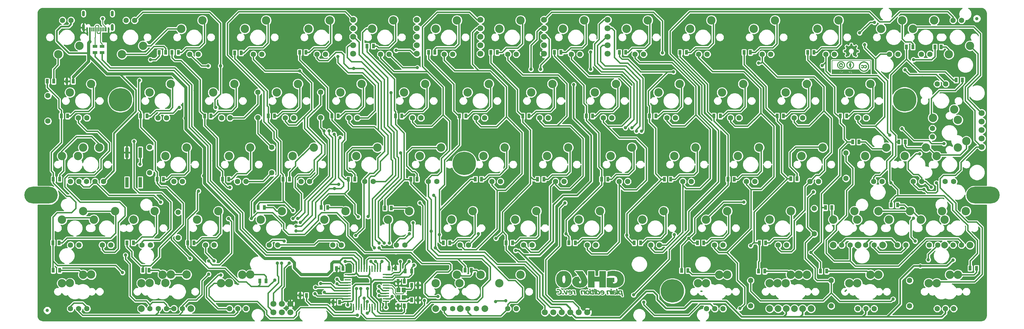
<source format=gbl>
G04 #@! TF.GenerationSoftware,KiCad,Pcbnew,5.1.4+dfsg1-1~bpo10+1*
G04 #@! TF.CreationDate,2019-09-21T15:36:56+08:00*
G04 #@! TF.ProjectId,keyboard,6b657962-6f61-4726-942e-6b696361645f,B*
G04 #@! TF.SameCoordinates,Original*
G04 #@! TF.FileFunction,Copper,L2,Bot*
G04 #@! TF.FilePolarity,Positive*
%FSLAX46Y46*%
G04 Gerber Fmt 4.6, Leading zero omitted, Abs format (unit mm)*
G04 Created by KiCad (PCBNEW 5.1.4+dfsg1-1~bpo10+1) date 2019-09-21 15:36:56*
%MOMM*%
%LPD*%
G04 APERTURE LIST*
%ADD10C,0.010000*%
%ADD11R,0.600000X1.160000*%
%ADD12R,0.300000X1.160000*%
%ADD13O,0.900000X1.700000*%
%ADD14O,0.900000X2.000000*%
%ADD15C,2.000000*%
%ADD16C,1.600200*%
%ADD17C,1.800000*%
%ADD18R,0.889000X1.397000*%
%ADD19R,1.397000X0.889000*%
%ADD20R,1.150620X1.399540*%
%ADD21C,2.499360*%
%ADD22O,1.899920X0.406400*%
%ADD23O,0.406400X1.899920*%
%ADD24O,9.999980X5.001260*%
%ADD25C,7.000240*%
%ADD26C,7.001300*%
%ADD27C,1.000000*%
%ADD28R,1.000000X3.100000*%
%ADD29C,1.600000*%
%ADD30C,0.406400*%
%ADD31C,0.889000*%
%ADD32C,0.508000*%
%ADD33C,0.254000*%
G04 APERTURE END LIST*
D10*
G36*
X236985008Y-149623831D02*
G01*
X236910847Y-149627816D01*
X236844560Y-149635799D01*
X236785630Y-149647864D01*
X236733545Y-149664097D01*
X236687789Y-149684583D01*
X236647847Y-149709407D01*
X236613206Y-149738656D01*
X236609000Y-149742853D01*
X236578485Y-149779722D01*
X236554267Y-149822199D01*
X236536056Y-149871135D01*
X236523560Y-149927381D01*
X236516487Y-149991788D01*
X236515232Y-150016591D01*
X236515710Y-150116841D01*
X236524908Y-150211376D01*
X236542989Y-150300709D01*
X236570116Y-150385353D01*
X236606453Y-150465822D01*
X236652163Y-150542630D01*
X236705313Y-150613759D01*
X236762372Y-150675543D01*
X236824275Y-150728767D01*
X236890326Y-150772937D01*
X236959828Y-150807560D01*
X236999329Y-150822372D01*
X237068860Y-150840289D01*
X237137690Y-150847726D01*
X237205396Y-150844779D01*
X237271554Y-150831549D01*
X237335740Y-150808134D01*
X237397530Y-150774631D01*
X237456500Y-150731140D01*
X237479493Y-150710699D01*
X237498221Y-150694169D01*
X237510424Y-150685707D01*
X237516016Y-150685370D01*
X237516215Y-150685804D01*
X237517651Y-150692139D01*
X237520958Y-150707949D01*
X237525952Y-150732325D01*
X237532451Y-150764361D01*
X237540271Y-150803149D01*
X237549230Y-150847780D01*
X237559145Y-150897348D01*
X237569832Y-150950945D01*
X237581110Y-151007662D01*
X237582719Y-151015771D01*
X237594076Y-151072924D01*
X237604876Y-151127139D01*
X237614933Y-151177502D01*
X237624065Y-151223096D01*
X237632087Y-151263007D01*
X237638815Y-151296319D01*
X237644065Y-151322117D01*
X237647654Y-151339485D01*
X237649396Y-151347509D01*
X237649479Y-151347823D01*
X237650867Y-151350389D01*
X237654103Y-151352435D01*
X237660274Y-151354018D01*
X237670466Y-151355197D01*
X237685769Y-151356031D01*
X237707269Y-151356578D01*
X237736055Y-151356896D01*
X237773213Y-151357045D01*
X237819832Y-151357083D01*
X237821505Y-151357083D01*
X237868323Y-151357053D01*
X237905611Y-151356923D01*
X237934424Y-151356634D01*
X237955814Y-151356128D01*
X237970836Y-151355347D01*
X237980544Y-151354232D01*
X237985990Y-151352725D01*
X237988230Y-151350766D01*
X237988316Y-151348298D01*
X237988192Y-151347823D01*
X237986874Y-151341683D01*
X237983592Y-151325725D01*
X237978459Y-151300507D01*
X237971587Y-151266589D01*
X237963089Y-151224529D01*
X237953077Y-151174887D01*
X237941663Y-151118221D01*
X237928961Y-151055091D01*
X237915082Y-150986055D01*
X237900139Y-150911673D01*
X237884245Y-150832503D01*
X237867512Y-150749106D01*
X237850053Y-150662038D01*
X237831980Y-150571861D01*
X237820200Y-150513062D01*
X237801818Y-150421325D01*
X237793801Y-150381349D01*
X237450375Y-150381349D01*
X237445503Y-150422300D01*
X237431769Y-150463310D01*
X237410501Y-150501566D01*
X237383023Y-150534258D01*
X237374769Y-150541716D01*
X237332942Y-150570499D01*
X237287079Y-150589810D01*
X237238228Y-150599463D01*
X237187433Y-150599270D01*
X237135743Y-150589043D01*
X237126660Y-150586201D01*
X237076818Y-150564246D01*
X237030535Y-150532849D01*
X236988465Y-150492747D01*
X236951261Y-150444675D01*
X236919576Y-150389367D01*
X236894065Y-150327560D01*
X236892379Y-150322562D01*
X236884350Y-150295553D01*
X236876042Y-150262708D01*
X236867943Y-150226523D01*
X236860539Y-150189496D01*
X236854318Y-150154122D01*
X236849766Y-150122899D01*
X236847371Y-150098322D01*
X236847125Y-150090573D01*
X236851743Y-150039278D01*
X236865417Y-149993323D01*
X236887878Y-149953046D01*
X236918858Y-149918783D01*
X236958088Y-149890870D01*
X237005299Y-149869644D01*
X237029687Y-149862200D01*
X237056929Y-149857275D01*
X237091147Y-149854508D01*
X237128955Y-149853902D01*
X237166967Y-149855462D01*
X237201797Y-149859191D01*
X237217541Y-149861992D01*
X237257637Y-149871439D01*
X237293054Y-149881756D01*
X237322565Y-149892455D01*
X237344945Y-149903051D01*
X237358968Y-149913057D01*
X237363233Y-149919755D01*
X237367921Y-149940516D01*
X237373866Y-149968557D01*
X237380812Y-150002526D01*
X237388505Y-150041073D01*
X237396689Y-150082845D01*
X237405109Y-150126492D01*
X237413511Y-150170663D01*
X237421638Y-150214006D01*
X237429237Y-150255171D01*
X237436052Y-150292806D01*
X237441828Y-150325560D01*
X237446309Y-150352082D01*
X237449242Y-150371021D01*
X237450370Y-150381026D01*
X237450375Y-150381349D01*
X237793801Y-150381349D01*
X237783988Y-150332420D01*
X237766823Y-150246900D01*
X237750433Y-150165319D01*
X237734930Y-150088229D01*
X237720427Y-150016183D01*
X237707033Y-149949733D01*
X237694862Y-149889433D01*
X237684024Y-149835834D01*
X237674631Y-149789490D01*
X237666794Y-149750953D01*
X237660626Y-149720776D01*
X237656237Y-149699512D01*
X237653739Y-149687714D01*
X237653182Y-149685383D01*
X237647068Y-149683443D01*
X237631752Y-149680533D01*
X237608556Y-149676822D01*
X237578801Y-149672480D01*
X237543807Y-149667675D01*
X237504895Y-149662576D01*
X237463385Y-149657353D01*
X237420599Y-149652175D01*
X237377857Y-149647211D01*
X237336480Y-149642630D01*
X237297788Y-149638602D01*
X237263103Y-149635295D01*
X237259875Y-149635008D01*
X237159007Y-149627512D01*
X237067556Y-149623758D01*
X236985008Y-149623831D01*
X236985008Y-149623831D01*
G37*
X236985008Y-149623831D02*
X236910847Y-149627816D01*
X236844560Y-149635799D01*
X236785630Y-149647864D01*
X236733545Y-149664097D01*
X236687789Y-149684583D01*
X236647847Y-149709407D01*
X236613206Y-149738656D01*
X236609000Y-149742853D01*
X236578485Y-149779722D01*
X236554267Y-149822199D01*
X236536056Y-149871135D01*
X236523560Y-149927381D01*
X236516487Y-149991788D01*
X236515232Y-150016591D01*
X236515710Y-150116841D01*
X236524908Y-150211376D01*
X236542989Y-150300709D01*
X236570116Y-150385353D01*
X236606453Y-150465822D01*
X236652163Y-150542630D01*
X236705313Y-150613759D01*
X236762372Y-150675543D01*
X236824275Y-150728767D01*
X236890326Y-150772937D01*
X236959828Y-150807560D01*
X236999329Y-150822372D01*
X237068860Y-150840289D01*
X237137690Y-150847726D01*
X237205396Y-150844779D01*
X237271554Y-150831549D01*
X237335740Y-150808134D01*
X237397530Y-150774631D01*
X237456500Y-150731140D01*
X237479493Y-150710699D01*
X237498221Y-150694169D01*
X237510424Y-150685707D01*
X237516016Y-150685370D01*
X237516215Y-150685804D01*
X237517651Y-150692139D01*
X237520958Y-150707949D01*
X237525952Y-150732325D01*
X237532451Y-150764361D01*
X237540271Y-150803149D01*
X237549230Y-150847780D01*
X237559145Y-150897348D01*
X237569832Y-150950945D01*
X237581110Y-151007662D01*
X237582719Y-151015771D01*
X237594076Y-151072924D01*
X237604876Y-151127139D01*
X237614933Y-151177502D01*
X237624065Y-151223096D01*
X237632087Y-151263007D01*
X237638815Y-151296319D01*
X237644065Y-151322117D01*
X237647654Y-151339485D01*
X237649396Y-151347509D01*
X237649479Y-151347823D01*
X237650867Y-151350389D01*
X237654103Y-151352435D01*
X237660274Y-151354018D01*
X237670466Y-151355197D01*
X237685769Y-151356031D01*
X237707269Y-151356578D01*
X237736055Y-151356896D01*
X237773213Y-151357045D01*
X237819832Y-151357083D01*
X237821505Y-151357083D01*
X237868323Y-151357053D01*
X237905611Y-151356923D01*
X237934424Y-151356634D01*
X237955814Y-151356128D01*
X237970836Y-151355347D01*
X237980544Y-151354232D01*
X237985990Y-151352725D01*
X237988230Y-151350766D01*
X237988316Y-151348298D01*
X237988192Y-151347823D01*
X237986874Y-151341683D01*
X237983592Y-151325725D01*
X237978459Y-151300507D01*
X237971587Y-151266589D01*
X237963089Y-151224529D01*
X237953077Y-151174887D01*
X237941663Y-151118221D01*
X237928961Y-151055091D01*
X237915082Y-150986055D01*
X237900139Y-150911673D01*
X237884245Y-150832503D01*
X237867512Y-150749106D01*
X237850053Y-150662038D01*
X237831980Y-150571861D01*
X237820200Y-150513062D01*
X237801818Y-150421325D01*
X237793801Y-150381349D01*
X237450375Y-150381349D01*
X237445503Y-150422300D01*
X237431769Y-150463310D01*
X237410501Y-150501566D01*
X237383023Y-150534258D01*
X237374769Y-150541716D01*
X237332942Y-150570499D01*
X237287079Y-150589810D01*
X237238228Y-150599463D01*
X237187433Y-150599270D01*
X237135743Y-150589043D01*
X237126660Y-150586201D01*
X237076818Y-150564246D01*
X237030535Y-150532849D01*
X236988465Y-150492747D01*
X236951261Y-150444675D01*
X236919576Y-150389367D01*
X236894065Y-150327560D01*
X236892379Y-150322562D01*
X236884350Y-150295553D01*
X236876042Y-150262708D01*
X236867943Y-150226523D01*
X236860539Y-150189496D01*
X236854318Y-150154122D01*
X236849766Y-150122899D01*
X236847371Y-150098322D01*
X236847125Y-150090573D01*
X236851743Y-150039278D01*
X236865417Y-149993323D01*
X236887878Y-149953046D01*
X236918858Y-149918783D01*
X236958088Y-149890870D01*
X237005299Y-149869644D01*
X237029687Y-149862200D01*
X237056929Y-149857275D01*
X237091147Y-149854508D01*
X237128955Y-149853902D01*
X237166967Y-149855462D01*
X237201797Y-149859191D01*
X237217541Y-149861992D01*
X237257637Y-149871439D01*
X237293054Y-149881756D01*
X237322565Y-149892455D01*
X237344945Y-149903051D01*
X237358968Y-149913057D01*
X237363233Y-149919755D01*
X237367921Y-149940516D01*
X237373866Y-149968557D01*
X237380812Y-150002526D01*
X237388505Y-150041073D01*
X237396689Y-150082845D01*
X237405109Y-150126492D01*
X237413511Y-150170663D01*
X237421638Y-150214006D01*
X237429237Y-150255171D01*
X237436052Y-150292806D01*
X237441828Y-150325560D01*
X237446309Y-150352082D01*
X237449242Y-150371021D01*
X237450370Y-150381026D01*
X237450375Y-150381349D01*
X237793801Y-150381349D01*
X237783988Y-150332420D01*
X237766823Y-150246900D01*
X237750433Y-150165319D01*
X237734930Y-150088229D01*
X237720427Y-150016183D01*
X237707033Y-149949733D01*
X237694862Y-149889433D01*
X237684024Y-149835834D01*
X237674631Y-149789490D01*
X237666794Y-149750953D01*
X237660626Y-149720776D01*
X237656237Y-149699512D01*
X237653739Y-149687714D01*
X237653182Y-149685383D01*
X237647068Y-149683443D01*
X237631752Y-149680533D01*
X237608556Y-149676822D01*
X237578801Y-149672480D01*
X237543807Y-149667675D01*
X237504895Y-149662576D01*
X237463385Y-149657353D01*
X237420599Y-149652175D01*
X237377857Y-149647211D01*
X237336480Y-149642630D01*
X237297788Y-149638602D01*
X237263103Y-149635295D01*
X237259875Y-149635008D01*
X237159007Y-149627512D01*
X237067556Y-149623758D01*
X236985008Y-149623831D01*
G36*
X235224957Y-149630580D02*
G01*
X235177941Y-149632573D01*
X235137134Y-149635812D01*
X235112827Y-149638942D01*
X235047934Y-149652579D01*
X234990871Y-149671438D01*
X234942018Y-149695288D01*
X234901755Y-149723901D01*
X234870461Y-149757048D01*
X234848515Y-149794499D01*
X234846228Y-149800028D01*
X234842123Y-149810883D01*
X234838705Y-149821475D01*
X234836069Y-149832493D01*
X234834306Y-149844627D01*
X234833511Y-149858565D01*
X234833778Y-149874996D01*
X234835200Y-149894610D01*
X234837869Y-149918095D01*
X234841880Y-149946141D01*
X234847327Y-149979436D01*
X234854301Y-150018670D01*
X234862898Y-150064531D01*
X234873211Y-150117709D01*
X234885332Y-150178893D01*
X234899356Y-150248771D01*
X234915375Y-150328034D01*
X234922844Y-150364896D01*
X234936314Y-150431322D01*
X234949221Y-150494929D01*
X234961404Y-150554928D01*
X234972704Y-150610534D01*
X234982961Y-150660957D01*
X234992013Y-150705413D01*
X234999702Y-150743112D01*
X235005866Y-150773269D01*
X235010345Y-150795096D01*
X235012980Y-150807805D01*
X235013606Y-150810719D01*
X235016410Y-150822625D01*
X235177705Y-150822625D01*
X235225116Y-150822537D01*
X235262864Y-150822247D01*
X235291871Y-150821717D01*
X235313055Y-150820909D01*
X235327337Y-150819784D01*
X235335637Y-150818304D01*
X235338874Y-150816430D01*
X235339000Y-150815892D01*
X235337987Y-150809579D01*
X235335074Y-150793851D01*
X235330449Y-150769670D01*
X235324299Y-150737996D01*
X235316813Y-150699791D01*
X235308179Y-150656015D01*
X235298585Y-150607629D01*
X235288218Y-150555594D01*
X235281278Y-150520882D01*
X235270566Y-150467212D01*
X235260557Y-150416728D01*
X235251433Y-150370369D01*
X235243376Y-150329074D01*
X235236566Y-150293783D01*
X235231185Y-150265432D01*
X235227416Y-150244963D01*
X235225438Y-150233313D01*
X235225202Y-150230912D01*
X235230418Y-150232099D01*
X235241848Y-150237018D01*
X235249498Y-150240774D01*
X235265643Y-150248538D01*
X235284151Y-150256424D01*
X235306307Y-150264879D01*
X235333396Y-150274352D01*
X235366704Y-150285291D01*
X235407518Y-150298143D01*
X235457121Y-150313357D01*
X235462091Y-150314866D01*
X235525638Y-150334981D01*
X235579645Y-150354024D01*
X235625035Y-150372535D01*
X235662728Y-150391055D01*
X235693646Y-150410126D01*
X235718709Y-150430288D01*
X235738839Y-150452082D01*
X235754957Y-150476048D01*
X235763009Y-150491535D01*
X235774737Y-150523597D01*
X235777451Y-150552369D01*
X235771264Y-150579918D01*
X235768207Y-150587146D01*
X235754952Y-150609339D01*
X235736908Y-150626623D01*
X235711384Y-150641467D01*
X235706705Y-150643654D01*
X235693463Y-150649058D01*
X235680307Y-150652542D01*
X235664449Y-150654476D01*
X235643102Y-150655229D01*
X235619458Y-150655224D01*
X235568804Y-150652848D01*
X235521412Y-150646038D01*
X235472736Y-150634004D01*
X235443076Y-150624641D01*
X235424837Y-150618698D01*
X235411062Y-150614557D01*
X235404285Y-150612970D01*
X235403998Y-150613019D01*
X235405533Y-150617923D01*
X235410241Y-150630920D01*
X235417443Y-150650245D01*
X235426464Y-150674132D01*
X235436625Y-150700816D01*
X235447250Y-150728531D01*
X235457662Y-150755511D01*
X235467184Y-150779992D01*
X235475138Y-150800209D01*
X235480847Y-150814394D01*
X235483635Y-150820784D01*
X235483748Y-150820950D01*
X235489877Y-150822973D01*
X235504416Y-150826258D01*
X235525319Y-150830437D01*
X235550537Y-150835138D01*
X235578026Y-150839994D01*
X235605738Y-150844633D01*
X235631627Y-150848687D01*
X235653645Y-150851785D01*
X235656299Y-150852121D01*
X235729206Y-150858285D01*
X235794946Y-150857663D01*
X235849646Y-150851141D01*
X235910090Y-150836149D01*
X235962819Y-150814236D01*
X236007679Y-150785501D01*
X236044515Y-150750043D01*
X236073176Y-150707960D01*
X236073885Y-150706639D01*
X236093711Y-150658249D01*
X236104031Y-150605527D01*
X236104805Y-150548873D01*
X236095992Y-150488690D01*
X236095916Y-150488349D01*
X236087690Y-150455930D01*
X236077908Y-150428781D01*
X236064875Y-150403347D01*
X236046895Y-150376073D01*
X236034097Y-150358755D01*
X235994152Y-150313177D01*
X235947340Y-150273073D01*
X235892819Y-150237882D01*
X235829749Y-150207044D01*
X235775159Y-150186026D01*
X235748214Y-150176908D01*
X235721186Y-150168356D01*
X235692584Y-150159978D01*
X235660920Y-150151381D01*
X235624706Y-150142176D01*
X235582452Y-150131969D01*
X235532669Y-150120369D01*
X235479893Y-150108346D01*
X235440152Y-150099125D01*
X235401674Y-150089761D01*
X235366311Y-150080739D01*
X235335917Y-150072542D01*
X235312343Y-150065653D01*
X235298463Y-150060963D01*
X235258632Y-150042198D01*
X235226304Y-150020123D01*
X235202072Y-149995526D01*
X235186529Y-149969196D01*
X235180268Y-149941922D01*
X235183882Y-149914493D01*
X235185305Y-149910433D01*
X235195968Y-149892130D01*
X235213216Y-149872609D01*
X235233958Y-149854940D01*
X235253165Y-149843102D01*
X235263472Y-149838478D01*
X235273698Y-149835194D01*
X235285884Y-149833025D01*
X235302069Y-149831744D01*
X235324294Y-149831126D01*
X235354598Y-149830943D01*
X235362812Y-149830939D01*
X235402116Y-149831353D01*
X235435036Y-149832835D01*
X235465746Y-149835754D01*
X235498422Y-149840475D01*
X235525877Y-149845263D01*
X235662315Y-149875027D01*
X235785156Y-149910692D01*
X235808117Y-149917881D01*
X235827236Y-149923247D01*
X235840391Y-149926233D01*
X235845383Y-149926422D01*
X235844744Y-149920928D01*
X235841750Y-149907043D01*
X235836874Y-149886574D01*
X235830590Y-149861329D01*
X235823371Y-149833116D01*
X235815692Y-149803740D01*
X235808026Y-149775011D01*
X235800846Y-149748735D01*
X235794626Y-149726719D01*
X235789840Y-149710772D01*
X235786961Y-149702699D01*
X235786611Y-149702138D01*
X235779081Y-149698807D01*
X235762564Y-149694102D01*
X235738526Y-149688311D01*
X235708432Y-149681721D01*
X235673747Y-149674619D01*
X235635937Y-149667294D01*
X235596466Y-149660032D01*
X235556801Y-149653122D01*
X235518407Y-149646851D01*
X235482748Y-149641506D01*
X235466000Y-149639218D01*
X235425301Y-149635016D01*
X235378356Y-149632049D01*
X235327656Y-149630320D01*
X235275693Y-149629829D01*
X235224957Y-149630580D01*
X235224957Y-149630580D01*
G37*
X235224957Y-149630580D02*
X235177941Y-149632573D01*
X235137134Y-149635812D01*
X235112827Y-149638942D01*
X235047934Y-149652579D01*
X234990871Y-149671438D01*
X234942018Y-149695288D01*
X234901755Y-149723901D01*
X234870461Y-149757048D01*
X234848515Y-149794499D01*
X234846228Y-149800028D01*
X234842123Y-149810883D01*
X234838705Y-149821475D01*
X234836069Y-149832493D01*
X234834306Y-149844627D01*
X234833511Y-149858565D01*
X234833778Y-149874996D01*
X234835200Y-149894610D01*
X234837869Y-149918095D01*
X234841880Y-149946141D01*
X234847327Y-149979436D01*
X234854301Y-150018670D01*
X234862898Y-150064531D01*
X234873211Y-150117709D01*
X234885332Y-150178893D01*
X234899356Y-150248771D01*
X234915375Y-150328034D01*
X234922844Y-150364896D01*
X234936314Y-150431322D01*
X234949221Y-150494929D01*
X234961404Y-150554928D01*
X234972704Y-150610534D01*
X234982961Y-150660957D01*
X234992013Y-150705413D01*
X234999702Y-150743112D01*
X235005866Y-150773269D01*
X235010345Y-150795096D01*
X235012980Y-150807805D01*
X235013606Y-150810719D01*
X235016410Y-150822625D01*
X235177705Y-150822625D01*
X235225116Y-150822537D01*
X235262864Y-150822247D01*
X235291871Y-150821717D01*
X235313055Y-150820909D01*
X235327337Y-150819784D01*
X235335637Y-150818304D01*
X235338874Y-150816430D01*
X235339000Y-150815892D01*
X235337987Y-150809579D01*
X235335074Y-150793851D01*
X235330449Y-150769670D01*
X235324299Y-150737996D01*
X235316813Y-150699791D01*
X235308179Y-150656015D01*
X235298585Y-150607629D01*
X235288218Y-150555594D01*
X235281278Y-150520882D01*
X235270566Y-150467212D01*
X235260557Y-150416728D01*
X235251433Y-150370369D01*
X235243376Y-150329074D01*
X235236566Y-150293783D01*
X235231185Y-150265432D01*
X235227416Y-150244963D01*
X235225438Y-150233313D01*
X235225202Y-150230912D01*
X235230418Y-150232099D01*
X235241848Y-150237018D01*
X235249498Y-150240774D01*
X235265643Y-150248538D01*
X235284151Y-150256424D01*
X235306307Y-150264879D01*
X235333396Y-150274352D01*
X235366704Y-150285291D01*
X235407518Y-150298143D01*
X235457121Y-150313357D01*
X235462091Y-150314866D01*
X235525638Y-150334981D01*
X235579645Y-150354024D01*
X235625035Y-150372535D01*
X235662728Y-150391055D01*
X235693646Y-150410126D01*
X235718709Y-150430288D01*
X235738839Y-150452082D01*
X235754957Y-150476048D01*
X235763009Y-150491535D01*
X235774737Y-150523597D01*
X235777451Y-150552369D01*
X235771264Y-150579918D01*
X235768207Y-150587146D01*
X235754952Y-150609339D01*
X235736908Y-150626623D01*
X235711384Y-150641467D01*
X235706705Y-150643654D01*
X235693463Y-150649058D01*
X235680307Y-150652542D01*
X235664449Y-150654476D01*
X235643102Y-150655229D01*
X235619458Y-150655224D01*
X235568804Y-150652848D01*
X235521412Y-150646038D01*
X235472736Y-150634004D01*
X235443076Y-150624641D01*
X235424837Y-150618698D01*
X235411062Y-150614557D01*
X235404285Y-150612970D01*
X235403998Y-150613019D01*
X235405533Y-150617923D01*
X235410241Y-150630920D01*
X235417443Y-150650245D01*
X235426464Y-150674132D01*
X235436625Y-150700816D01*
X235447250Y-150728531D01*
X235457662Y-150755511D01*
X235467184Y-150779992D01*
X235475138Y-150800209D01*
X235480847Y-150814394D01*
X235483635Y-150820784D01*
X235483748Y-150820950D01*
X235489877Y-150822973D01*
X235504416Y-150826258D01*
X235525319Y-150830437D01*
X235550537Y-150835138D01*
X235578026Y-150839994D01*
X235605738Y-150844633D01*
X235631627Y-150848687D01*
X235653645Y-150851785D01*
X235656299Y-150852121D01*
X235729206Y-150858285D01*
X235794946Y-150857663D01*
X235849646Y-150851141D01*
X235910090Y-150836149D01*
X235962819Y-150814236D01*
X236007679Y-150785501D01*
X236044515Y-150750043D01*
X236073176Y-150707960D01*
X236073885Y-150706639D01*
X236093711Y-150658249D01*
X236104031Y-150605527D01*
X236104805Y-150548873D01*
X236095992Y-150488690D01*
X236095916Y-150488349D01*
X236087690Y-150455930D01*
X236077908Y-150428781D01*
X236064875Y-150403347D01*
X236046895Y-150376073D01*
X236034097Y-150358755D01*
X235994152Y-150313177D01*
X235947340Y-150273073D01*
X235892819Y-150237882D01*
X235829749Y-150207044D01*
X235775159Y-150186026D01*
X235748214Y-150176908D01*
X235721186Y-150168356D01*
X235692584Y-150159978D01*
X235660920Y-150151381D01*
X235624706Y-150142176D01*
X235582452Y-150131969D01*
X235532669Y-150120369D01*
X235479893Y-150108346D01*
X235440152Y-150099125D01*
X235401674Y-150089761D01*
X235366311Y-150080739D01*
X235335917Y-150072542D01*
X235312343Y-150065653D01*
X235298463Y-150060963D01*
X235258632Y-150042198D01*
X235226304Y-150020123D01*
X235202072Y-149995526D01*
X235186529Y-149969196D01*
X235180268Y-149941922D01*
X235183882Y-149914493D01*
X235185305Y-149910433D01*
X235195968Y-149892130D01*
X235213216Y-149872609D01*
X235233958Y-149854940D01*
X235253165Y-149843102D01*
X235263472Y-149838478D01*
X235273698Y-149835194D01*
X235285884Y-149833025D01*
X235302069Y-149831744D01*
X235324294Y-149831126D01*
X235354598Y-149830943D01*
X235362812Y-149830939D01*
X235402116Y-149831353D01*
X235435036Y-149832835D01*
X235465746Y-149835754D01*
X235498422Y-149840475D01*
X235525877Y-149845263D01*
X235662315Y-149875027D01*
X235785156Y-149910692D01*
X235808117Y-149917881D01*
X235827236Y-149923247D01*
X235840391Y-149926233D01*
X235845383Y-149926422D01*
X235844744Y-149920928D01*
X235841750Y-149907043D01*
X235836874Y-149886574D01*
X235830590Y-149861329D01*
X235823371Y-149833116D01*
X235815692Y-149803740D01*
X235808026Y-149775011D01*
X235800846Y-149748735D01*
X235794626Y-149726719D01*
X235789840Y-149710772D01*
X235786961Y-149702699D01*
X235786611Y-149702138D01*
X235779081Y-149698807D01*
X235762564Y-149694102D01*
X235738526Y-149688311D01*
X235708432Y-149681721D01*
X235673747Y-149674619D01*
X235635937Y-149667294D01*
X235596466Y-149660032D01*
X235556801Y-149653122D01*
X235518407Y-149646851D01*
X235482748Y-149641506D01*
X235466000Y-149639218D01*
X235425301Y-149635016D01*
X235378356Y-149632049D01*
X235327656Y-149630320D01*
X235275693Y-149629829D01*
X235224957Y-149630580D01*
G36*
X231627629Y-149617629D02*
G01*
X231584349Y-149620253D01*
X231544711Y-149624525D01*
X231511786Y-149630307D01*
X231505430Y-149631850D01*
X231437256Y-149654188D01*
X231376344Y-149683741D01*
X231322988Y-149720219D01*
X231277481Y-149763334D01*
X231240120Y-149812796D01*
X231211196Y-149868317D01*
X231191006Y-149929608D01*
X231187764Y-149943843D01*
X231181615Y-149988094D01*
X231179891Y-150038852D01*
X231182441Y-150093083D01*
X231189115Y-150147751D01*
X231199763Y-150199820D01*
X231200588Y-150203036D01*
X231205850Y-150223293D01*
X231211206Y-150243914D01*
X231211704Y-150245833D01*
X231217199Y-150267000D01*
X232077634Y-150267000D01*
X232084379Y-150281552D01*
X232089162Y-150298196D01*
X232092433Y-150322286D01*
X232094130Y-150350787D01*
X232094194Y-150380662D01*
X232092564Y-150408875D01*
X232089181Y-150432388D01*
X232087500Y-150439196D01*
X232069204Y-150485891D01*
X232043212Y-150525543D01*
X232009338Y-150558323D01*
X231967395Y-150584401D01*
X231917198Y-150603947D01*
X231902237Y-150608118D01*
X231873693Y-150613957D01*
X231838558Y-150618869D01*
X231800568Y-150622530D01*
X231763459Y-150624620D01*
X231730967Y-150624818D01*
X231717028Y-150624057D01*
X231628104Y-150613323D01*
X231540565Y-150596753D01*
X231457556Y-150575018D01*
X231406105Y-150557923D01*
X231385863Y-150550780D01*
X231369129Y-150545327D01*
X231358595Y-150542423D01*
X231356790Y-150542167D01*
X231357091Y-150546861D01*
X231360461Y-150559842D01*
X231366336Y-150579453D01*
X231374152Y-150604040D01*
X231383346Y-150631948D01*
X231393355Y-150661521D01*
X231403615Y-150691106D01*
X231413564Y-150719046D01*
X231422638Y-150743687D01*
X231430273Y-150763374D01*
X231435907Y-150776452D01*
X231437665Y-150779783D01*
X231446222Y-150786122D01*
X231464054Y-150793433D01*
X231489933Y-150801404D01*
X231522628Y-150809723D01*
X231560912Y-150818077D01*
X231603554Y-150826155D01*
X231649325Y-150833644D01*
X231650434Y-150833811D01*
X231677086Y-150837127D01*
X231710056Y-150840159D01*
X231747224Y-150842815D01*
X231786472Y-150845008D01*
X231825681Y-150846648D01*
X231862730Y-150847645D01*
X231895500Y-150847911D01*
X231921872Y-150847355D01*
X231939104Y-150845980D01*
X231952000Y-150844181D01*
X231971504Y-150841499D01*
X231993737Y-150838468D01*
X231997213Y-150837997D01*
X232067682Y-150824747D01*
X232133826Y-150804957D01*
X232194548Y-150779179D01*
X232248749Y-150747963D01*
X232295334Y-150711861D01*
X232333205Y-150671423D01*
X232335872Y-150667954D01*
X232368296Y-150616416D01*
X232392498Y-150558552D01*
X232408442Y-150494745D01*
X232416092Y-150425378D01*
X232415410Y-150350834D01*
X232406360Y-150271497D01*
X232388905Y-150187748D01*
X232383636Y-150167675D01*
X232372253Y-150127264D01*
X232361963Y-150094259D01*
X232356767Y-150079807D01*
X232037000Y-150079807D01*
X232035667Y-150081491D01*
X232031134Y-150082886D01*
X232022596Y-150084012D01*
X232009251Y-150084887D01*
X231990294Y-150085528D01*
X231964921Y-150085954D01*
X231932330Y-150086184D01*
X231891717Y-150086234D01*
X231842278Y-150086123D01*
X231783209Y-150085871D01*
X231771094Y-150085809D01*
X231505187Y-150084437D01*
X231505332Y-150026229D01*
X231506550Y-149990459D01*
X231510580Y-149962335D01*
X231518291Y-149939098D01*
X231530553Y-149917991D01*
X231545210Y-149899656D01*
X231572844Y-149873573D01*
X231603882Y-149855180D01*
X231639832Y-149843939D01*
X231682202Y-149839311D01*
X231713567Y-149839580D01*
X231773701Y-149847131D01*
X231830618Y-149863856D01*
X231883241Y-149889080D01*
X231930492Y-149922128D01*
X231971292Y-149962326D01*
X232004563Y-150008999D01*
X232014945Y-150028165D01*
X232024624Y-150048345D01*
X232032141Y-150065451D01*
X232036416Y-150076952D01*
X232037000Y-150079807D01*
X232356767Y-150079807D01*
X232351695Y-150065704D01*
X232340380Y-150038645D01*
X232326946Y-150010127D01*
X232325546Y-150007286D01*
X232286166Y-149939349D01*
X232237953Y-149876287D01*
X232181739Y-149818654D01*
X232118354Y-149767008D01*
X232048629Y-149721904D01*
X231973395Y-149683898D01*
X231893481Y-149653547D01*
X231809719Y-149631406D01*
X231748604Y-149621007D01*
X231712828Y-149617868D01*
X231671480Y-149616788D01*
X231627629Y-149617629D01*
X231627629Y-149617629D01*
G37*
X231627629Y-149617629D02*
X231584349Y-149620253D01*
X231544711Y-149624525D01*
X231511786Y-149630307D01*
X231505430Y-149631850D01*
X231437256Y-149654188D01*
X231376344Y-149683741D01*
X231322988Y-149720219D01*
X231277481Y-149763334D01*
X231240120Y-149812796D01*
X231211196Y-149868317D01*
X231191006Y-149929608D01*
X231187764Y-149943843D01*
X231181615Y-149988094D01*
X231179891Y-150038852D01*
X231182441Y-150093083D01*
X231189115Y-150147751D01*
X231199763Y-150199820D01*
X231200588Y-150203036D01*
X231205850Y-150223293D01*
X231211206Y-150243914D01*
X231211704Y-150245833D01*
X231217199Y-150267000D01*
X232077634Y-150267000D01*
X232084379Y-150281552D01*
X232089162Y-150298196D01*
X232092433Y-150322286D01*
X232094130Y-150350787D01*
X232094194Y-150380662D01*
X232092564Y-150408875D01*
X232089181Y-150432388D01*
X232087500Y-150439196D01*
X232069204Y-150485891D01*
X232043212Y-150525543D01*
X232009338Y-150558323D01*
X231967395Y-150584401D01*
X231917198Y-150603947D01*
X231902237Y-150608118D01*
X231873693Y-150613957D01*
X231838558Y-150618869D01*
X231800568Y-150622530D01*
X231763459Y-150624620D01*
X231730967Y-150624818D01*
X231717028Y-150624057D01*
X231628104Y-150613323D01*
X231540565Y-150596753D01*
X231457556Y-150575018D01*
X231406105Y-150557923D01*
X231385863Y-150550780D01*
X231369129Y-150545327D01*
X231358595Y-150542423D01*
X231356790Y-150542167D01*
X231357091Y-150546861D01*
X231360461Y-150559842D01*
X231366336Y-150579453D01*
X231374152Y-150604040D01*
X231383346Y-150631948D01*
X231393355Y-150661521D01*
X231403615Y-150691106D01*
X231413564Y-150719046D01*
X231422638Y-150743687D01*
X231430273Y-150763374D01*
X231435907Y-150776452D01*
X231437665Y-150779783D01*
X231446222Y-150786122D01*
X231464054Y-150793433D01*
X231489933Y-150801404D01*
X231522628Y-150809723D01*
X231560912Y-150818077D01*
X231603554Y-150826155D01*
X231649325Y-150833644D01*
X231650434Y-150833811D01*
X231677086Y-150837127D01*
X231710056Y-150840159D01*
X231747224Y-150842815D01*
X231786472Y-150845008D01*
X231825681Y-150846648D01*
X231862730Y-150847645D01*
X231895500Y-150847911D01*
X231921872Y-150847355D01*
X231939104Y-150845980D01*
X231952000Y-150844181D01*
X231971504Y-150841499D01*
X231993737Y-150838468D01*
X231997213Y-150837997D01*
X232067682Y-150824747D01*
X232133826Y-150804957D01*
X232194548Y-150779179D01*
X232248749Y-150747963D01*
X232295334Y-150711861D01*
X232333205Y-150671423D01*
X232335872Y-150667954D01*
X232368296Y-150616416D01*
X232392498Y-150558552D01*
X232408442Y-150494745D01*
X232416092Y-150425378D01*
X232415410Y-150350834D01*
X232406360Y-150271497D01*
X232388905Y-150187748D01*
X232383636Y-150167675D01*
X232372253Y-150127264D01*
X232361963Y-150094259D01*
X232356767Y-150079807D01*
X232037000Y-150079807D01*
X232035667Y-150081491D01*
X232031134Y-150082886D01*
X232022596Y-150084012D01*
X232009251Y-150084887D01*
X231990294Y-150085528D01*
X231964921Y-150085954D01*
X231932330Y-150086184D01*
X231891717Y-150086234D01*
X231842278Y-150086123D01*
X231783209Y-150085871D01*
X231771094Y-150085809D01*
X231505187Y-150084437D01*
X231505332Y-150026229D01*
X231506550Y-149990459D01*
X231510580Y-149962335D01*
X231518291Y-149939098D01*
X231530553Y-149917991D01*
X231545210Y-149899656D01*
X231572844Y-149873573D01*
X231603882Y-149855180D01*
X231639832Y-149843939D01*
X231682202Y-149839311D01*
X231713567Y-149839580D01*
X231773701Y-149847131D01*
X231830618Y-149863856D01*
X231883241Y-149889080D01*
X231930492Y-149922128D01*
X231971292Y-149962326D01*
X232004563Y-150008999D01*
X232014945Y-150028165D01*
X232024624Y-150048345D01*
X232032141Y-150065451D01*
X232036416Y-150076952D01*
X232037000Y-150079807D01*
X232356767Y-150079807D01*
X232351695Y-150065704D01*
X232340380Y-150038645D01*
X232326946Y-150010127D01*
X232325546Y-150007286D01*
X232286166Y-149939349D01*
X232237953Y-149876287D01*
X232181739Y-149818654D01*
X232118354Y-149767008D01*
X232048629Y-149721904D01*
X231973395Y-149683898D01*
X231893481Y-149653547D01*
X231809719Y-149631406D01*
X231748604Y-149621007D01*
X231712828Y-149617868D01*
X231671480Y-149616788D01*
X231627629Y-149617629D01*
G36*
X229974831Y-150822625D02*
G01*
X230138439Y-150822625D01*
X230184369Y-150822593D01*
X230220786Y-150822457D01*
X230248759Y-150822156D01*
X230269356Y-150821626D01*
X230283648Y-150820808D01*
X230292703Y-150819639D01*
X230297592Y-150818057D01*
X230299383Y-150816001D01*
X230299146Y-150813410D01*
X230299132Y-150813364D01*
X230296565Y-150805217D01*
X230291458Y-150789016D01*
X230284453Y-150766799D01*
X230276193Y-150740605D01*
X230272317Y-150728314D01*
X230263974Y-150701677D01*
X230256900Y-150678746D01*
X230251651Y-150661350D01*
X230248784Y-150651321D01*
X230248416Y-150649656D01*
X230251961Y-150651708D01*
X230261454Y-150659609D01*
X230275189Y-150671903D01*
X230282888Y-150679033D01*
X230340066Y-150726099D01*
X230402902Y-150766198D01*
X230469982Y-150798881D01*
X230539894Y-150823700D01*
X230611224Y-150840205D01*
X230682560Y-150847949D01*
X230752488Y-150846483D01*
X230793140Y-150841003D01*
X230855941Y-150824606D01*
X230914408Y-150799312D01*
X230967613Y-150765866D01*
X231014632Y-150725013D01*
X231054538Y-150677496D01*
X231086405Y-150624061D01*
X231099141Y-150595083D01*
X231112393Y-150557007D01*
X231121552Y-150519893D01*
X231127399Y-150479822D01*
X231130487Y-150437758D01*
X231130664Y-150371740D01*
X231129673Y-150361652D01*
X230786609Y-150361652D01*
X230785318Y-150396388D01*
X230782060Y-150424603D01*
X230781188Y-150429063D01*
X230766113Y-150478174D01*
X230743674Y-150520383D01*
X230714484Y-150555159D01*
X230679159Y-150581973D01*
X230638312Y-150600293D01*
X230592557Y-150609588D01*
X230570997Y-150610682D01*
X230545678Y-150609629D01*
X230519232Y-150606607D01*
X230499560Y-150602771D01*
X230442345Y-150582562D01*
X230389526Y-150553070D01*
X230341677Y-150514884D01*
X230299373Y-150468591D01*
X230263187Y-150414779D01*
X230233695Y-150354034D01*
X230220338Y-150317271D01*
X230215250Y-150299541D01*
X230208995Y-150274575D01*
X230201830Y-150243695D01*
X230194014Y-150208224D01*
X230185804Y-150169485D01*
X230177459Y-150128801D01*
X230169238Y-150087494D01*
X230161398Y-150046889D01*
X230154198Y-150008306D01*
X230147895Y-149973070D01*
X230142750Y-149942503D01*
X230139018Y-149917929D01*
X230136960Y-149900669D01*
X230136833Y-149892048D01*
X230137187Y-149891356D01*
X230144588Y-149889088D01*
X230160119Y-149885754D01*
X230181437Y-149881817D01*
X230203935Y-149878098D01*
X230281158Y-149870794D01*
X230355574Y-149873406D01*
X230426753Y-149885810D01*
X230494265Y-149907879D01*
X230557679Y-149939488D01*
X230616565Y-149980511D01*
X230647235Y-150007390D01*
X230684850Y-150048686D01*
X230718805Y-150096902D01*
X230747254Y-150148920D01*
X230768352Y-150201624D01*
X230774275Y-150222021D01*
X230779768Y-150250580D01*
X230783727Y-150285523D01*
X230786043Y-150323622D01*
X230786609Y-150361652D01*
X231129673Y-150361652D01*
X231124316Y-150307182D01*
X231111025Y-150242034D01*
X231090375Y-150174241D01*
X231062590Y-150103244D01*
X231020461Y-150017084D01*
X230971320Y-149938792D01*
X230915317Y-149868491D01*
X230852604Y-149806308D01*
X230783334Y-149752365D01*
X230707659Y-149706788D01*
X230625729Y-149669702D01*
X230537697Y-149641230D01*
X230483896Y-149628712D01*
X230463433Y-149625137D01*
X230441298Y-149622510D01*
X230415509Y-149620713D01*
X230384082Y-149619627D01*
X230345036Y-149619134D01*
X230322500Y-149619072D01*
X230280871Y-149619221D01*
X230247079Y-149619876D01*
X230218382Y-149621292D01*
X230192035Y-149623729D01*
X230165295Y-149627444D01*
X230135420Y-149632693D01*
X230099666Y-149639735D01*
X230097357Y-149640203D01*
X230081235Y-149643476D01*
X230042329Y-149445915D01*
X230033542Y-149401442D01*
X230025323Y-149360122D01*
X230017911Y-149323133D01*
X230011543Y-149291654D01*
X230006460Y-149266862D01*
X230002898Y-149249936D01*
X230001097Y-149242054D01*
X230000999Y-149241739D01*
X229997919Y-149239822D01*
X229989653Y-149238284D01*
X229975335Y-149237093D01*
X229954099Y-149236215D01*
X229925079Y-149235617D01*
X229887408Y-149235266D01*
X229840220Y-149235129D01*
X229827955Y-149235125D01*
X229657335Y-149235125D01*
X229974831Y-150822625D01*
X229974831Y-150822625D01*
G37*
X229974831Y-150822625D02*
X230138439Y-150822625D01*
X230184369Y-150822593D01*
X230220786Y-150822457D01*
X230248759Y-150822156D01*
X230269356Y-150821626D01*
X230283648Y-150820808D01*
X230292703Y-150819639D01*
X230297592Y-150818057D01*
X230299383Y-150816001D01*
X230299146Y-150813410D01*
X230299132Y-150813364D01*
X230296565Y-150805217D01*
X230291458Y-150789016D01*
X230284453Y-150766799D01*
X230276193Y-150740605D01*
X230272317Y-150728314D01*
X230263974Y-150701677D01*
X230256900Y-150678746D01*
X230251651Y-150661350D01*
X230248784Y-150651321D01*
X230248416Y-150649656D01*
X230251961Y-150651708D01*
X230261454Y-150659609D01*
X230275189Y-150671903D01*
X230282888Y-150679033D01*
X230340066Y-150726099D01*
X230402902Y-150766198D01*
X230469982Y-150798881D01*
X230539894Y-150823700D01*
X230611224Y-150840205D01*
X230682560Y-150847949D01*
X230752488Y-150846483D01*
X230793140Y-150841003D01*
X230855941Y-150824606D01*
X230914408Y-150799312D01*
X230967613Y-150765866D01*
X231014632Y-150725013D01*
X231054538Y-150677496D01*
X231086405Y-150624061D01*
X231099141Y-150595083D01*
X231112393Y-150557007D01*
X231121552Y-150519893D01*
X231127399Y-150479822D01*
X231130487Y-150437758D01*
X231130664Y-150371740D01*
X231129673Y-150361652D01*
X230786609Y-150361652D01*
X230785318Y-150396388D01*
X230782060Y-150424603D01*
X230781188Y-150429063D01*
X230766113Y-150478174D01*
X230743674Y-150520383D01*
X230714484Y-150555159D01*
X230679159Y-150581973D01*
X230638312Y-150600293D01*
X230592557Y-150609588D01*
X230570997Y-150610682D01*
X230545678Y-150609629D01*
X230519232Y-150606607D01*
X230499560Y-150602771D01*
X230442345Y-150582562D01*
X230389526Y-150553070D01*
X230341677Y-150514884D01*
X230299373Y-150468591D01*
X230263187Y-150414779D01*
X230233695Y-150354034D01*
X230220338Y-150317271D01*
X230215250Y-150299541D01*
X230208995Y-150274575D01*
X230201830Y-150243695D01*
X230194014Y-150208224D01*
X230185804Y-150169485D01*
X230177459Y-150128801D01*
X230169238Y-150087494D01*
X230161398Y-150046889D01*
X230154198Y-150008306D01*
X230147895Y-149973070D01*
X230142750Y-149942503D01*
X230139018Y-149917929D01*
X230136960Y-149900669D01*
X230136833Y-149892048D01*
X230137187Y-149891356D01*
X230144588Y-149889088D01*
X230160119Y-149885754D01*
X230181437Y-149881817D01*
X230203935Y-149878098D01*
X230281158Y-149870794D01*
X230355574Y-149873406D01*
X230426753Y-149885810D01*
X230494265Y-149907879D01*
X230557679Y-149939488D01*
X230616565Y-149980511D01*
X230647235Y-150007390D01*
X230684850Y-150048686D01*
X230718805Y-150096902D01*
X230747254Y-150148920D01*
X230768352Y-150201624D01*
X230774275Y-150222021D01*
X230779768Y-150250580D01*
X230783727Y-150285523D01*
X230786043Y-150323622D01*
X230786609Y-150361652D01*
X231129673Y-150361652D01*
X231124316Y-150307182D01*
X231111025Y-150242034D01*
X231090375Y-150174241D01*
X231062590Y-150103244D01*
X231020461Y-150017084D01*
X230971320Y-149938792D01*
X230915317Y-149868491D01*
X230852604Y-149806308D01*
X230783334Y-149752365D01*
X230707659Y-149706788D01*
X230625729Y-149669702D01*
X230537697Y-149641230D01*
X230483896Y-149628712D01*
X230463433Y-149625137D01*
X230441298Y-149622510D01*
X230415509Y-149620713D01*
X230384082Y-149619627D01*
X230345036Y-149619134D01*
X230322500Y-149619072D01*
X230280871Y-149619221D01*
X230247079Y-149619876D01*
X230218382Y-149621292D01*
X230192035Y-149623729D01*
X230165295Y-149627444D01*
X230135420Y-149632693D01*
X230099666Y-149639735D01*
X230097357Y-149640203D01*
X230081235Y-149643476D01*
X230042329Y-149445915D01*
X230033542Y-149401442D01*
X230025323Y-149360122D01*
X230017911Y-149323133D01*
X230011543Y-149291654D01*
X230006460Y-149266862D01*
X230002898Y-149249936D01*
X230001097Y-149242054D01*
X230000999Y-149241739D01*
X229997919Y-149239822D01*
X229989653Y-149238284D01*
X229975335Y-149237093D01*
X229954099Y-149236215D01*
X229925079Y-149235617D01*
X229887408Y-149235266D01*
X229840220Y-149235129D01*
X229827955Y-149235125D01*
X229657335Y-149235125D01*
X229974831Y-150822625D01*
G36*
X228678389Y-149370017D02*
G01*
X228680755Y-149384440D01*
X228684707Y-149406469D01*
X228689992Y-149434718D01*
X228696355Y-149467802D01*
X228702928Y-149501245D01*
X228710130Y-149537655D01*
X228716599Y-149570587D01*
X228722063Y-149598636D01*
X228726250Y-149620396D01*
X228728886Y-149634461D01*
X228729708Y-149639388D01*
X228724637Y-149640207D01*
X228710308Y-149640948D01*
X228688044Y-149641584D01*
X228659171Y-149642086D01*
X228625013Y-149642427D01*
X228586894Y-149642578D01*
X228578330Y-149642583D01*
X228532654Y-149642677D01*
X228496641Y-149642984D01*
X228469370Y-149643546D01*
X228449924Y-149644404D01*
X228437381Y-149645599D01*
X228430822Y-149647170D01*
X228429329Y-149649160D01*
X228429342Y-149649198D01*
X228431017Y-149656115D01*
X228434390Y-149671849D01*
X228439139Y-149694828D01*
X228444941Y-149723479D01*
X228451472Y-149756230D01*
X228454891Y-149773552D01*
X228478049Y-149891292D01*
X228780865Y-149891292D01*
X228834684Y-150159844D01*
X228845153Y-150212596D01*
X228854949Y-150262954D01*
X228863872Y-150309821D01*
X228871723Y-150352100D01*
X228878301Y-150388695D01*
X228883408Y-150418508D01*
X228886842Y-150440442D01*
X228888406Y-150453401D01*
X228888481Y-150455216D01*
X228884414Y-150494642D01*
X228872691Y-150528894D01*
X228853921Y-150556791D01*
X228828711Y-150577155D01*
X228824309Y-150579539D01*
X228800743Y-150588622D01*
X228773792Y-150593062D01*
X228742142Y-150592799D01*
X228704478Y-150587769D01*
X228659485Y-150577910D01*
X228631108Y-150570399D01*
X228609681Y-150564731D01*
X228592376Y-150560674D01*
X228581497Y-150558738D01*
X228578990Y-150558829D01*
X228579932Y-150564305D01*
X228583945Y-150578037D01*
X228590444Y-150598352D01*
X228598841Y-150623575D01*
X228608550Y-150652031D01*
X228618987Y-150682047D01*
X228629563Y-150711948D01*
X228639694Y-150740059D01*
X228648794Y-150764706D01*
X228656275Y-150784215D01*
X228661552Y-150796911D01*
X228663765Y-150801011D01*
X228671262Y-150804200D01*
X228687480Y-150808561D01*
X228710661Y-150813759D01*
X228739052Y-150819458D01*
X228770896Y-150825323D01*
X228804438Y-150831019D01*
X228837922Y-150836209D01*
X228869594Y-150840559D01*
X228872885Y-150840971D01*
X228923187Y-150845855D01*
X228971989Y-150848069D01*
X229016584Y-150847580D01*
X229054262Y-150844353D01*
X229061249Y-150843290D01*
X229103935Y-150832703D01*
X229143613Y-150816261D01*
X229178036Y-150795169D01*
X229204952Y-150770634D01*
X229211092Y-150762966D01*
X229226147Y-150740375D01*
X229236973Y-150718240D01*
X229244186Y-150694144D01*
X229248401Y-150665671D01*
X229250232Y-150630401D01*
X229250447Y-150608312D01*
X229250416Y-150592639D01*
X229250218Y-150578482D01*
X229249692Y-150564869D01*
X229248678Y-150550827D01*
X229247016Y-150535383D01*
X229244545Y-150517565D01*
X229241106Y-150496400D01*
X229236538Y-150470914D01*
X229230682Y-150440135D01*
X229223377Y-150403090D01*
X229214462Y-150358807D01*
X229203779Y-150306312D01*
X229191166Y-150244633D01*
X229188162Y-150229958D01*
X229176764Y-150174234D01*
X229165939Y-150121225D01*
X229155885Y-150071907D01*
X229146799Y-150027255D01*
X229138880Y-149988244D01*
X229132325Y-149955849D01*
X229127334Y-149931046D01*
X229124103Y-149914811D01*
X229122892Y-149908489D01*
X229119907Y-149891292D01*
X229202620Y-149891292D01*
X229230854Y-149891032D01*
X229254945Y-149890315D01*
X229273101Y-149889234D01*
X229283530Y-149887883D01*
X229285333Y-149886990D01*
X229284331Y-149880774D01*
X229281521Y-149865711D01*
X229277201Y-149843324D01*
X229271664Y-149815137D01*
X229265208Y-149782676D01*
X229261521Y-149764292D01*
X229254713Y-149730374D01*
X229248664Y-149700105D01*
X229243668Y-149674965D01*
X229240018Y-149656433D01*
X229238008Y-149645993D01*
X229237708Y-149644239D01*
X229232713Y-149643678D01*
X229218911Y-149643199D01*
X229198080Y-149642835D01*
X229171996Y-149642623D01*
X229153590Y-149642583D01*
X229069473Y-149642583D01*
X229052270Y-149551302D01*
X229046626Y-149521644D01*
X229041611Y-149495823D01*
X229037562Y-149475541D01*
X229034819Y-149462502D01*
X229033764Y-149458380D01*
X229028424Y-149456532D01*
X229014305Y-149452436D01*
X228992831Y-149446468D01*
X228965426Y-149439003D01*
X228933516Y-149430416D01*
X228898524Y-149421084D01*
X228861874Y-149411381D01*
X228824992Y-149401682D01*
X228789300Y-149392364D01*
X228756224Y-149383800D01*
X228727188Y-149376368D01*
X228703615Y-149370442D01*
X228686932Y-149366398D01*
X228678560Y-149364610D01*
X228677862Y-149364582D01*
X228678389Y-149370017D01*
X228678389Y-149370017D01*
G37*
X228678389Y-149370017D02*
X228680755Y-149384440D01*
X228684707Y-149406469D01*
X228689992Y-149434718D01*
X228696355Y-149467802D01*
X228702928Y-149501245D01*
X228710130Y-149537655D01*
X228716599Y-149570587D01*
X228722063Y-149598636D01*
X228726250Y-149620396D01*
X228728886Y-149634461D01*
X228729708Y-149639388D01*
X228724637Y-149640207D01*
X228710308Y-149640948D01*
X228688044Y-149641584D01*
X228659171Y-149642086D01*
X228625013Y-149642427D01*
X228586894Y-149642578D01*
X228578330Y-149642583D01*
X228532654Y-149642677D01*
X228496641Y-149642984D01*
X228469370Y-149643546D01*
X228449924Y-149644404D01*
X228437381Y-149645599D01*
X228430822Y-149647170D01*
X228429329Y-149649160D01*
X228429342Y-149649198D01*
X228431017Y-149656115D01*
X228434390Y-149671849D01*
X228439139Y-149694828D01*
X228444941Y-149723479D01*
X228451472Y-149756230D01*
X228454891Y-149773552D01*
X228478049Y-149891292D01*
X228780865Y-149891292D01*
X228834684Y-150159844D01*
X228845153Y-150212596D01*
X228854949Y-150262954D01*
X228863872Y-150309821D01*
X228871723Y-150352100D01*
X228878301Y-150388695D01*
X228883408Y-150418508D01*
X228886842Y-150440442D01*
X228888406Y-150453401D01*
X228888481Y-150455216D01*
X228884414Y-150494642D01*
X228872691Y-150528894D01*
X228853921Y-150556791D01*
X228828711Y-150577155D01*
X228824309Y-150579539D01*
X228800743Y-150588622D01*
X228773792Y-150593062D01*
X228742142Y-150592799D01*
X228704478Y-150587769D01*
X228659485Y-150577910D01*
X228631108Y-150570399D01*
X228609681Y-150564731D01*
X228592376Y-150560674D01*
X228581497Y-150558738D01*
X228578990Y-150558829D01*
X228579932Y-150564305D01*
X228583945Y-150578037D01*
X228590444Y-150598352D01*
X228598841Y-150623575D01*
X228608550Y-150652031D01*
X228618987Y-150682047D01*
X228629563Y-150711948D01*
X228639694Y-150740059D01*
X228648794Y-150764706D01*
X228656275Y-150784215D01*
X228661552Y-150796911D01*
X228663765Y-150801011D01*
X228671262Y-150804200D01*
X228687480Y-150808561D01*
X228710661Y-150813759D01*
X228739052Y-150819458D01*
X228770896Y-150825323D01*
X228804438Y-150831019D01*
X228837922Y-150836209D01*
X228869594Y-150840559D01*
X228872885Y-150840971D01*
X228923187Y-150845855D01*
X228971989Y-150848069D01*
X229016584Y-150847580D01*
X229054262Y-150844353D01*
X229061249Y-150843290D01*
X229103935Y-150832703D01*
X229143613Y-150816261D01*
X229178036Y-150795169D01*
X229204952Y-150770634D01*
X229211092Y-150762966D01*
X229226147Y-150740375D01*
X229236973Y-150718240D01*
X229244186Y-150694144D01*
X229248401Y-150665671D01*
X229250232Y-150630401D01*
X229250447Y-150608312D01*
X229250416Y-150592639D01*
X229250218Y-150578482D01*
X229249692Y-150564869D01*
X229248678Y-150550827D01*
X229247016Y-150535383D01*
X229244545Y-150517565D01*
X229241106Y-150496400D01*
X229236538Y-150470914D01*
X229230682Y-150440135D01*
X229223377Y-150403090D01*
X229214462Y-150358807D01*
X229203779Y-150306312D01*
X229191166Y-150244633D01*
X229188162Y-150229958D01*
X229176764Y-150174234D01*
X229165939Y-150121225D01*
X229155885Y-150071907D01*
X229146799Y-150027255D01*
X229138880Y-149988244D01*
X229132325Y-149955849D01*
X229127334Y-149931046D01*
X229124103Y-149914811D01*
X229122892Y-149908489D01*
X229119907Y-149891292D01*
X229202620Y-149891292D01*
X229230854Y-149891032D01*
X229254945Y-149890315D01*
X229273101Y-149889234D01*
X229283530Y-149887883D01*
X229285333Y-149886990D01*
X229284331Y-149880774D01*
X229281521Y-149865711D01*
X229277201Y-149843324D01*
X229271664Y-149815137D01*
X229265208Y-149782676D01*
X229261521Y-149764292D01*
X229254713Y-149730374D01*
X229248664Y-149700105D01*
X229243668Y-149674965D01*
X229240018Y-149656433D01*
X229238008Y-149645993D01*
X229237708Y-149644239D01*
X229232713Y-149643678D01*
X229218911Y-149643199D01*
X229198080Y-149642835D01*
X229171996Y-149642623D01*
X229153590Y-149642583D01*
X229069473Y-149642583D01*
X229052270Y-149551302D01*
X229046626Y-149521644D01*
X229041611Y-149495823D01*
X229037562Y-149475541D01*
X229034819Y-149462502D01*
X229033764Y-149458380D01*
X229028424Y-149456532D01*
X229014305Y-149452436D01*
X228992831Y-149446468D01*
X228965426Y-149439003D01*
X228933516Y-149430416D01*
X228898524Y-149421084D01*
X228861874Y-149411381D01*
X228824992Y-149401682D01*
X228789300Y-149392364D01*
X228756224Y-149383800D01*
X228727188Y-149376368D01*
X228703615Y-149370442D01*
X228686932Y-149366398D01*
X228678560Y-149364610D01*
X228677862Y-149364582D01*
X228678389Y-149370017D01*
G36*
X221962660Y-149621437D02*
G01*
X221894033Y-149633466D01*
X221830826Y-149652764D01*
X221807421Y-149662522D01*
X221748197Y-149694536D01*
X221697333Y-149733021D01*
X221654914Y-149777850D01*
X221621025Y-149828894D01*
X221595752Y-149886028D01*
X221579179Y-149949123D01*
X221571553Y-150014846D01*
X221570627Y-150052970D01*
X221572210Y-150090041D01*
X221576622Y-150128466D01*
X221584182Y-150170653D01*
X221595209Y-150219008D01*
X221602358Y-150247156D01*
X221607533Y-150267000D01*
X222467968Y-150267000D01*
X222474867Y-150281552D01*
X222479518Y-150297610D01*
X222482720Y-150321242D01*
X222484413Y-150349530D01*
X222484541Y-150379559D01*
X222483044Y-150408410D01*
X222479866Y-150433166D01*
X222478048Y-150441515D01*
X222461815Y-150484757D01*
X222437003Y-150522399D01*
X222404080Y-150554329D01*
X222363518Y-150580434D01*
X222315785Y-150600601D01*
X222261351Y-150614718D01*
X222200686Y-150622671D01*
X222134261Y-150624349D01*
X222062544Y-150619638D01*
X221986007Y-150608426D01*
X221905118Y-150590600D01*
X221881951Y-150584463D01*
X221853374Y-150576165D01*
X221823296Y-150566687D01*
X221796398Y-150557534D01*
X221785378Y-150553461D01*
X221763463Y-150545627D01*
X221750220Y-150542428D01*
X221744894Y-150543697D01*
X221744708Y-150544601D01*
X221746438Y-150551338D01*
X221751289Y-150566528D01*
X221758755Y-150588682D01*
X221768329Y-150616311D01*
X221779505Y-150647924D01*
X221786403Y-150667170D01*
X221828098Y-150782937D01*
X221853872Y-150792661D01*
X221880879Y-150801315D01*
X221916786Y-150810429D01*
X221959941Y-150819640D01*
X222008693Y-150828584D01*
X222041041Y-150833842D01*
X222065622Y-150836942D01*
X222096898Y-150839820D01*
X222132768Y-150842388D01*
X222171128Y-150844557D01*
X222209877Y-150846240D01*
X222246914Y-150847347D01*
X222280136Y-150847790D01*
X222307441Y-150847481D01*
X222326728Y-150846330D01*
X222329437Y-150845992D01*
X222342333Y-150844187D01*
X222361837Y-150841501D01*
X222384070Y-150838468D01*
X222387546Y-150837997D01*
X222464024Y-150823605D01*
X222533792Y-150802196D01*
X222596467Y-150774010D01*
X222651665Y-150739281D01*
X222699004Y-150698247D01*
X222738100Y-150651146D01*
X222765756Y-150604102D01*
X222785517Y-150553483D01*
X222799165Y-150495878D01*
X222806522Y-150433066D01*
X222807410Y-150366822D01*
X222801651Y-150298926D01*
X222798449Y-150277583D01*
X222781389Y-150193322D01*
X222759244Y-150114458D01*
X222747151Y-150081899D01*
X222427333Y-150081899D01*
X222422096Y-150083170D01*
X222406602Y-150084275D01*
X222381175Y-150085206D01*
X222346140Y-150085958D01*
X222301822Y-150086523D01*
X222248546Y-150086896D01*
X222186636Y-150087070D01*
X222162851Y-150087083D01*
X221898368Y-150087083D01*
X221894986Y-150073608D01*
X221892783Y-150055069D01*
X221892982Y-150029990D01*
X221895226Y-150002045D01*
X221899155Y-149974909D01*
X221904410Y-149952258D01*
X221907735Y-149943046D01*
X221928343Y-149909047D01*
X221957020Y-149879936D01*
X221991609Y-149857857D01*
X221994753Y-149856373D01*
X222033708Y-149843761D01*
X222078147Y-149838468D01*
X222126078Y-149840318D01*
X222175512Y-149849136D01*
X222224457Y-149864748D01*
X222256974Y-149879425D01*
X222300176Y-149906441D01*
X222340451Y-149940949D01*
X222375737Y-149980718D01*
X222403973Y-150023518D01*
X222418451Y-150054117D01*
X222423808Y-150068801D01*
X222426970Y-150079511D01*
X222427333Y-150081899D01*
X222747151Y-150081899D01*
X222732492Y-150042433D01*
X222701610Y-149978689D01*
X222696146Y-149969059D01*
X222654465Y-149907238D01*
X222603666Y-149848961D01*
X222544886Y-149795162D01*
X222479263Y-149746773D01*
X222407935Y-149704729D01*
X222332039Y-149669961D01*
X222331021Y-149669559D01*
X222259328Y-149645571D01*
X222185042Y-149628743D01*
X222109767Y-149619097D01*
X222035106Y-149616654D01*
X221962660Y-149621437D01*
X221962660Y-149621437D01*
G37*
X221962660Y-149621437D02*
X221894033Y-149633466D01*
X221830826Y-149652764D01*
X221807421Y-149662522D01*
X221748197Y-149694536D01*
X221697333Y-149733021D01*
X221654914Y-149777850D01*
X221621025Y-149828894D01*
X221595752Y-149886028D01*
X221579179Y-149949123D01*
X221571553Y-150014846D01*
X221570627Y-150052970D01*
X221572210Y-150090041D01*
X221576622Y-150128466D01*
X221584182Y-150170653D01*
X221595209Y-150219008D01*
X221602358Y-150247156D01*
X221607533Y-150267000D01*
X222467968Y-150267000D01*
X222474867Y-150281552D01*
X222479518Y-150297610D01*
X222482720Y-150321242D01*
X222484413Y-150349530D01*
X222484541Y-150379559D01*
X222483044Y-150408410D01*
X222479866Y-150433166D01*
X222478048Y-150441515D01*
X222461815Y-150484757D01*
X222437003Y-150522399D01*
X222404080Y-150554329D01*
X222363518Y-150580434D01*
X222315785Y-150600601D01*
X222261351Y-150614718D01*
X222200686Y-150622671D01*
X222134261Y-150624349D01*
X222062544Y-150619638D01*
X221986007Y-150608426D01*
X221905118Y-150590600D01*
X221881951Y-150584463D01*
X221853374Y-150576165D01*
X221823296Y-150566687D01*
X221796398Y-150557534D01*
X221785378Y-150553461D01*
X221763463Y-150545627D01*
X221750220Y-150542428D01*
X221744894Y-150543697D01*
X221744708Y-150544601D01*
X221746438Y-150551338D01*
X221751289Y-150566528D01*
X221758755Y-150588682D01*
X221768329Y-150616311D01*
X221779505Y-150647924D01*
X221786403Y-150667170D01*
X221828098Y-150782937D01*
X221853872Y-150792661D01*
X221880879Y-150801315D01*
X221916786Y-150810429D01*
X221959941Y-150819640D01*
X222008693Y-150828584D01*
X222041041Y-150833842D01*
X222065622Y-150836942D01*
X222096898Y-150839820D01*
X222132768Y-150842388D01*
X222171128Y-150844557D01*
X222209877Y-150846240D01*
X222246914Y-150847347D01*
X222280136Y-150847790D01*
X222307441Y-150847481D01*
X222326728Y-150846330D01*
X222329437Y-150845992D01*
X222342333Y-150844187D01*
X222361837Y-150841501D01*
X222384070Y-150838468D01*
X222387546Y-150837997D01*
X222464024Y-150823605D01*
X222533792Y-150802196D01*
X222596467Y-150774010D01*
X222651665Y-150739281D01*
X222699004Y-150698247D01*
X222738100Y-150651146D01*
X222765756Y-150604102D01*
X222785517Y-150553483D01*
X222799165Y-150495878D01*
X222806522Y-150433066D01*
X222807410Y-150366822D01*
X222801651Y-150298926D01*
X222798449Y-150277583D01*
X222781389Y-150193322D01*
X222759244Y-150114458D01*
X222747151Y-150081899D01*
X222427333Y-150081899D01*
X222422096Y-150083170D01*
X222406602Y-150084275D01*
X222381175Y-150085206D01*
X222346140Y-150085958D01*
X222301822Y-150086523D01*
X222248546Y-150086896D01*
X222186636Y-150087070D01*
X222162851Y-150087083D01*
X221898368Y-150087083D01*
X221894986Y-150073608D01*
X221892783Y-150055069D01*
X221892982Y-150029990D01*
X221895226Y-150002045D01*
X221899155Y-149974909D01*
X221904410Y-149952258D01*
X221907735Y-149943046D01*
X221928343Y-149909047D01*
X221957020Y-149879936D01*
X221991609Y-149857857D01*
X221994753Y-149856373D01*
X222033708Y-149843761D01*
X222078147Y-149838468D01*
X222126078Y-149840318D01*
X222175512Y-149849136D01*
X222224457Y-149864748D01*
X222256974Y-149879425D01*
X222300176Y-149906441D01*
X222340451Y-149940949D01*
X222375737Y-149980718D01*
X222403973Y-150023518D01*
X222418451Y-150054117D01*
X222423808Y-150068801D01*
X222426970Y-150079511D01*
X222427333Y-150081899D01*
X222747151Y-150081899D01*
X222732492Y-150042433D01*
X222701610Y-149978689D01*
X222696146Y-149969059D01*
X222654465Y-149907238D01*
X222603666Y-149848961D01*
X222544886Y-149795162D01*
X222479263Y-149746773D01*
X222407935Y-149704729D01*
X222332039Y-149669961D01*
X222331021Y-149669559D01*
X222259328Y-149645571D01*
X222185042Y-149628743D01*
X222109767Y-149619097D01*
X222035106Y-149616654D01*
X221962660Y-149621437D01*
G36*
X218453220Y-149209135D02*
G01*
X218387348Y-149213654D01*
X218325314Y-149220964D01*
X218270123Y-149230918D01*
X218262791Y-149232589D01*
X218238181Y-149238888D01*
X218212545Y-149246306D01*
X218188080Y-149254104D01*
X218166982Y-149261542D01*
X218151446Y-149267881D01*
X218143668Y-149272382D01*
X218143341Y-149272795D01*
X218142952Y-149278985D01*
X218143219Y-149293985D01*
X218144039Y-149316080D01*
X218145312Y-149343554D01*
X218146935Y-149374692D01*
X218148808Y-149407779D01*
X218150828Y-149441098D01*
X218152893Y-149472936D01*
X218154903Y-149501577D01*
X218156756Y-149525304D01*
X218158350Y-149542404D01*
X218159584Y-149551161D01*
X218159868Y-149551904D01*
X218165297Y-149551073D01*
X218178324Y-149547240D01*
X218196637Y-149541115D01*
X218207021Y-149537426D01*
X218293326Y-149510527D01*
X218380980Y-149491508D01*
X218468625Y-149480423D01*
X218554904Y-149477325D01*
X218638462Y-149482266D01*
X218717940Y-149495300D01*
X218786932Y-149514706D01*
X218864310Y-149546908D01*
X218936937Y-149587943D01*
X219004124Y-149637008D01*
X219065181Y-149693297D01*
X219119416Y-149756006D01*
X219166140Y-149824330D01*
X219204662Y-149897466D01*
X219234293Y-149974607D01*
X219254342Y-150054950D01*
X219255397Y-150060832D01*
X219260462Y-150103422D01*
X219262064Y-150150387D01*
X219260335Y-150198125D01*
X219255413Y-150243035D01*
X219247432Y-150281518D01*
X219247050Y-150282875D01*
X219224050Y-150345676D01*
X219192827Y-150402074D01*
X219153746Y-150451850D01*
X219107173Y-150494784D01*
X219053473Y-150530659D01*
X218993012Y-150559255D01*
X218926156Y-150580353D01*
X218853270Y-150593733D01*
X218774719Y-150599178D01*
X218720521Y-150598345D01*
X218640391Y-150591436D01*
X218555746Y-150577907D01*
X218465432Y-150557542D01*
X218389251Y-150536460D01*
X218367144Y-150530066D01*
X218349193Y-150525203D01*
X218337551Y-150522433D01*
X218334238Y-150522082D01*
X218335463Y-150527313D01*
X218339595Y-150541302D01*
X218346230Y-150562754D01*
X218354961Y-150590377D01*
X218365384Y-150622875D01*
X218377091Y-150658956D01*
X218378628Y-150663664D01*
X218424372Y-150803683D01*
X218466613Y-150810369D01*
X218529493Y-150819284D01*
X218596441Y-150826905D01*
X218665509Y-150833129D01*
X218734751Y-150837855D01*
X218802219Y-150840978D01*
X218865967Y-150842396D01*
X218924048Y-150842006D01*
X218974515Y-150839707D01*
X218993041Y-150838140D01*
X219087563Y-150824898D01*
X219175886Y-150804628D01*
X219257391Y-150777527D01*
X219331455Y-150743791D01*
X219379507Y-150715710D01*
X219423502Y-150682575D01*
X219466402Y-150641542D01*
X219505891Y-150595228D01*
X219539653Y-150546247D01*
X219556681Y-150515708D01*
X219583689Y-150451238D01*
X219603338Y-150380287D01*
X219615632Y-150303975D01*
X219620578Y-150223422D01*
X219618179Y-150139748D01*
X219608442Y-150054073D01*
X219591371Y-149967517D01*
X219566970Y-149881200D01*
X219553639Y-149842837D01*
X219518121Y-149761523D01*
X219473197Y-149684076D01*
X219419464Y-149610907D01*
X219357521Y-149542432D01*
X219287964Y-149479062D01*
X219211393Y-149421212D01*
X219128404Y-149369295D01*
X219039596Y-149323724D01*
X218945567Y-149284912D01*
X218846914Y-149253273D01*
X218744235Y-149229220D01*
X218643791Y-149213806D01*
X218584448Y-149209062D01*
X218519922Y-149207555D01*
X218453220Y-149209135D01*
X218453220Y-149209135D01*
G37*
X218453220Y-149209135D02*
X218387348Y-149213654D01*
X218325314Y-149220964D01*
X218270123Y-149230918D01*
X218262791Y-149232589D01*
X218238181Y-149238888D01*
X218212545Y-149246306D01*
X218188080Y-149254104D01*
X218166982Y-149261542D01*
X218151446Y-149267881D01*
X218143668Y-149272382D01*
X218143341Y-149272795D01*
X218142952Y-149278985D01*
X218143219Y-149293985D01*
X218144039Y-149316080D01*
X218145312Y-149343554D01*
X218146935Y-149374692D01*
X218148808Y-149407779D01*
X218150828Y-149441098D01*
X218152893Y-149472936D01*
X218154903Y-149501577D01*
X218156756Y-149525304D01*
X218158350Y-149542404D01*
X218159584Y-149551161D01*
X218159868Y-149551904D01*
X218165297Y-149551073D01*
X218178324Y-149547240D01*
X218196637Y-149541115D01*
X218207021Y-149537426D01*
X218293326Y-149510527D01*
X218380980Y-149491508D01*
X218468625Y-149480423D01*
X218554904Y-149477325D01*
X218638462Y-149482266D01*
X218717940Y-149495300D01*
X218786932Y-149514706D01*
X218864310Y-149546908D01*
X218936937Y-149587943D01*
X219004124Y-149637008D01*
X219065181Y-149693297D01*
X219119416Y-149756006D01*
X219166140Y-149824330D01*
X219204662Y-149897466D01*
X219234293Y-149974607D01*
X219254342Y-150054950D01*
X219255397Y-150060832D01*
X219260462Y-150103422D01*
X219262064Y-150150387D01*
X219260335Y-150198125D01*
X219255413Y-150243035D01*
X219247432Y-150281518D01*
X219247050Y-150282875D01*
X219224050Y-150345676D01*
X219192827Y-150402074D01*
X219153746Y-150451850D01*
X219107173Y-150494784D01*
X219053473Y-150530659D01*
X218993012Y-150559255D01*
X218926156Y-150580353D01*
X218853270Y-150593733D01*
X218774719Y-150599178D01*
X218720521Y-150598345D01*
X218640391Y-150591436D01*
X218555746Y-150577907D01*
X218465432Y-150557542D01*
X218389251Y-150536460D01*
X218367144Y-150530066D01*
X218349193Y-150525203D01*
X218337551Y-150522433D01*
X218334238Y-150522082D01*
X218335463Y-150527313D01*
X218339595Y-150541302D01*
X218346230Y-150562754D01*
X218354961Y-150590377D01*
X218365384Y-150622875D01*
X218377091Y-150658956D01*
X218378628Y-150663664D01*
X218424372Y-150803683D01*
X218466613Y-150810369D01*
X218529493Y-150819284D01*
X218596441Y-150826905D01*
X218665509Y-150833129D01*
X218734751Y-150837855D01*
X218802219Y-150840978D01*
X218865967Y-150842396D01*
X218924048Y-150842006D01*
X218974515Y-150839707D01*
X218993041Y-150838140D01*
X219087563Y-150824898D01*
X219175886Y-150804628D01*
X219257391Y-150777527D01*
X219331455Y-150743791D01*
X219379507Y-150715710D01*
X219423502Y-150682575D01*
X219466402Y-150641542D01*
X219505891Y-150595228D01*
X219539653Y-150546247D01*
X219556681Y-150515708D01*
X219583689Y-150451238D01*
X219603338Y-150380287D01*
X219615632Y-150303975D01*
X219620578Y-150223422D01*
X219618179Y-150139748D01*
X219608442Y-150054073D01*
X219591371Y-149967517D01*
X219566970Y-149881200D01*
X219553639Y-149842837D01*
X219518121Y-149761523D01*
X219473197Y-149684076D01*
X219419464Y-149610907D01*
X219357521Y-149542432D01*
X219287964Y-149479062D01*
X219211393Y-149421212D01*
X219128404Y-149369295D01*
X219039596Y-149323724D01*
X218945567Y-149284912D01*
X218846914Y-149253273D01*
X218744235Y-149229220D01*
X218643791Y-149213806D01*
X218584448Y-149209062D01*
X218519922Y-149207555D01*
X218453220Y-149209135D01*
G36*
X227119487Y-149593485D02*
G01*
X227046369Y-149608071D01*
X226979090Y-149630964D01*
X226917929Y-149662042D01*
X226863165Y-149701185D01*
X226815076Y-149748270D01*
X226773943Y-149803177D01*
X226767385Y-149813740D01*
X226737055Y-149874009D01*
X226715049Y-149939687D01*
X226701370Y-150009645D01*
X226696019Y-150082754D01*
X226698998Y-150157887D01*
X226710309Y-150233913D01*
X226729953Y-150309705D01*
X226757932Y-150384134D01*
X226766467Y-150402900D01*
X226809761Y-150482997D01*
X226860402Y-150555529D01*
X226918125Y-150620289D01*
X226982667Y-150677065D01*
X227053764Y-150725649D01*
X227131150Y-150765829D01*
X227214561Y-150797397D01*
X227287729Y-150816809D01*
X227338742Y-150825995D01*
X227394771Y-150832745D01*
X227452756Y-150836905D01*
X227509638Y-150838322D01*
X227562355Y-150836842D01*
X227605229Y-150832696D01*
X227676083Y-150819078D01*
X227739092Y-150799263D01*
X227795318Y-150772767D01*
X227845823Y-150739108D01*
X227883321Y-150706208D01*
X227922380Y-150663132D01*
X227953545Y-150617655D01*
X227978161Y-150567402D01*
X227997574Y-150509996D01*
X228000522Y-150499090D01*
X228006863Y-150466002D01*
X228010999Y-150425572D01*
X228012908Y-150380815D01*
X228012565Y-150334743D01*
X228009945Y-150290373D01*
X228009787Y-150289092D01*
X227683534Y-150289092D01*
X227683516Y-150339904D01*
X227678850Y-150389858D01*
X227669701Y-150436280D01*
X227656236Y-150476494D01*
X227650915Y-150487865D01*
X227624743Y-150529193D01*
X227592441Y-150562049D01*
X227553266Y-150587070D01*
X227518987Y-150601057D01*
X227489047Y-150607548D01*
X227452566Y-150610219D01*
X227412822Y-150609200D01*
X227373092Y-150604624D01*
X227336652Y-150596623D01*
X227326017Y-150593291D01*
X227277677Y-150572764D01*
X227229694Y-150545063D01*
X227192257Y-150517533D01*
X227156024Y-150482326D01*
X227121506Y-150438774D01*
X227090086Y-150389109D01*
X227063147Y-150335562D01*
X227042070Y-150280368D01*
X227038774Y-150269646D01*
X227029444Y-150228898D01*
X227023393Y-150183045D01*
X227020787Y-150135629D01*
X227021795Y-150090192D01*
X227026583Y-150050276D01*
X227028080Y-150042946D01*
X227044471Y-149990278D01*
X227068156Y-149944818D01*
X227098380Y-149906897D01*
X227134393Y-149876846D01*
X227175442Y-149854997D01*
X227220774Y-149841680D01*
X227269639Y-149837226D01*
X227321283Y-149841967D01*
X227374954Y-149856234D01*
X227414729Y-149872733D01*
X227471042Y-149905462D01*
X227522333Y-149947137D01*
X227568117Y-149997139D01*
X227607908Y-150054852D01*
X227641219Y-150119658D01*
X227667564Y-150190940D01*
X227668967Y-150195591D01*
X227678740Y-150240096D01*
X227683534Y-150289092D01*
X228009787Y-150289092D01*
X228005025Y-150250717D01*
X228002627Y-150237896D01*
X227978610Y-150148461D01*
X227944761Y-150062658D01*
X227901361Y-149981006D01*
X227848694Y-149904022D01*
X227787041Y-149832225D01*
X227774628Y-149819506D01*
X227712734Y-149762179D01*
X227650255Y-149714354D01*
X227585558Y-149675002D01*
X227517012Y-149643094D01*
X227465425Y-149624493D01*
X227429415Y-149613438D01*
X227397768Y-149605193D01*
X227366978Y-149599093D01*
X227333535Y-149594472D01*
X227293935Y-149590665D01*
X227282122Y-149589720D01*
X227198164Y-149587328D01*
X227119487Y-149593485D01*
X227119487Y-149593485D01*
G37*
X227119487Y-149593485D02*
X227046369Y-149608071D01*
X226979090Y-149630964D01*
X226917929Y-149662042D01*
X226863165Y-149701185D01*
X226815076Y-149748270D01*
X226773943Y-149803177D01*
X226767385Y-149813740D01*
X226737055Y-149874009D01*
X226715049Y-149939687D01*
X226701370Y-150009645D01*
X226696019Y-150082754D01*
X226698998Y-150157887D01*
X226710309Y-150233913D01*
X226729953Y-150309705D01*
X226757932Y-150384134D01*
X226766467Y-150402900D01*
X226809761Y-150482997D01*
X226860402Y-150555529D01*
X226918125Y-150620289D01*
X226982667Y-150677065D01*
X227053764Y-150725649D01*
X227131150Y-150765829D01*
X227214561Y-150797397D01*
X227287729Y-150816809D01*
X227338742Y-150825995D01*
X227394771Y-150832745D01*
X227452756Y-150836905D01*
X227509638Y-150838322D01*
X227562355Y-150836842D01*
X227605229Y-150832696D01*
X227676083Y-150819078D01*
X227739092Y-150799263D01*
X227795318Y-150772767D01*
X227845823Y-150739108D01*
X227883321Y-150706208D01*
X227922380Y-150663132D01*
X227953545Y-150617655D01*
X227978161Y-150567402D01*
X227997574Y-150509996D01*
X228000522Y-150499090D01*
X228006863Y-150466002D01*
X228010999Y-150425572D01*
X228012908Y-150380815D01*
X228012565Y-150334743D01*
X228009945Y-150290373D01*
X228009787Y-150289092D01*
X227683534Y-150289092D01*
X227683516Y-150339904D01*
X227678850Y-150389858D01*
X227669701Y-150436280D01*
X227656236Y-150476494D01*
X227650915Y-150487865D01*
X227624743Y-150529193D01*
X227592441Y-150562049D01*
X227553266Y-150587070D01*
X227518987Y-150601057D01*
X227489047Y-150607548D01*
X227452566Y-150610219D01*
X227412822Y-150609200D01*
X227373092Y-150604624D01*
X227336652Y-150596623D01*
X227326017Y-150593291D01*
X227277677Y-150572764D01*
X227229694Y-150545063D01*
X227192257Y-150517533D01*
X227156024Y-150482326D01*
X227121506Y-150438774D01*
X227090086Y-150389109D01*
X227063147Y-150335562D01*
X227042070Y-150280368D01*
X227038774Y-150269646D01*
X227029444Y-150228898D01*
X227023393Y-150183045D01*
X227020787Y-150135629D01*
X227021795Y-150090192D01*
X227026583Y-150050276D01*
X227028080Y-150042946D01*
X227044471Y-149990278D01*
X227068156Y-149944818D01*
X227098380Y-149906897D01*
X227134393Y-149876846D01*
X227175442Y-149854997D01*
X227220774Y-149841680D01*
X227269639Y-149837226D01*
X227321283Y-149841967D01*
X227374954Y-149856234D01*
X227414729Y-149872733D01*
X227471042Y-149905462D01*
X227522333Y-149947137D01*
X227568117Y-149997139D01*
X227607908Y-150054852D01*
X227641219Y-150119658D01*
X227667564Y-150190940D01*
X227668967Y-150195591D01*
X227678740Y-150240096D01*
X227683534Y-150289092D01*
X228009787Y-150289092D01*
X228005025Y-150250717D01*
X228002627Y-150237896D01*
X227978610Y-150148461D01*
X227944761Y-150062658D01*
X227901361Y-149981006D01*
X227848694Y-149904022D01*
X227787041Y-149832225D01*
X227774628Y-149819506D01*
X227712734Y-149762179D01*
X227650255Y-149714354D01*
X227585558Y-149675002D01*
X227517012Y-149643094D01*
X227465425Y-149624493D01*
X227429415Y-149613438D01*
X227397768Y-149605193D01*
X227366978Y-149599093D01*
X227333535Y-149594472D01*
X227293935Y-149590665D01*
X227282122Y-149589720D01*
X227198164Y-149587328D01*
X227119487Y-149593485D01*
G36*
X236027006Y-149213990D02*
G01*
X235989770Y-149214127D01*
X235960971Y-149214427D01*
X235939534Y-149214950D01*
X235924386Y-149215754D01*
X235914453Y-149216900D01*
X235908663Y-149218447D01*
X235905940Y-149220454D01*
X235905213Y-149222980D01*
X235905208Y-149223269D01*
X235906230Y-149229432D01*
X235909220Y-149245402D01*
X235914065Y-149270608D01*
X235920653Y-149304479D01*
X235928871Y-149346445D01*
X235938607Y-149395936D01*
X235949746Y-149452381D01*
X235962177Y-149515209D01*
X235975787Y-149583850D01*
X235990463Y-149657734D01*
X236006092Y-149736291D01*
X236022562Y-149818949D01*
X236039759Y-149905138D01*
X236057571Y-149994289D01*
X236063958Y-150026229D01*
X236081941Y-150116139D01*
X236099349Y-150203197D01*
X236116072Y-150286840D01*
X236131995Y-150366504D01*
X236147008Y-150441628D01*
X236160997Y-150511648D01*
X236173849Y-150576001D01*
X236185454Y-150634123D01*
X236195698Y-150685453D01*
X236204468Y-150729426D01*
X236211653Y-150765481D01*
X236217140Y-150793053D01*
X236220816Y-150811581D01*
X236222569Y-150820500D01*
X236222708Y-150821252D01*
X236227791Y-150821585D01*
X236242205Y-150821890D01*
X236264697Y-150822154D01*
X236294016Y-150822370D01*
X236328908Y-150822525D01*
X236368122Y-150822611D01*
X236392041Y-150822625D01*
X236440957Y-150822537D01*
X236480165Y-150822252D01*
X236510538Y-150821736D01*
X236532949Y-150820953D01*
X236548273Y-150819870D01*
X236557384Y-150818453D01*
X236561154Y-150816668D01*
X236561375Y-150816010D01*
X236560355Y-150810158D01*
X236557367Y-150794495D01*
X236552525Y-150769588D01*
X236545940Y-150736003D01*
X236537726Y-150694306D01*
X236527995Y-150645065D01*
X236516858Y-150588845D01*
X236504428Y-150526213D01*
X236490819Y-150457736D01*
X236476141Y-150383979D01*
X236460507Y-150305510D01*
X236444030Y-150222894D01*
X236426823Y-150136699D01*
X236408996Y-150047490D01*
X236401835Y-150011677D01*
X236242294Y-149213958D01*
X236073751Y-149213958D01*
X236027006Y-149213990D01*
X236027006Y-149213990D01*
G37*
X236027006Y-149213990D02*
X235989770Y-149214127D01*
X235960971Y-149214427D01*
X235939534Y-149214950D01*
X235924386Y-149215754D01*
X235914453Y-149216900D01*
X235908663Y-149218447D01*
X235905940Y-149220454D01*
X235905213Y-149222980D01*
X235905208Y-149223269D01*
X235906230Y-149229432D01*
X235909220Y-149245402D01*
X235914065Y-149270608D01*
X235920653Y-149304479D01*
X235928871Y-149346445D01*
X235938607Y-149395936D01*
X235949746Y-149452381D01*
X235962177Y-149515209D01*
X235975787Y-149583850D01*
X235990463Y-149657734D01*
X236006092Y-149736291D01*
X236022562Y-149818949D01*
X236039759Y-149905138D01*
X236057571Y-149994289D01*
X236063958Y-150026229D01*
X236081941Y-150116139D01*
X236099349Y-150203197D01*
X236116072Y-150286840D01*
X236131995Y-150366504D01*
X236147008Y-150441628D01*
X236160997Y-150511648D01*
X236173849Y-150576001D01*
X236185454Y-150634123D01*
X236195698Y-150685453D01*
X236204468Y-150729426D01*
X236211653Y-150765481D01*
X236217140Y-150793053D01*
X236220816Y-150811581D01*
X236222569Y-150820500D01*
X236222708Y-150821252D01*
X236227791Y-150821585D01*
X236242205Y-150821890D01*
X236264697Y-150822154D01*
X236294016Y-150822370D01*
X236328908Y-150822525D01*
X236368122Y-150822611D01*
X236392041Y-150822625D01*
X236440957Y-150822537D01*
X236480165Y-150822252D01*
X236510538Y-150821736D01*
X236532949Y-150820953D01*
X236548273Y-150819870D01*
X236557384Y-150818453D01*
X236561154Y-150816668D01*
X236561375Y-150816010D01*
X236560355Y-150810158D01*
X236557367Y-150794495D01*
X236552525Y-150769588D01*
X236545940Y-150736003D01*
X236537726Y-150694306D01*
X236527995Y-150645065D01*
X236516858Y-150588845D01*
X236504428Y-150526213D01*
X236490819Y-150457736D01*
X236476141Y-150383979D01*
X236460507Y-150305510D01*
X236444030Y-150222894D01*
X236426823Y-150136699D01*
X236408996Y-150047490D01*
X236401835Y-150011677D01*
X236242294Y-149213958D01*
X236073751Y-149213958D01*
X236027006Y-149213990D01*
G36*
X234430291Y-149643649D02*
G01*
X234397528Y-149643914D01*
X234370868Y-149644391D01*
X234351559Y-149645062D01*
X234340848Y-149645905D01*
X234339065Y-149646479D01*
X234340116Y-149652097D01*
X234343129Y-149667428D01*
X234347972Y-149691814D01*
X234354513Y-149724593D01*
X234362618Y-149765106D01*
X234372156Y-149812693D01*
X234382995Y-149866692D01*
X234395001Y-149926446D01*
X234408042Y-149991292D01*
X234421986Y-150060571D01*
X234436701Y-150133623D01*
X234452053Y-150209789D01*
X234457188Y-150235250D01*
X234575119Y-150819979D01*
X234745393Y-150821375D01*
X234794159Y-150821694D01*
X234833244Y-150821748D01*
X234863549Y-150821509D01*
X234885973Y-150820949D01*
X234901416Y-150820040D01*
X234910779Y-150818754D01*
X234914962Y-150817063D01*
X234915393Y-150816084D01*
X234914326Y-150810111D01*
X234911289Y-150794432D01*
X234906414Y-150769711D01*
X234899835Y-150736615D01*
X234891686Y-150695808D01*
X234882100Y-150647957D01*
X234871211Y-150593726D01*
X234859153Y-150533782D01*
X234846058Y-150468788D01*
X234832060Y-150399412D01*
X234817293Y-150326318D01*
X234801890Y-150250171D01*
X234797263Y-150227312D01*
X234679406Y-149645229D01*
X234509140Y-149643833D01*
X234467911Y-149643615D01*
X234430291Y-149643649D01*
X234430291Y-149643649D01*
G37*
X234430291Y-149643649D02*
X234397528Y-149643914D01*
X234370868Y-149644391D01*
X234351559Y-149645062D01*
X234340848Y-149645905D01*
X234339065Y-149646479D01*
X234340116Y-149652097D01*
X234343129Y-149667428D01*
X234347972Y-149691814D01*
X234354513Y-149724593D01*
X234362618Y-149765106D01*
X234372156Y-149812693D01*
X234382995Y-149866692D01*
X234395001Y-149926446D01*
X234408042Y-149991292D01*
X234421986Y-150060571D01*
X234436701Y-150133623D01*
X234452053Y-150209789D01*
X234457188Y-150235250D01*
X234575119Y-150819979D01*
X234745393Y-150821375D01*
X234794159Y-150821694D01*
X234833244Y-150821748D01*
X234863549Y-150821509D01*
X234885973Y-150820949D01*
X234901416Y-150820040D01*
X234910779Y-150818754D01*
X234914962Y-150817063D01*
X234915393Y-150816084D01*
X234914326Y-150810111D01*
X234911289Y-150794432D01*
X234906414Y-150769711D01*
X234899835Y-150736615D01*
X234891686Y-150695808D01*
X234882100Y-150647957D01*
X234871211Y-150593726D01*
X234859153Y-150533782D01*
X234846058Y-150468788D01*
X234832060Y-150399412D01*
X234817293Y-150326318D01*
X234801890Y-150250171D01*
X234797263Y-150227312D01*
X234679406Y-149645229D01*
X234509140Y-149643833D01*
X234467911Y-149643615D01*
X234430291Y-149643649D01*
G36*
X233434720Y-149608179D02*
G01*
X233381623Y-149613487D01*
X233331698Y-149621414D01*
X233288037Y-149631707D01*
X233275435Y-149635612D01*
X233220871Y-149658261D01*
X233174443Y-149686898D01*
X233136458Y-149721138D01*
X233107224Y-149760595D01*
X233087049Y-149804884D01*
X233076239Y-149853617D01*
X233074384Y-149888045D01*
X233075449Y-149897237D01*
X233078477Y-149915996D01*
X233083314Y-149943517D01*
X233089806Y-149978997D01*
X233097802Y-150021634D01*
X233107148Y-150070622D01*
X233117691Y-150125159D01*
X233129277Y-150184442D01*
X233141755Y-150247666D01*
X233154970Y-150314028D01*
X233165710Y-150367542D01*
X233256818Y-150819979D01*
X233427430Y-150821375D01*
X233475337Y-150821705D01*
X233513659Y-150821805D01*
X233543390Y-150821639D01*
X233565526Y-150821172D01*
X233581063Y-150820370D01*
X233590995Y-150819198D01*
X233596319Y-150817620D01*
X233598031Y-150815602D01*
X233598041Y-150815393D01*
X233597017Y-150809104D01*
X233594056Y-150793288D01*
X233589325Y-150768788D01*
X233582991Y-150736448D01*
X233575222Y-150697114D01*
X233566185Y-150651630D01*
X233556046Y-150600839D01*
X233544974Y-150545587D01*
X233533135Y-150486717D01*
X233523366Y-150438289D01*
X233510961Y-150376479D01*
X233499194Y-150317093D01*
X233488236Y-150261042D01*
X233478259Y-150209235D01*
X233469432Y-150162583D01*
X233461928Y-150121996D01*
X233455916Y-150088384D01*
X233451568Y-150062657D01*
X233449055Y-150045725D01*
X233448477Y-150039458D01*
X233453129Y-150002905D01*
X233466944Y-149969665D01*
X233488867Y-149940287D01*
X233517845Y-149915317D01*
X233552825Y-149895304D01*
X233592754Y-149880794D01*
X233636577Y-149872336D01*
X233683242Y-149870477D01*
X233731696Y-149875764D01*
X233753977Y-149880665D01*
X233814766Y-149901462D01*
X233870099Y-149931135D01*
X233919502Y-149969224D01*
X233962497Y-150015265D01*
X233998609Y-150068797D01*
X234027362Y-150129358D01*
X234036496Y-150154838D01*
X234039494Y-150165999D01*
X234044311Y-150186510D01*
X234050726Y-150215336D01*
X234058522Y-150251440D01*
X234067478Y-150293788D01*
X234077374Y-150341344D01*
X234087993Y-150393073D01*
X234099115Y-150447939D01*
X234108732Y-150495929D01*
X234119874Y-150551754D01*
X234130454Y-150604632D01*
X234140284Y-150653625D01*
X234149174Y-150697796D01*
X234156934Y-150736205D01*
X234163375Y-150767915D01*
X234168307Y-150791987D01*
X234171540Y-150807483D01*
X234172854Y-150813364D01*
X234174244Y-150815933D01*
X234177481Y-150817979D01*
X234183656Y-150819563D01*
X234193855Y-150820742D01*
X234209169Y-150821575D01*
X234230684Y-150822121D01*
X234259490Y-150822439D01*
X234296676Y-150822588D01*
X234343328Y-150822625D01*
X234513701Y-150822625D01*
X234510860Y-150810719D01*
X234509468Y-150804106D01*
X234506169Y-150788025D01*
X234501125Y-150763275D01*
X234494497Y-150730657D01*
X234486447Y-150690974D01*
X234477137Y-150645027D01*
X234466729Y-150593616D01*
X234455384Y-150537543D01*
X234443265Y-150477610D01*
X234430532Y-150414617D01*
X234417348Y-150349366D01*
X234403874Y-150282658D01*
X234390273Y-150215294D01*
X234376706Y-150148076D01*
X234363335Y-150081805D01*
X234350321Y-150017283D01*
X234337826Y-149955309D01*
X234326012Y-149896687D01*
X234315042Y-149842217D01*
X234305076Y-149792700D01*
X234296276Y-149748937D01*
X234288804Y-149711731D01*
X234282822Y-149681882D01*
X234278492Y-149660191D01*
X234275975Y-149647460D01*
X234275375Y-149644268D01*
X234270292Y-149643859D01*
X234255878Y-149643486D01*
X234233386Y-149643161D01*
X234204067Y-149642896D01*
X234169175Y-149642705D01*
X234129961Y-149642600D01*
X234106041Y-149642583D01*
X234064917Y-149642658D01*
X234027397Y-149642869D01*
X233994733Y-149643199D01*
X233968178Y-149643629D01*
X233948984Y-149644140D01*
X233938404Y-149644715D01*
X233936708Y-149645066D01*
X233937778Y-149650856D01*
X233940717Y-149665051D01*
X233945116Y-149685721D01*
X233950567Y-149710934D01*
X233952583Y-149720180D01*
X233958314Y-149746695D01*
X233963124Y-149769518D01*
X233966602Y-149786653D01*
X233968338Y-149796105D01*
X233968458Y-149797193D01*
X233964658Y-149795848D01*
X233954335Y-149788892D01*
X233939103Y-149777483D01*
X233922156Y-149764057D01*
X233850267Y-149711966D01*
X233775755Y-149670102D01*
X233698490Y-149638406D01*
X233618343Y-149616819D01*
X233582108Y-149610505D01*
X233538056Y-149606435D01*
X233487896Y-149605745D01*
X233434720Y-149608179D01*
X233434720Y-149608179D01*
G37*
X233434720Y-149608179D02*
X233381623Y-149613487D01*
X233331698Y-149621414D01*
X233288037Y-149631707D01*
X233275435Y-149635612D01*
X233220871Y-149658261D01*
X233174443Y-149686898D01*
X233136458Y-149721138D01*
X233107224Y-149760595D01*
X233087049Y-149804884D01*
X233076239Y-149853617D01*
X233074384Y-149888045D01*
X233075449Y-149897237D01*
X233078477Y-149915996D01*
X233083314Y-149943517D01*
X233089806Y-149978997D01*
X233097802Y-150021634D01*
X233107148Y-150070622D01*
X233117691Y-150125159D01*
X233129277Y-150184442D01*
X233141755Y-150247666D01*
X233154970Y-150314028D01*
X233165710Y-150367542D01*
X233256818Y-150819979D01*
X233427430Y-150821375D01*
X233475337Y-150821705D01*
X233513659Y-150821805D01*
X233543390Y-150821639D01*
X233565526Y-150821172D01*
X233581063Y-150820370D01*
X233590995Y-150819198D01*
X233596319Y-150817620D01*
X233598031Y-150815602D01*
X233598041Y-150815393D01*
X233597017Y-150809104D01*
X233594056Y-150793288D01*
X233589325Y-150768788D01*
X233582991Y-150736448D01*
X233575222Y-150697114D01*
X233566185Y-150651630D01*
X233556046Y-150600839D01*
X233544974Y-150545587D01*
X233533135Y-150486717D01*
X233523366Y-150438289D01*
X233510961Y-150376479D01*
X233499194Y-150317093D01*
X233488236Y-150261042D01*
X233478259Y-150209235D01*
X233469432Y-150162583D01*
X233461928Y-150121996D01*
X233455916Y-150088384D01*
X233451568Y-150062657D01*
X233449055Y-150045725D01*
X233448477Y-150039458D01*
X233453129Y-150002905D01*
X233466944Y-149969665D01*
X233488867Y-149940287D01*
X233517845Y-149915317D01*
X233552825Y-149895304D01*
X233592754Y-149880794D01*
X233636577Y-149872336D01*
X233683242Y-149870477D01*
X233731696Y-149875764D01*
X233753977Y-149880665D01*
X233814766Y-149901462D01*
X233870099Y-149931135D01*
X233919502Y-149969224D01*
X233962497Y-150015265D01*
X233998609Y-150068797D01*
X234027362Y-150129358D01*
X234036496Y-150154838D01*
X234039494Y-150165999D01*
X234044311Y-150186510D01*
X234050726Y-150215336D01*
X234058522Y-150251440D01*
X234067478Y-150293788D01*
X234077374Y-150341344D01*
X234087993Y-150393073D01*
X234099115Y-150447939D01*
X234108732Y-150495929D01*
X234119874Y-150551754D01*
X234130454Y-150604632D01*
X234140284Y-150653625D01*
X234149174Y-150697796D01*
X234156934Y-150736205D01*
X234163375Y-150767915D01*
X234168307Y-150791987D01*
X234171540Y-150807483D01*
X234172854Y-150813364D01*
X234174244Y-150815933D01*
X234177481Y-150817979D01*
X234183656Y-150819563D01*
X234193855Y-150820742D01*
X234209169Y-150821575D01*
X234230684Y-150822121D01*
X234259490Y-150822439D01*
X234296676Y-150822588D01*
X234343328Y-150822625D01*
X234513701Y-150822625D01*
X234510860Y-150810719D01*
X234509468Y-150804106D01*
X234506169Y-150788025D01*
X234501125Y-150763275D01*
X234494497Y-150730657D01*
X234486447Y-150690974D01*
X234477137Y-150645027D01*
X234466729Y-150593616D01*
X234455384Y-150537543D01*
X234443265Y-150477610D01*
X234430532Y-150414617D01*
X234417348Y-150349366D01*
X234403874Y-150282658D01*
X234390273Y-150215294D01*
X234376706Y-150148076D01*
X234363335Y-150081805D01*
X234350321Y-150017283D01*
X234337826Y-149955309D01*
X234326012Y-149896687D01*
X234315042Y-149842217D01*
X234305076Y-149792700D01*
X234296276Y-149748937D01*
X234288804Y-149711731D01*
X234282822Y-149681882D01*
X234278492Y-149660191D01*
X234275975Y-149647460D01*
X234275375Y-149644268D01*
X234270292Y-149643859D01*
X234255878Y-149643486D01*
X234233386Y-149643161D01*
X234204067Y-149642896D01*
X234169175Y-149642705D01*
X234129961Y-149642600D01*
X234106041Y-149642583D01*
X234064917Y-149642658D01*
X234027397Y-149642869D01*
X233994733Y-149643199D01*
X233968178Y-149643629D01*
X233948984Y-149644140D01*
X233938404Y-149644715D01*
X233936708Y-149645066D01*
X233937778Y-149650856D01*
X233940717Y-149665051D01*
X233945116Y-149685721D01*
X233950567Y-149710934D01*
X233952583Y-149720180D01*
X233958314Y-149746695D01*
X233963124Y-149769518D01*
X233966602Y-149786653D01*
X233968338Y-149796105D01*
X233968458Y-149797193D01*
X233964658Y-149795848D01*
X233954335Y-149788892D01*
X233939103Y-149777483D01*
X233922156Y-149764057D01*
X233850267Y-149711966D01*
X233775755Y-149670102D01*
X233698490Y-149638406D01*
X233618343Y-149616819D01*
X233582108Y-149610505D01*
X233538056Y-149606435D01*
X233487896Y-149605745D01*
X233434720Y-149608179D01*
G36*
X229434343Y-149642608D02*
G01*
X229397067Y-149642723D01*
X229368220Y-149642994D01*
X229346725Y-149643482D01*
X229331506Y-149644253D01*
X229321484Y-149645368D01*
X229315584Y-149646893D01*
X229312727Y-149648890D01*
X229311838Y-149651422D01*
X229311791Y-149652569D01*
X229312818Y-149658990D01*
X229315809Y-149675110D01*
X229320630Y-149700259D01*
X229327150Y-149733761D01*
X229335233Y-149774945D01*
X229344748Y-149823137D01*
X229355561Y-149877664D01*
X229367538Y-149937853D01*
X229380547Y-150003031D01*
X229394454Y-150072525D01*
X229409125Y-150145663D01*
X229424428Y-150221770D01*
X229428208Y-150240542D01*
X229443622Y-150317085D01*
X229458438Y-150390697D01*
X229472524Y-150460717D01*
X229485748Y-150526483D01*
X229497975Y-150587334D01*
X229509075Y-150642610D01*
X229518914Y-150691649D01*
X229527360Y-150733790D01*
X229534280Y-150768372D01*
X229539540Y-150794735D01*
X229543010Y-150812217D01*
X229544555Y-150820157D01*
X229544625Y-150820576D01*
X229549708Y-150821074D01*
X229564122Y-150821528D01*
X229586614Y-150821923D01*
X229615933Y-150822244D01*
X229650825Y-150822476D01*
X229690039Y-150822604D01*
X229713958Y-150822625D01*
X229760981Y-150822584D01*
X229798480Y-150822425D01*
X229827514Y-150822095D01*
X229849143Y-150821538D01*
X229864425Y-150820701D01*
X229874419Y-150819530D01*
X229880186Y-150817971D01*
X229882783Y-150815969D01*
X229883291Y-150813977D01*
X229882264Y-150807736D01*
X229879269Y-150791794D01*
X229874442Y-150766822D01*
X229867915Y-150733492D01*
X229859822Y-150692475D01*
X229850296Y-150644444D01*
X229839471Y-150590069D01*
X229827481Y-150530022D01*
X229814459Y-150464975D01*
X229800539Y-150395599D01*
X229785853Y-150322566D01*
X229770536Y-150246548D01*
X229766875Y-150228400D01*
X229751441Y-150151876D01*
X229736607Y-150078246D01*
X229722504Y-150008176D01*
X229709268Y-149942330D01*
X229697030Y-149881375D01*
X229685924Y-149825974D01*
X229676084Y-149776794D01*
X229667641Y-149734499D01*
X229660731Y-149699755D01*
X229655485Y-149673227D01*
X229652037Y-149655580D01*
X229650520Y-149647480D01*
X229650458Y-149647028D01*
X229645375Y-149645948D01*
X229630962Y-149644963D01*
X229608470Y-149644106D01*
X229579151Y-149643409D01*
X229544259Y-149642905D01*
X229505046Y-149642628D01*
X229481125Y-149642583D01*
X229434343Y-149642608D01*
X229434343Y-149642608D01*
G37*
X229434343Y-149642608D02*
X229397067Y-149642723D01*
X229368220Y-149642994D01*
X229346725Y-149643482D01*
X229331506Y-149644253D01*
X229321484Y-149645368D01*
X229315584Y-149646893D01*
X229312727Y-149648890D01*
X229311838Y-149651422D01*
X229311791Y-149652569D01*
X229312818Y-149658990D01*
X229315809Y-149675110D01*
X229320630Y-149700259D01*
X229327150Y-149733761D01*
X229335233Y-149774945D01*
X229344748Y-149823137D01*
X229355561Y-149877664D01*
X229367538Y-149937853D01*
X229380547Y-150003031D01*
X229394454Y-150072525D01*
X229409125Y-150145663D01*
X229424428Y-150221770D01*
X229428208Y-150240542D01*
X229443622Y-150317085D01*
X229458438Y-150390697D01*
X229472524Y-150460717D01*
X229485748Y-150526483D01*
X229497975Y-150587334D01*
X229509075Y-150642610D01*
X229518914Y-150691649D01*
X229527360Y-150733790D01*
X229534280Y-150768372D01*
X229539540Y-150794735D01*
X229543010Y-150812217D01*
X229544555Y-150820157D01*
X229544625Y-150820576D01*
X229549708Y-150821074D01*
X229564122Y-150821528D01*
X229586614Y-150821923D01*
X229615933Y-150822244D01*
X229650825Y-150822476D01*
X229690039Y-150822604D01*
X229713958Y-150822625D01*
X229760981Y-150822584D01*
X229798480Y-150822425D01*
X229827514Y-150822095D01*
X229849143Y-150821538D01*
X229864425Y-150820701D01*
X229874419Y-150819530D01*
X229880186Y-150817971D01*
X229882783Y-150815969D01*
X229883291Y-150813977D01*
X229882264Y-150807736D01*
X229879269Y-150791794D01*
X229874442Y-150766822D01*
X229867915Y-150733492D01*
X229859822Y-150692475D01*
X229850296Y-150644444D01*
X229839471Y-150590069D01*
X229827481Y-150530022D01*
X229814459Y-150464975D01*
X229800539Y-150395599D01*
X229785853Y-150322566D01*
X229770536Y-150246548D01*
X229766875Y-150228400D01*
X229751441Y-150151876D01*
X229736607Y-150078246D01*
X229722504Y-150008176D01*
X229709268Y-149942330D01*
X229697030Y-149881375D01*
X229685924Y-149825974D01*
X229676084Y-149776794D01*
X229667641Y-149734499D01*
X229660731Y-149699755D01*
X229655485Y-149673227D01*
X229652037Y-149655580D01*
X229650520Y-149647480D01*
X229650458Y-149647028D01*
X229645375Y-149645948D01*
X229630962Y-149644963D01*
X229608470Y-149644106D01*
X229579151Y-149643409D01*
X229544259Y-149642905D01*
X229505046Y-149642628D01*
X229481125Y-149642583D01*
X229434343Y-149642608D01*
G36*
X228097795Y-149642681D02*
G01*
X228062965Y-149642891D01*
X228031270Y-149643285D01*
X228004232Y-149643867D01*
X227983376Y-149644639D01*
X227970227Y-149645605D01*
X227966259Y-149646552D01*
X227967011Y-149652164D01*
X227969742Y-149667478D01*
X227974320Y-149691825D01*
X227980612Y-149724536D01*
X227988487Y-149764941D01*
X227997813Y-149812372D01*
X228008457Y-149866160D01*
X228020288Y-149925636D01*
X228033173Y-149990130D01*
X228046980Y-150058974D01*
X228061578Y-150131500D01*
X228076834Y-150207037D01*
X228079331Y-150219375D01*
X228094769Y-150295653D01*
X228109658Y-150369235D01*
X228123858Y-150439433D01*
X228137230Y-150505556D01*
X228149635Y-150566915D01*
X228160934Y-150622818D01*
X228170986Y-150672576D01*
X228179653Y-150715499D01*
X228186794Y-150750898D01*
X228192271Y-150778082D01*
X228195945Y-150796361D01*
X228197675Y-150805045D01*
X228197748Y-150805427D01*
X228201021Y-150822625D01*
X228370115Y-150822625D01*
X228417589Y-150822567D01*
X228455499Y-150822363D01*
X228484864Y-150821967D01*
X228506701Y-150821331D01*
X228522030Y-150820411D01*
X228531868Y-150819159D01*
X228537235Y-150817530D01*
X228539149Y-150815477D01*
X228539208Y-150814946D01*
X228538182Y-150808837D01*
X228535192Y-150793023D01*
X228530372Y-150768175D01*
X228523855Y-150734963D01*
X228515774Y-150694056D01*
X228506262Y-150646124D01*
X228495452Y-150591836D01*
X228483478Y-150531863D01*
X228470473Y-150466875D01*
X228456570Y-150397540D01*
X228441902Y-150324528D01*
X228426602Y-150248510D01*
X228422791Y-150229598D01*
X228407367Y-150153017D01*
X228392540Y-150079327D01*
X228378445Y-150009192D01*
X228365214Y-149943278D01*
X228352980Y-149882250D01*
X228341877Y-149826773D01*
X228332037Y-149777513D01*
X228323593Y-149735134D01*
X228316679Y-149700302D01*
X228311427Y-149673682D01*
X228307969Y-149655939D01*
X228306440Y-149647738D01*
X228306375Y-149647256D01*
X228301338Y-149646105D01*
X228287242Y-149645114D01*
X228265613Y-149644284D01*
X228237974Y-149643620D01*
X228205848Y-149643125D01*
X228170760Y-149642801D01*
X228134235Y-149642652D01*
X228097795Y-149642681D01*
X228097795Y-149642681D01*
G37*
X228097795Y-149642681D02*
X228062965Y-149642891D01*
X228031270Y-149643285D01*
X228004232Y-149643867D01*
X227983376Y-149644639D01*
X227970227Y-149645605D01*
X227966259Y-149646552D01*
X227967011Y-149652164D01*
X227969742Y-149667478D01*
X227974320Y-149691825D01*
X227980612Y-149724536D01*
X227988487Y-149764941D01*
X227997813Y-149812372D01*
X228008457Y-149866160D01*
X228020288Y-149925636D01*
X228033173Y-149990130D01*
X228046980Y-150058974D01*
X228061578Y-150131500D01*
X228076834Y-150207037D01*
X228079331Y-150219375D01*
X228094769Y-150295653D01*
X228109658Y-150369235D01*
X228123858Y-150439433D01*
X228137230Y-150505556D01*
X228149635Y-150566915D01*
X228160934Y-150622818D01*
X228170986Y-150672576D01*
X228179653Y-150715499D01*
X228186794Y-150750898D01*
X228192271Y-150778082D01*
X228195945Y-150796361D01*
X228197675Y-150805045D01*
X228197748Y-150805427D01*
X228201021Y-150822625D01*
X228370115Y-150822625D01*
X228417589Y-150822567D01*
X228455499Y-150822363D01*
X228484864Y-150821967D01*
X228506701Y-150821331D01*
X228522030Y-150820411D01*
X228531868Y-150819159D01*
X228537235Y-150817530D01*
X228539149Y-150815477D01*
X228539208Y-150814946D01*
X228538182Y-150808837D01*
X228535192Y-150793023D01*
X228530372Y-150768175D01*
X228523855Y-150734963D01*
X228515774Y-150694056D01*
X228506262Y-150646124D01*
X228495452Y-150591836D01*
X228483478Y-150531863D01*
X228470473Y-150466875D01*
X228456570Y-150397540D01*
X228441902Y-150324528D01*
X228426602Y-150248510D01*
X228422791Y-150229598D01*
X228407367Y-150153017D01*
X228392540Y-150079327D01*
X228378445Y-150009192D01*
X228365214Y-149943278D01*
X228352980Y-149882250D01*
X228341877Y-149826773D01*
X228332037Y-149777513D01*
X228323593Y-149735134D01*
X228316679Y-149700302D01*
X228311427Y-149673682D01*
X228307969Y-149655939D01*
X228306440Y-149647738D01*
X228306375Y-149647256D01*
X228301338Y-149646105D01*
X228287242Y-149645114D01*
X228265613Y-149644284D01*
X228237974Y-149643620D01*
X228205848Y-149643125D01*
X228170760Y-149642801D01*
X228134235Y-149642652D01*
X228097795Y-149642681D01*
G36*
X225659073Y-149608685D02*
G01*
X225587853Y-149618047D01*
X225524340Y-149633525D01*
X225468767Y-149655019D01*
X225421371Y-149682426D01*
X225382388Y-149715645D01*
X225352054Y-149754574D01*
X225339640Y-149777325D01*
X225329350Y-149800702D01*
X225323097Y-149820579D01*
X225319621Y-149841972D01*
X225317988Y-149863694D01*
X225317631Y-149872166D01*
X225317588Y-149880937D01*
X225317981Y-149890713D01*
X225318936Y-149902200D01*
X225320577Y-149916103D01*
X225323029Y-149933129D01*
X225326417Y-149953984D01*
X225330865Y-149979372D01*
X225336498Y-150010001D01*
X225343440Y-150046575D01*
X225351817Y-150089801D01*
X225361752Y-150140384D01*
X225373371Y-150199031D01*
X225386798Y-150266446D01*
X225402158Y-150343336D01*
X225406734Y-150366219D01*
X225498018Y-150822625D01*
X225669238Y-150822625D01*
X225710600Y-150822495D01*
X225748364Y-150822128D01*
X225781286Y-150821556D01*
X225808120Y-150820808D01*
X225827620Y-150819919D01*
X225838541Y-150818918D01*
X225840458Y-150818268D01*
X225839440Y-150812496D01*
X225836496Y-150797170D01*
X225831787Y-150773110D01*
X225825477Y-150741135D01*
X225817730Y-150702067D01*
X225808707Y-150656725D01*
X225798572Y-150605929D01*
X225787488Y-150550501D01*
X225775618Y-150491261D01*
X225763451Y-150430653D01*
X225748200Y-150354529D01*
X225735000Y-150288133D01*
X225723738Y-150230833D01*
X225714298Y-150182000D01*
X225706566Y-150141001D01*
X225700429Y-150107205D01*
X225695772Y-150079982D01*
X225692480Y-150058699D01*
X225690440Y-150042727D01*
X225689537Y-150031432D01*
X225689656Y-150024186D01*
X225689730Y-150023583D01*
X225699977Y-149986278D01*
X225719300Y-149953053D01*
X225746768Y-149924536D01*
X225781450Y-149901357D01*
X225822418Y-149884145D01*
X225868740Y-149873528D01*
X225916601Y-149870125D01*
X225974511Y-149875278D01*
X226030550Y-149890265D01*
X226083794Y-149914381D01*
X226133315Y-149946920D01*
X226178189Y-149987175D01*
X226217491Y-150034440D01*
X226250295Y-150088008D01*
X226274220Y-150143031D01*
X226277300Y-150153911D01*
X226282215Y-150174171D01*
X226288749Y-150202808D01*
X226296686Y-150238819D01*
X226305810Y-150281200D01*
X226315907Y-150328949D01*
X226326759Y-150381063D01*
X226338150Y-150436539D01*
X226349866Y-150494374D01*
X226350510Y-150497573D01*
X226415327Y-150819979D01*
X226582976Y-150821376D01*
X226629554Y-150821734D01*
X226666629Y-150821913D01*
X226695277Y-150821860D01*
X226716578Y-150821524D01*
X226731610Y-150820853D01*
X226741452Y-150819797D01*
X226747181Y-150818303D01*
X226749876Y-150816320D01*
X226750616Y-150813796D01*
X226750625Y-150813360D01*
X226749596Y-150807015D01*
X226746598Y-150790971D01*
X226741765Y-150765901D01*
X226735231Y-150732478D01*
X226727129Y-150691374D01*
X226717593Y-150643264D01*
X226706758Y-150588819D01*
X226694755Y-150528712D01*
X226681721Y-150463618D01*
X226667787Y-150394209D01*
X226653089Y-150321158D01*
X226637759Y-150245137D01*
X226634208Y-150227553D01*
X226618768Y-150151069D01*
X226603928Y-150077483D01*
X226589821Y-150007459D01*
X226576580Y-149941662D01*
X226564339Y-149880758D01*
X226553231Y-149825412D01*
X226543390Y-149776288D01*
X226534949Y-149734054D01*
X226528041Y-149699372D01*
X226522800Y-149672910D01*
X226519359Y-149655332D01*
X226517851Y-149647303D01*
X226517791Y-149646872D01*
X226512709Y-149645830D01*
X226498295Y-149644880D01*
X226475803Y-149644053D01*
X226446485Y-149643380D01*
X226411593Y-149642894D01*
X226372379Y-149642626D01*
X226348458Y-149642583D01*
X226307334Y-149642704D01*
X226269813Y-149643048D01*
X226237150Y-149643585D01*
X226210595Y-149644284D01*
X226191401Y-149645116D01*
X226180821Y-149646051D01*
X226179125Y-149646622D01*
X226180182Y-149652994D01*
X226183085Y-149667736D01*
X226187434Y-149688878D01*
X226192827Y-149714449D01*
X226194934Y-149724299D01*
X226200471Y-149750719D01*
X226204922Y-149773179D01*
X226207932Y-149789791D01*
X226209147Y-149798665D01*
X226209067Y-149799613D01*
X226204608Y-149797182D01*
X226194188Y-149789245D01*
X226179763Y-149777321D01*
X226174223Y-149772567D01*
X226107400Y-149721306D01*
X226035954Y-149678968D01*
X225960787Y-149645898D01*
X225882798Y-149622441D01*
X225802889Y-149608941D01*
X225737762Y-149605542D01*
X225659073Y-149608685D01*
X225659073Y-149608685D01*
G37*
X225659073Y-149608685D02*
X225587853Y-149618047D01*
X225524340Y-149633525D01*
X225468767Y-149655019D01*
X225421371Y-149682426D01*
X225382388Y-149715645D01*
X225352054Y-149754574D01*
X225339640Y-149777325D01*
X225329350Y-149800702D01*
X225323097Y-149820579D01*
X225319621Y-149841972D01*
X225317988Y-149863694D01*
X225317631Y-149872166D01*
X225317588Y-149880937D01*
X225317981Y-149890713D01*
X225318936Y-149902200D01*
X225320577Y-149916103D01*
X225323029Y-149933129D01*
X225326417Y-149953984D01*
X225330865Y-149979372D01*
X225336498Y-150010001D01*
X225343440Y-150046575D01*
X225351817Y-150089801D01*
X225361752Y-150140384D01*
X225373371Y-150199031D01*
X225386798Y-150266446D01*
X225402158Y-150343336D01*
X225406734Y-150366219D01*
X225498018Y-150822625D01*
X225669238Y-150822625D01*
X225710600Y-150822495D01*
X225748364Y-150822128D01*
X225781286Y-150821556D01*
X225808120Y-150820808D01*
X225827620Y-150819919D01*
X225838541Y-150818918D01*
X225840458Y-150818268D01*
X225839440Y-150812496D01*
X225836496Y-150797170D01*
X225831787Y-150773110D01*
X225825477Y-150741135D01*
X225817730Y-150702067D01*
X225808707Y-150656725D01*
X225798572Y-150605929D01*
X225787488Y-150550501D01*
X225775618Y-150491261D01*
X225763451Y-150430653D01*
X225748200Y-150354529D01*
X225735000Y-150288133D01*
X225723738Y-150230833D01*
X225714298Y-150182000D01*
X225706566Y-150141001D01*
X225700429Y-150107205D01*
X225695772Y-150079982D01*
X225692480Y-150058699D01*
X225690440Y-150042727D01*
X225689537Y-150031432D01*
X225689656Y-150024186D01*
X225689730Y-150023583D01*
X225699977Y-149986278D01*
X225719300Y-149953053D01*
X225746768Y-149924536D01*
X225781450Y-149901357D01*
X225822418Y-149884145D01*
X225868740Y-149873528D01*
X225916601Y-149870125D01*
X225974511Y-149875278D01*
X226030550Y-149890265D01*
X226083794Y-149914381D01*
X226133315Y-149946920D01*
X226178189Y-149987175D01*
X226217491Y-150034440D01*
X226250295Y-150088008D01*
X226274220Y-150143031D01*
X226277300Y-150153911D01*
X226282215Y-150174171D01*
X226288749Y-150202808D01*
X226296686Y-150238819D01*
X226305810Y-150281200D01*
X226315907Y-150328949D01*
X226326759Y-150381063D01*
X226338150Y-150436539D01*
X226349866Y-150494374D01*
X226350510Y-150497573D01*
X226415327Y-150819979D01*
X226582976Y-150821376D01*
X226629554Y-150821734D01*
X226666629Y-150821913D01*
X226695277Y-150821860D01*
X226716578Y-150821524D01*
X226731610Y-150820853D01*
X226741452Y-150819797D01*
X226747181Y-150818303D01*
X226749876Y-150816320D01*
X226750616Y-150813796D01*
X226750625Y-150813360D01*
X226749596Y-150807015D01*
X226746598Y-150790971D01*
X226741765Y-150765901D01*
X226735231Y-150732478D01*
X226727129Y-150691374D01*
X226717593Y-150643264D01*
X226706758Y-150588819D01*
X226694755Y-150528712D01*
X226681721Y-150463618D01*
X226667787Y-150394209D01*
X226653089Y-150321158D01*
X226637759Y-150245137D01*
X226634208Y-150227553D01*
X226618768Y-150151069D01*
X226603928Y-150077483D01*
X226589821Y-150007459D01*
X226576580Y-149941662D01*
X226564339Y-149880758D01*
X226553231Y-149825412D01*
X226543390Y-149776288D01*
X226534949Y-149734054D01*
X226528041Y-149699372D01*
X226522800Y-149672910D01*
X226519359Y-149655332D01*
X226517851Y-149647303D01*
X226517791Y-149646872D01*
X226512709Y-149645830D01*
X226498295Y-149644880D01*
X226475803Y-149644053D01*
X226446485Y-149643380D01*
X226411593Y-149642894D01*
X226372379Y-149642626D01*
X226348458Y-149642583D01*
X226307334Y-149642704D01*
X226269813Y-149643048D01*
X226237150Y-149643585D01*
X226210595Y-149644284D01*
X226191401Y-149645116D01*
X226180821Y-149646051D01*
X226179125Y-149646622D01*
X226180182Y-149652994D01*
X226183085Y-149667736D01*
X226187434Y-149688878D01*
X226192827Y-149714449D01*
X226194934Y-149724299D01*
X226200471Y-149750719D01*
X226204922Y-149773179D01*
X226207932Y-149789791D01*
X226209147Y-149798665D01*
X226209067Y-149799613D01*
X226204608Y-149797182D01*
X226194188Y-149789245D01*
X226179763Y-149777321D01*
X226174223Y-149772567D01*
X226107400Y-149721306D01*
X226035954Y-149678968D01*
X225960787Y-149645898D01*
X225882798Y-149622441D01*
X225802889Y-149608941D01*
X225737762Y-149605542D01*
X225659073Y-149608685D01*
G36*
X222873670Y-149618922D02*
G01*
X222845753Y-149619289D01*
X222823271Y-149619853D01*
X222807901Y-149620572D01*
X222801317Y-149621403D01*
X222801227Y-149621466D01*
X222800606Y-149627392D01*
X222800563Y-149642120D01*
X222801016Y-149663889D01*
X222801882Y-149690939D01*
X222803078Y-149721508D01*
X222804520Y-149753837D01*
X222806128Y-149786165D01*
X222807817Y-149816730D01*
X222809506Y-149843772D01*
X222811111Y-149865531D01*
X222812549Y-149880245D01*
X222813659Y-149886054D01*
X222820469Y-149888730D01*
X222835729Y-149887382D01*
X222845384Y-149885503D01*
X222869576Y-149882318D01*
X222901183Y-149881024D01*
X222937235Y-149881472D01*
X222974761Y-149883513D01*
X223010792Y-149886998D01*
X223042357Y-149891777D01*
X223062296Y-149896403D01*
X223118210Y-149917661D01*
X223167532Y-149946839D01*
X223209752Y-149983472D01*
X223244367Y-150027096D01*
X223270868Y-150077247D01*
X223277083Y-150093278D01*
X223279098Y-150101057D01*
X223282986Y-150118073D01*
X223288530Y-150143287D01*
X223295515Y-150175660D01*
X223303726Y-150214151D01*
X223312947Y-150257722D01*
X223322964Y-150305333D01*
X223333559Y-150355943D01*
X223344518Y-150408514D01*
X223355625Y-150462005D01*
X223366665Y-150515378D01*
X223377421Y-150567592D01*
X223387680Y-150617609D01*
X223397224Y-150664387D01*
X223405840Y-150706888D01*
X223413310Y-150744073D01*
X223419420Y-150774900D01*
X223423953Y-150798332D01*
X223426696Y-150813328D01*
X223427457Y-150818656D01*
X223432541Y-150819614D01*
X223446964Y-150820490D01*
X223469480Y-150821253D01*
X223498844Y-150821874D01*
X223533811Y-150822327D01*
X223573136Y-150822580D01*
X223598803Y-150822625D01*
X223770147Y-150822625D01*
X223672907Y-150339760D01*
X223658254Y-150267025D01*
X223643784Y-150195241D01*
X223629689Y-150125359D01*
X223616161Y-150058328D01*
X223603390Y-149995095D01*
X223591569Y-149936611D01*
X223580891Y-149883824D01*
X223571545Y-149837683D01*
X223563725Y-149799138D01*
X223557623Y-149769136D01*
X223553657Y-149749739D01*
X223531648Y-149642583D01*
X223374602Y-149642583D01*
X223334896Y-149642671D01*
X223298698Y-149642920D01*
X223267338Y-149643307D01*
X223242147Y-149643810D01*
X223224457Y-149644405D01*
X223215596Y-149645072D01*
X223214844Y-149645294D01*
X223214815Y-149651257D01*
X223216861Y-149665247D01*
X223220607Y-149684995D01*
X223224296Y-149702180D01*
X223229343Y-149724857D01*
X223233418Y-149743536D01*
X223236022Y-149755908D01*
X223236708Y-149759644D01*
X223233331Y-149757708D01*
X223224062Y-149749789D01*
X223210549Y-149737330D01*
X223202241Y-149729392D01*
X223154116Y-149689272D01*
X223100924Y-149656374D01*
X223049104Y-149633696D01*
X223033887Y-149628510D01*
X223020697Y-149624693D01*
X223007510Y-149622035D01*
X222992301Y-149620327D01*
X222973044Y-149619358D01*
X222947715Y-149618919D01*
X222914289Y-149618800D01*
X222905345Y-149618795D01*
X222873670Y-149618922D01*
X222873670Y-149618922D01*
G37*
X222873670Y-149618922D02*
X222845753Y-149619289D01*
X222823271Y-149619853D01*
X222807901Y-149620572D01*
X222801317Y-149621403D01*
X222801227Y-149621466D01*
X222800606Y-149627392D01*
X222800563Y-149642120D01*
X222801016Y-149663889D01*
X222801882Y-149690939D01*
X222803078Y-149721508D01*
X222804520Y-149753837D01*
X222806128Y-149786165D01*
X222807817Y-149816730D01*
X222809506Y-149843772D01*
X222811111Y-149865531D01*
X222812549Y-149880245D01*
X222813659Y-149886054D01*
X222820469Y-149888730D01*
X222835729Y-149887382D01*
X222845384Y-149885503D01*
X222869576Y-149882318D01*
X222901183Y-149881024D01*
X222937235Y-149881472D01*
X222974761Y-149883513D01*
X223010792Y-149886998D01*
X223042357Y-149891777D01*
X223062296Y-149896403D01*
X223118210Y-149917661D01*
X223167532Y-149946839D01*
X223209752Y-149983472D01*
X223244367Y-150027096D01*
X223270868Y-150077247D01*
X223277083Y-150093278D01*
X223279098Y-150101057D01*
X223282986Y-150118073D01*
X223288530Y-150143287D01*
X223295515Y-150175660D01*
X223303726Y-150214151D01*
X223312947Y-150257722D01*
X223322964Y-150305333D01*
X223333559Y-150355943D01*
X223344518Y-150408514D01*
X223355625Y-150462005D01*
X223366665Y-150515378D01*
X223377421Y-150567592D01*
X223387680Y-150617609D01*
X223397224Y-150664387D01*
X223405840Y-150706888D01*
X223413310Y-150744073D01*
X223419420Y-150774900D01*
X223423953Y-150798332D01*
X223426696Y-150813328D01*
X223427457Y-150818656D01*
X223432541Y-150819614D01*
X223446964Y-150820490D01*
X223469480Y-150821253D01*
X223498844Y-150821874D01*
X223533811Y-150822327D01*
X223573136Y-150822580D01*
X223598803Y-150822625D01*
X223770147Y-150822625D01*
X223672907Y-150339760D01*
X223658254Y-150267025D01*
X223643784Y-150195241D01*
X223629689Y-150125359D01*
X223616161Y-150058328D01*
X223603390Y-149995095D01*
X223591569Y-149936611D01*
X223580891Y-149883824D01*
X223571545Y-149837683D01*
X223563725Y-149799138D01*
X223557623Y-149769136D01*
X223553657Y-149749739D01*
X223531648Y-149642583D01*
X223374602Y-149642583D01*
X223334896Y-149642671D01*
X223298698Y-149642920D01*
X223267338Y-149643307D01*
X223242147Y-149643810D01*
X223224457Y-149644405D01*
X223215596Y-149645072D01*
X223214844Y-149645294D01*
X223214815Y-149651257D01*
X223216861Y-149665247D01*
X223220607Y-149684995D01*
X223224296Y-149702180D01*
X223229343Y-149724857D01*
X223233418Y-149743536D01*
X223236022Y-149755908D01*
X223236708Y-149759644D01*
X223233331Y-149757708D01*
X223224062Y-149749789D01*
X223210549Y-149737330D01*
X223202241Y-149729392D01*
X223154116Y-149689272D01*
X223100924Y-149656374D01*
X223049104Y-149633696D01*
X223033887Y-149628510D01*
X223020697Y-149624693D01*
X223007510Y-149622035D01*
X222992301Y-149620327D01*
X222973044Y-149619358D01*
X222947715Y-149618919D01*
X222914289Y-149618800D01*
X222905345Y-149618795D01*
X222873670Y-149618922D01*
G36*
X221193496Y-149642705D02*
G01*
X221156117Y-149643049D01*
X221123526Y-149643586D01*
X221097008Y-149644286D01*
X221077850Y-149645118D01*
X221067339Y-149646051D01*
X221065725Y-149646552D01*
X221064535Y-149652266D01*
X221061763Y-149667643D01*
X221057543Y-149691904D01*
X221052005Y-149724268D01*
X221045280Y-149763955D01*
X221037501Y-149810185D01*
X221028798Y-149862176D01*
X221019304Y-149919150D01*
X221009149Y-149980326D01*
X220998466Y-150044923D01*
X220992653Y-150080170D01*
X220981745Y-150146047D01*
X220971261Y-150208754D01*
X220961334Y-150267529D01*
X220952098Y-150321610D01*
X220943685Y-150370235D01*
X220936230Y-150412642D01*
X220929865Y-150448068D01*
X220924725Y-150475752D01*
X220920942Y-150494932D01*
X220918650Y-150504846D01*
X220918074Y-150506073D01*
X220915076Y-150500962D01*
X220907440Y-150487180D01*
X220895522Y-150465385D01*
X220879678Y-150436238D01*
X220860264Y-150400397D01*
X220837638Y-150358521D01*
X220812155Y-150311271D01*
X220784170Y-150259305D01*
X220754041Y-150203283D01*
X220722124Y-150143864D01*
X220688775Y-150081708D01*
X220684523Y-150073779D01*
X220454751Y-149645229D01*
X220284813Y-149643833D01*
X220233953Y-149643531D01*
X220193036Y-149643557D01*
X220161426Y-149643928D01*
X220138489Y-149644662D01*
X220123588Y-149645775D01*
X220116087Y-149647284D01*
X220114875Y-149648408D01*
X220117549Y-149653600D01*
X220125357Y-149667319D01*
X220137976Y-149689022D01*
X220155085Y-149718167D01*
X220176361Y-149754211D01*
X220201482Y-149796614D01*
X220230126Y-149844831D01*
X220261970Y-149898322D01*
X220296693Y-149956544D01*
X220333973Y-150018955D01*
X220373486Y-150085012D01*
X220414912Y-150154174D01*
X220457928Y-150225898D01*
X220465448Y-150238428D01*
X220816021Y-150822476D01*
X220995984Y-150822550D01*
X221175947Y-150822625D01*
X221288439Y-150239219D01*
X221303288Y-150162146D01*
X221317562Y-150087937D01*
X221331134Y-150017257D01*
X221343878Y-149950773D01*
X221355666Y-149889151D01*
X221366371Y-149833058D01*
X221375866Y-149783160D01*
X221384025Y-149740123D01*
X221390720Y-149704614D01*
X221395825Y-149677299D01*
X221399213Y-149658844D01*
X221400756Y-149649916D01*
X221400840Y-149649198D01*
X221398563Y-149647271D01*
X221391202Y-149645730D01*
X221377879Y-149644540D01*
X221357712Y-149643666D01*
X221329821Y-149643072D01*
X221293327Y-149642725D01*
X221247350Y-149642588D01*
X221234375Y-149642583D01*
X221193496Y-149642705D01*
X221193496Y-149642705D01*
G37*
X221193496Y-149642705D02*
X221156117Y-149643049D01*
X221123526Y-149643586D01*
X221097008Y-149644286D01*
X221077850Y-149645118D01*
X221067339Y-149646051D01*
X221065725Y-149646552D01*
X221064535Y-149652266D01*
X221061763Y-149667643D01*
X221057543Y-149691904D01*
X221052005Y-149724268D01*
X221045280Y-149763955D01*
X221037501Y-149810185D01*
X221028798Y-149862176D01*
X221019304Y-149919150D01*
X221009149Y-149980326D01*
X220998466Y-150044923D01*
X220992653Y-150080170D01*
X220981745Y-150146047D01*
X220971261Y-150208754D01*
X220961334Y-150267529D01*
X220952098Y-150321610D01*
X220943685Y-150370235D01*
X220936230Y-150412642D01*
X220929865Y-150448068D01*
X220924725Y-150475752D01*
X220920942Y-150494932D01*
X220918650Y-150504846D01*
X220918074Y-150506073D01*
X220915076Y-150500962D01*
X220907440Y-150487180D01*
X220895522Y-150465385D01*
X220879678Y-150436238D01*
X220860264Y-150400397D01*
X220837638Y-150358521D01*
X220812155Y-150311271D01*
X220784170Y-150259305D01*
X220754041Y-150203283D01*
X220722124Y-150143864D01*
X220688775Y-150081708D01*
X220684523Y-150073779D01*
X220454751Y-149645229D01*
X220284813Y-149643833D01*
X220233953Y-149643531D01*
X220193036Y-149643557D01*
X220161426Y-149643928D01*
X220138489Y-149644662D01*
X220123588Y-149645775D01*
X220116087Y-149647284D01*
X220114875Y-149648408D01*
X220117549Y-149653600D01*
X220125357Y-149667319D01*
X220137976Y-149689022D01*
X220155085Y-149718167D01*
X220176361Y-149754211D01*
X220201482Y-149796614D01*
X220230126Y-149844831D01*
X220261970Y-149898322D01*
X220296693Y-149956544D01*
X220333973Y-150018955D01*
X220373486Y-150085012D01*
X220414912Y-150154174D01*
X220457928Y-150225898D01*
X220465448Y-150238428D01*
X220816021Y-150822476D01*
X220995984Y-150822550D01*
X221175947Y-150822625D01*
X221288439Y-150239219D01*
X221303288Y-150162146D01*
X221317562Y-150087937D01*
X221331134Y-150017257D01*
X221343878Y-149950773D01*
X221355666Y-149889151D01*
X221366371Y-149833058D01*
X221375866Y-149783160D01*
X221384025Y-149740123D01*
X221390720Y-149704614D01*
X221395825Y-149677299D01*
X221399213Y-149658844D01*
X221400756Y-149649916D01*
X221400840Y-149649198D01*
X221398563Y-149647271D01*
X221391202Y-149645730D01*
X221377879Y-149644540D01*
X221357712Y-149643666D01*
X221329821Y-149643072D01*
X221293327Y-149642725D01*
X221247350Y-149642588D01*
X221234375Y-149642583D01*
X221193496Y-149642705D01*
G36*
X219942231Y-150484035D02*
G01*
X219901692Y-150484285D01*
X219870031Y-150484741D01*
X219846396Y-150485434D01*
X219829933Y-150486396D01*
X219819792Y-150487659D01*
X219815120Y-150489254D01*
X219814642Y-150490573D01*
X219816292Y-150497225D01*
X219819770Y-150512942D01*
X219824802Y-150536415D01*
X219831108Y-150566338D01*
X219838415Y-150601402D01*
X219846444Y-150640301D01*
X219850464Y-150659906D01*
X219883761Y-150822625D01*
X220062818Y-150822625D01*
X220105152Y-150822557D01*
X220143916Y-150822365D01*
X220177892Y-150822064D01*
X220205863Y-150821670D01*
X220226611Y-150821201D01*
X220238917Y-150820672D01*
X220241875Y-150820240D01*
X220240860Y-150814688D01*
X220238022Y-150800302D01*
X220233675Y-150778611D01*
X220228131Y-150751149D01*
X220221702Y-150719445D01*
X220214701Y-150685031D01*
X220207440Y-150649437D01*
X220200231Y-150614196D01*
X220193387Y-150580839D01*
X220187221Y-150550896D01*
X220182045Y-150525898D01*
X220178171Y-150507377D01*
X220175912Y-150496864D01*
X220175683Y-150495864D01*
X220172882Y-150483958D01*
X219992500Y-150483958D01*
X219942231Y-150484035D01*
X219942231Y-150484035D01*
G37*
X219942231Y-150484035D02*
X219901692Y-150484285D01*
X219870031Y-150484741D01*
X219846396Y-150485434D01*
X219829933Y-150486396D01*
X219819792Y-150487659D01*
X219815120Y-150489254D01*
X219814642Y-150490573D01*
X219816292Y-150497225D01*
X219819770Y-150512942D01*
X219824802Y-150536415D01*
X219831108Y-150566338D01*
X219838415Y-150601402D01*
X219846444Y-150640301D01*
X219850464Y-150659906D01*
X219883761Y-150822625D01*
X220062818Y-150822625D01*
X220105152Y-150822557D01*
X220143916Y-150822365D01*
X220177892Y-150822064D01*
X220205863Y-150821670D01*
X220226611Y-150821201D01*
X220238917Y-150820672D01*
X220241875Y-150820240D01*
X220240860Y-150814688D01*
X220238022Y-150800302D01*
X220233675Y-150778611D01*
X220228131Y-150751149D01*
X220221702Y-150719445D01*
X220214701Y-150685031D01*
X220207440Y-150649437D01*
X220200231Y-150614196D01*
X220193387Y-150580839D01*
X220187221Y-150550896D01*
X220182045Y-150525898D01*
X220178171Y-150507377D01*
X220175912Y-150496864D01*
X220175683Y-150495864D01*
X220172882Y-150483958D01*
X219992500Y-150483958D01*
X219942231Y-150484035D01*
G36*
X234372438Y-149198113D02*
G01*
X234334848Y-149198241D01*
X234305747Y-149198525D01*
X234284086Y-149199021D01*
X234268819Y-149199789D01*
X234258899Y-149200884D01*
X234253276Y-149202365D01*
X234250905Y-149204290D01*
X234250738Y-149206714D01*
X234250900Y-149207344D01*
X234252692Y-149215112D01*
X234256179Y-149231603D01*
X234261021Y-149255155D01*
X234266877Y-149284105D01*
X234273407Y-149316791D01*
X234275838Y-149329052D01*
X234298079Y-149441500D01*
X234469646Y-149441500D01*
X234516804Y-149441470D01*
X234554425Y-149441342D01*
X234583558Y-149441059D01*
X234605249Y-149440563D01*
X234620545Y-149439796D01*
X234630493Y-149438702D01*
X234636140Y-149437223D01*
X234638534Y-149435302D01*
X234638721Y-149432881D01*
X234638560Y-149432239D01*
X234636770Y-149424474D01*
X234633264Y-149407989D01*
X234628385Y-149384446D01*
X234622476Y-149355506D01*
X234615880Y-149322830D01*
X234613415Y-149310531D01*
X234590923Y-149198083D01*
X234419563Y-149198083D01*
X234372438Y-149198113D01*
X234372438Y-149198113D01*
G37*
X234372438Y-149198113D02*
X234334848Y-149198241D01*
X234305747Y-149198525D01*
X234284086Y-149199021D01*
X234268819Y-149199789D01*
X234258899Y-149200884D01*
X234253276Y-149202365D01*
X234250905Y-149204290D01*
X234250738Y-149206714D01*
X234250900Y-149207344D01*
X234252692Y-149215112D01*
X234256179Y-149231603D01*
X234261021Y-149255155D01*
X234266877Y-149284105D01*
X234273407Y-149316791D01*
X234275838Y-149329052D01*
X234298079Y-149441500D01*
X234469646Y-149441500D01*
X234516804Y-149441470D01*
X234554425Y-149441342D01*
X234583558Y-149441059D01*
X234605249Y-149440563D01*
X234620545Y-149439796D01*
X234630493Y-149438702D01*
X234636140Y-149437223D01*
X234638534Y-149435302D01*
X234638721Y-149432881D01*
X234638560Y-149432239D01*
X234636770Y-149424474D01*
X234633264Y-149407989D01*
X234628385Y-149384446D01*
X234622476Y-149355506D01*
X234615880Y-149322830D01*
X234613415Y-149310531D01*
X234590923Y-149198083D01*
X234419563Y-149198083D01*
X234372438Y-149198113D01*
G36*
X229344298Y-149198116D02*
G01*
X229306943Y-149198252D01*
X229278035Y-149198551D01*
X229256502Y-149199071D01*
X229241278Y-149199871D01*
X229231293Y-149201009D01*
X229225478Y-149202543D01*
X229222765Y-149204533D01*
X229222084Y-149207037D01*
X229222087Y-149207344D01*
X229223179Y-149215115D01*
X229226086Y-149231584D01*
X229230494Y-149255080D01*
X229236088Y-149283932D01*
X229242551Y-149316473D01*
X229244820Y-149327729D01*
X229267298Y-149438854D01*
X229437711Y-149440250D01*
X229489546Y-149440514D01*
X229532454Y-149440390D01*
X229566095Y-149439887D01*
X229590130Y-149439010D01*
X229604220Y-149437769D01*
X229608125Y-149436411D01*
X229607092Y-149429905D01*
X229604200Y-149414604D01*
X229599760Y-149392070D01*
X229594080Y-149363866D01*
X229587470Y-149331555D01*
X229584312Y-149316273D01*
X229577411Y-149282901D01*
X229571295Y-149253190D01*
X229566271Y-149228643D01*
X229562645Y-149210760D01*
X229560726Y-149201043D01*
X229560500Y-149199727D01*
X229555417Y-149199328D01*
X229541003Y-149198964D01*
X229518511Y-149198647D01*
X229489192Y-149198389D01*
X229454300Y-149198202D01*
X229415086Y-149198100D01*
X229391166Y-149198083D01*
X229344298Y-149198116D01*
X229344298Y-149198116D01*
G37*
X229344298Y-149198116D02*
X229306943Y-149198252D01*
X229278035Y-149198551D01*
X229256502Y-149199071D01*
X229241278Y-149199871D01*
X229231293Y-149201009D01*
X229225478Y-149202543D01*
X229222765Y-149204533D01*
X229222084Y-149207037D01*
X229222087Y-149207344D01*
X229223179Y-149215115D01*
X229226086Y-149231584D01*
X229230494Y-149255080D01*
X229236088Y-149283932D01*
X229242551Y-149316473D01*
X229244820Y-149327729D01*
X229267298Y-149438854D01*
X229437711Y-149440250D01*
X229489546Y-149440514D01*
X229532454Y-149440390D01*
X229566095Y-149439887D01*
X229590130Y-149439010D01*
X229604220Y-149437769D01*
X229608125Y-149436411D01*
X229607092Y-149429905D01*
X229604200Y-149414604D01*
X229599760Y-149392070D01*
X229594080Y-149363866D01*
X229587470Y-149331555D01*
X229584312Y-149316273D01*
X229577411Y-149282901D01*
X229571295Y-149253190D01*
X229566271Y-149228643D01*
X229562645Y-149210760D01*
X229560726Y-149201043D01*
X229560500Y-149199727D01*
X229555417Y-149199328D01*
X229541003Y-149198964D01*
X229518511Y-149198647D01*
X229489192Y-149198389D01*
X229454300Y-149198202D01*
X229415086Y-149198100D01*
X229391166Y-149198083D01*
X229344298Y-149198116D01*
G36*
X228000214Y-149198116D02*
G01*
X227962860Y-149198252D01*
X227933951Y-149198551D01*
X227912419Y-149199071D01*
X227897195Y-149199871D01*
X227887210Y-149201009D01*
X227881395Y-149202543D01*
X227878682Y-149204533D01*
X227878001Y-149207037D01*
X227878004Y-149207344D01*
X227879096Y-149215115D01*
X227882003Y-149231584D01*
X227886411Y-149255080D01*
X227892004Y-149283932D01*
X227898468Y-149316473D01*
X227900736Y-149327729D01*
X227923215Y-149438854D01*
X228093628Y-149440250D01*
X228134887Y-149440506D01*
X228172547Y-149440580D01*
X228205358Y-149440483D01*
X228232073Y-149440225D01*
X228251442Y-149439816D01*
X228262219Y-149439266D01*
X228264041Y-149438877D01*
X228263030Y-149433113D01*
X228260195Y-149418490D01*
X228255837Y-149396515D01*
X228250256Y-149368696D01*
X228243753Y-149336542D01*
X228240229Y-149319212D01*
X228233379Y-149285495D01*
X228227299Y-149255399D01*
X228222290Y-149230423D01*
X228218651Y-149212063D01*
X228216682Y-149201817D01*
X228216416Y-149200201D01*
X228211334Y-149199686D01*
X228196920Y-149199217D01*
X228174427Y-149198809D01*
X228145109Y-149198477D01*
X228110216Y-149198237D01*
X228071003Y-149198104D01*
X228047083Y-149198083D01*
X228000214Y-149198116D01*
X228000214Y-149198116D01*
G37*
X228000214Y-149198116D02*
X227962860Y-149198252D01*
X227933951Y-149198551D01*
X227912419Y-149199071D01*
X227897195Y-149199871D01*
X227887210Y-149201009D01*
X227881395Y-149202543D01*
X227878682Y-149204533D01*
X227878001Y-149207037D01*
X227878004Y-149207344D01*
X227879096Y-149215115D01*
X227882003Y-149231584D01*
X227886411Y-149255080D01*
X227892004Y-149283932D01*
X227898468Y-149316473D01*
X227900736Y-149327729D01*
X227923215Y-149438854D01*
X228093628Y-149440250D01*
X228134887Y-149440506D01*
X228172547Y-149440580D01*
X228205358Y-149440483D01*
X228232073Y-149440225D01*
X228251442Y-149439816D01*
X228262219Y-149439266D01*
X228264041Y-149438877D01*
X228263030Y-149433113D01*
X228260195Y-149418490D01*
X228255837Y-149396515D01*
X228250256Y-149368696D01*
X228243753Y-149336542D01*
X228240229Y-149319212D01*
X228233379Y-149285495D01*
X228227299Y-149255399D01*
X228222290Y-149230423D01*
X228218651Y-149212063D01*
X228216682Y-149201817D01*
X228216416Y-149200201D01*
X228211334Y-149199686D01*
X228196920Y-149199217D01*
X228174427Y-149198809D01*
X228145109Y-149198477D01*
X228110216Y-149198237D01*
X228071003Y-149198104D01*
X228047083Y-149198083D01*
X228000214Y-149198116D01*
G36*
X234920030Y-143785387D02*
G01*
X234738050Y-143792922D01*
X234555995Y-143805558D01*
X234372278Y-143823461D01*
X234185312Y-143846794D01*
X233993512Y-143875722D01*
X233795289Y-143910409D01*
X233703875Y-143927882D01*
X233639245Y-143940623D01*
X233584315Y-143951649D01*
X233538371Y-143961132D01*
X233500698Y-143969246D01*
X233470583Y-143976163D01*
X233447313Y-143982056D01*
X233430172Y-143987099D01*
X233418448Y-143991463D01*
X233411426Y-143995323D01*
X233408393Y-143998851D01*
X233408208Y-143999501D01*
X233407257Y-144007627D01*
X233405645Y-144025361D01*
X233403425Y-144051974D01*
X233400649Y-144086733D01*
X233397369Y-144128910D01*
X233393637Y-144177772D01*
X233389506Y-144232590D01*
X233385028Y-144292633D01*
X233380255Y-144357171D01*
X233375240Y-144425472D01*
X233370034Y-144496806D01*
X233364691Y-144570443D01*
X233359262Y-144645651D01*
X233353799Y-144721701D01*
X233348356Y-144797862D01*
X233342983Y-144873402D01*
X233337734Y-144947592D01*
X233332660Y-145019702D01*
X233327815Y-145088999D01*
X233323249Y-145154754D01*
X233319017Y-145216236D01*
X233315168Y-145272715D01*
X233311757Y-145323459D01*
X233308836Y-145367739D01*
X233306456Y-145404823D01*
X233304669Y-145433982D01*
X233303529Y-145454484D01*
X233303088Y-145465599D01*
X233303179Y-145467458D01*
X233309545Y-145465079D01*
X233322659Y-145458753D01*
X233340030Y-145449700D01*
X233345614Y-145446681D01*
X233393484Y-145423052D01*
X233450776Y-145399009D01*
X233516356Y-145374863D01*
X233589088Y-145350923D01*
X233667834Y-145327496D01*
X233751461Y-145304892D01*
X233838831Y-145283421D01*
X233928809Y-145263391D01*
X234020260Y-145245111D01*
X234112047Y-145228890D01*
X234190708Y-145216776D01*
X234358454Y-145196164D01*
X234522395Y-145182749D01*
X234681943Y-145176517D01*
X234836510Y-145177451D01*
X234985505Y-145185535D01*
X235128341Y-145200753D01*
X235264428Y-145223090D01*
X235378687Y-145248764D01*
X235488274Y-145280549D01*
X235593451Y-145318567D01*
X235693076Y-145362277D01*
X235786009Y-145411137D01*
X235871109Y-145464605D01*
X235936958Y-145513697D01*
X236016241Y-145584553D01*
X236087187Y-145661895D01*
X236149746Y-145745627D01*
X236203869Y-145835653D01*
X236249505Y-145931875D01*
X236286606Y-146034198D01*
X236315121Y-146142525D01*
X236335000Y-146256760D01*
X236339358Y-146292958D01*
X236342088Y-146325856D01*
X236344061Y-146365634D01*
X236345290Y-146410172D01*
X236345788Y-146457345D01*
X236345568Y-146505030D01*
X236344645Y-146551105D01*
X236343030Y-146593447D01*
X236340737Y-146629933D01*
X236337780Y-146658440D01*
X236337050Y-146663375D01*
X236316086Y-146768948D01*
X236287743Y-146867347D01*
X236251693Y-146959292D01*
X236207605Y-147045504D01*
X236155150Y-147126701D01*
X236093998Y-147203606D01*
X236085394Y-147213324D01*
X236014378Y-147284738D01*
X235936644Y-147348110D01*
X235852554Y-147403262D01*
X235762473Y-147450015D01*
X235666765Y-147488192D01*
X235565793Y-147517615D01*
X235459921Y-147538104D01*
X235409071Y-147544544D01*
X235365732Y-147548576D01*
X235324759Y-147551039D01*
X235284647Y-147551818D01*
X235243889Y-147550796D01*
X235200980Y-147547860D01*
X235154416Y-147542895D01*
X235102690Y-147535784D01*
X235044297Y-147526412D01*
X234977731Y-147514666D01*
X234948739Y-147509324D01*
X234889208Y-147498252D01*
X234889208Y-147107875D01*
X235339000Y-147107875D01*
X235339000Y-145853750D01*
X233127083Y-145853750D01*
X233127083Y-148566831D01*
X233276573Y-148591338D01*
X233487962Y-148624731D01*
X233690925Y-148654170D01*
X233886793Y-148679800D01*
X234076895Y-148701768D01*
X234262563Y-148720221D01*
X234445127Y-148735306D01*
X234625916Y-148747168D01*
X234748979Y-148753490D01*
X234778869Y-148754555D01*
X234817674Y-148755475D01*
X234863723Y-148756246D01*
X234915349Y-148756862D01*
X234970883Y-148757319D01*
X235028656Y-148757611D01*
X235086999Y-148757734D01*
X235144245Y-148757683D01*
X235198724Y-148757453D01*
X235248768Y-148757039D01*
X235292707Y-148756435D01*
X235328875Y-148755638D01*
X235341646Y-148755234D01*
X235375660Y-148753696D01*
X235417826Y-148751281D01*
X235465763Y-148748167D01*
X235517094Y-148744531D01*
X235569438Y-148740550D01*
X235620417Y-148736401D01*
X235667650Y-148732261D01*
X235708759Y-148728308D01*
X235722646Y-148726852D01*
X235920688Y-148701661D01*
X236110891Y-148669719D01*
X236293215Y-148631045D01*
X236467625Y-148585657D01*
X236634083Y-148533576D01*
X236792553Y-148474820D01*
X236942996Y-148409408D01*
X237085377Y-148337360D01*
X237219657Y-148258694D01*
X237345800Y-148173429D01*
X237463769Y-148081584D01*
X237573527Y-147983179D01*
X237675036Y-147878233D01*
X237768259Y-147766764D01*
X237853160Y-147648792D01*
X237869530Y-147623812D01*
X237941130Y-147503558D01*
X238004356Y-147377795D01*
X238059299Y-147246256D01*
X238106048Y-147108675D01*
X238144694Y-146964785D01*
X238175327Y-146814318D01*
X238198038Y-146657007D01*
X238198832Y-146650146D01*
X238204125Y-146595400D01*
X238208354Y-146534039D01*
X238211525Y-146467711D01*
X238213642Y-146398063D01*
X238214709Y-146326744D01*
X238214730Y-146255403D01*
X238213710Y-146185686D01*
X238211654Y-146119244D01*
X238208565Y-146057722D01*
X238204449Y-146002771D01*
X238199309Y-145956038D01*
X238196935Y-145939811D01*
X238165898Y-145774192D01*
X238126783Y-145615379D01*
X238079534Y-145463273D01*
X238024093Y-145317778D01*
X237960404Y-145178794D01*
X237888410Y-145046225D01*
X237808056Y-144919972D01*
X237719285Y-144799937D01*
X237622039Y-144686023D01*
X237516264Y-144578133D01*
X237401901Y-144476167D01*
X237309172Y-144402548D01*
X237183947Y-144314251D01*
X237050481Y-144232247D01*
X236909137Y-144156671D01*
X236760280Y-144087657D01*
X236604273Y-144025337D01*
X236441480Y-143969847D01*
X236272267Y-143921318D01*
X236096996Y-143879886D01*
X235916031Y-143845683D01*
X235729738Y-143818844D01*
X235714708Y-143817030D01*
X235630863Y-143807546D01*
X235552716Y-143799827D01*
X235477815Y-143793736D01*
X235403704Y-143789135D01*
X235327931Y-143785887D01*
X235248040Y-143783855D01*
X235161577Y-143782900D01*
X235103521Y-143782790D01*
X234920030Y-143785387D01*
X234920030Y-143785387D01*
G37*
X234920030Y-143785387D02*
X234738050Y-143792922D01*
X234555995Y-143805558D01*
X234372278Y-143823461D01*
X234185312Y-143846794D01*
X233993512Y-143875722D01*
X233795289Y-143910409D01*
X233703875Y-143927882D01*
X233639245Y-143940623D01*
X233584315Y-143951649D01*
X233538371Y-143961132D01*
X233500698Y-143969246D01*
X233470583Y-143976163D01*
X233447313Y-143982056D01*
X233430172Y-143987099D01*
X233418448Y-143991463D01*
X233411426Y-143995323D01*
X233408393Y-143998851D01*
X233408208Y-143999501D01*
X233407257Y-144007627D01*
X233405645Y-144025361D01*
X233403425Y-144051974D01*
X233400649Y-144086733D01*
X233397369Y-144128910D01*
X233393637Y-144177772D01*
X233389506Y-144232590D01*
X233385028Y-144292633D01*
X233380255Y-144357171D01*
X233375240Y-144425472D01*
X233370034Y-144496806D01*
X233364691Y-144570443D01*
X233359262Y-144645651D01*
X233353799Y-144721701D01*
X233348356Y-144797862D01*
X233342983Y-144873402D01*
X233337734Y-144947592D01*
X233332660Y-145019702D01*
X233327815Y-145088999D01*
X233323249Y-145154754D01*
X233319017Y-145216236D01*
X233315168Y-145272715D01*
X233311757Y-145323459D01*
X233308836Y-145367739D01*
X233306456Y-145404823D01*
X233304669Y-145433982D01*
X233303529Y-145454484D01*
X233303088Y-145465599D01*
X233303179Y-145467458D01*
X233309545Y-145465079D01*
X233322659Y-145458753D01*
X233340030Y-145449700D01*
X233345614Y-145446681D01*
X233393484Y-145423052D01*
X233450776Y-145399009D01*
X233516356Y-145374863D01*
X233589088Y-145350923D01*
X233667834Y-145327496D01*
X233751461Y-145304892D01*
X233838831Y-145283421D01*
X233928809Y-145263391D01*
X234020260Y-145245111D01*
X234112047Y-145228890D01*
X234190708Y-145216776D01*
X234358454Y-145196164D01*
X234522395Y-145182749D01*
X234681943Y-145176517D01*
X234836510Y-145177451D01*
X234985505Y-145185535D01*
X235128341Y-145200753D01*
X235264428Y-145223090D01*
X235378687Y-145248764D01*
X235488274Y-145280549D01*
X235593451Y-145318567D01*
X235693076Y-145362277D01*
X235786009Y-145411137D01*
X235871109Y-145464605D01*
X235936958Y-145513697D01*
X236016241Y-145584553D01*
X236087187Y-145661895D01*
X236149746Y-145745627D01*
X236203869Y-145835653D01*
X236249505Y-145931875D01*
X236286606Y-146034198D01*
X236315121Y-146142525D01*
X236335000Y-146256760D01*
X236339358Y-146292958D01*
X236342088Y-146325856D01*
X236344061Y-146365634D01*
X236345290Y-146410172D01*
X236345788Y-146457345D01*
X236345568Y-146505030D01*
X236344645Y-146551105D01*
X236343030Y-146593447D01*
X236340737Y-146629933D01*
X236337780Y-146658440D01*
X236337050Y-146663375D01*
X236316086Y-146768948D01*
X236287743Y-146867347D01*
X236251693Y-146959292D01*
X236207605Y-147045504D01*
X236155150Y-147126701D01*
X236093998Y-147203606D01*
X236085394Y-147213324D01*
X236014378Y-147284738D01*
X235936644Y-147348110D01*
X235852554Y-147403262D01*
X235762473Y-147450015D01*
X235666765Y-147488192D01*
X235565793Y-147517615D01*
X235459921Y-147538104D01*
X235409071Y-147544544D01*
X235365732Y-147548576D01*
X235324759Y-147551039D01*
X235284647Y-147551818D01*
X235243889Y-147550796D01*
X235200980Y-147547860D01*
X235154416Y-147542895D01*
X235102690Y-147535784D01*
X235044297Y-147526412D01*
X234977731Y-147514666D01*
X234948739Y-147509324D01*
X234889208Y-147498252D01*
X234889208Y-147107875D01*
X235339000Y-147107875D01*
X235339000Y-145853750D01*
X233127083Y-145853750D01*
X233127083Y-148566831D01*
X233276573Y-148591338D01*
X233487962Y-148624731D01*
X233690925Y-148654170D01*
X233886793Y-148679800D01*
X234076895Y-148701768D01*
X234262563Y-148720221D01*
X234445127Y-148735306D01*
X234625916Y-148747168D01*
X234748979Y-148753490D01*
X234778869Y-148754555D01*
X234817674Y-148755475D01*
X234863723Y-148756246D01*
X234915349Y-148756862D01*
X234970883Y-148757319D01*
X235028656Y-148757611D01*
X235086999Y-148757734D01*
X235144245Y-148757683D01*
X235198724Y-148757453D01*
X235248768Y-148757039D01*
X235292707Y-148756435D01*
X235328875Y-148755638D01*
X235341646Y-148755234D01*
X235375660Y-148753696D01*
X235417826Y-148751281D01*
X235465763Y-148748167D01*
X235517094Y-148744531D01*
X235569438Y-148740550D01*
X235620417Y-148736401D01*
X235667650Y-148732261D01*
X235708759Y-148728308D01*
X235722646Y-148726852D01*
X235920688Y-148701661D01*
X236110891Y-148669719D01*
X236293215Y-148631045D01*
X236467625Y-148585657D01*
X236634083Y-148533576D01*
X236792553Y-148474820D01*
X236942996Y-148409408D01*
X237085377Y-148337360D01*
X237219657Y-148258694D01*
X237345800Y-148173429D01*
X237463769Y-148081584D01*
X237573527Y-147983179D01*
X237675036Y-147878233D01*
X237768259Y-147766764D01*
X237853160Y-147648792D01*
X237869530Y-147623812D01*
X237941130Y-147503558D01*
X238004356Y-147377795D01*
X238059299Y-147246256D01*
X238106048Y-147108675D01*
X238144694Y-146964785D01*
X238175327Y-146814318D01*
X238198038Y-146657007D01*
X238198832Y-146650146D01*
X238204125Y-146595400D01*
X238208354Y-146534039D01*
X238211525Y-146467711D01*
X238213642Y-146398063D01*
X238214709Y-146326744D01*
X238214730Y-146255403D01*
X238213710Y-146185686D01*
X238211654Y-146119244D01*
X238208565Y-146057722D01*
X238204449Y-146002771D01*
X238199309Y-145956038D01*
X238196935Y-145939811D01*
X238165898Y-145774192D01*
X238126783Y-145615379D01*
X238079534Y-145463273D01*
X238024093Y-145317778D01*
X237960404Y-145178794D01*
X237888410Y-145046225D01*
X237808056Y-144919972D01*
X237719285Y-144799937D01*
X237622039Y-144686023D01*
X237516264Y-144578133D01*
X237401901Y-144476167D01*
X237309172Y-144402548D01*
X237183947Y-144314251D01*
X237050481Y-144232247D01*
X236909137Y-144156671D01*
X236760280Y-144087657D01*
X236604273Y-144025337D01*
X236441480Y-143969847D01*
X236272267Y-143921318D01*
X236096996Y-143879886D01*
X235916031Y-143845683D01*
X235729738Y-143818844D01*
X235714708Y-143817030D01*
X235630863Y-143807546D01*
X235552716Y-143799827D01*
X235477815Y-143793736D01*
X235403704Y-143789135D01*
X235327931Y-143785887D01*
X235248040Y-143783855D01*
X235161577Y-143782900D01*
X235103521Y-143782790D01*
X234920030Y-143785387D01*
G36*
X224664962Y-143879972D02*
G01*
X224562043Y-143880014D01*
X224462471Y-143880081D01*
X224366743Y-143880173D01*
X224275356Y-143880289D01*
X224188808Y-143880426D01*
X224107597Y-143880584D01*
X224032220Y-143880762D01*
X223963174Y-143880957D01*
X223900956Y-143881169D01*
X223846065Y-143881396D01*
X223798997Y-143881637D01*
X223760250Y-143881890D01*
X223730322Y-143882155D01*
X223709709Y-143882429D01*
X223698910Y-143882712D01*
X223697333Y-143882870D01*
X223700719Y-143887405D01*
X223710299Y-143898823D01*
X223725205Y-143916127D01*
X223744567Y-143938316D01*
X223767519Y-143964394D01*
X223793191Y-143993361D01*
X223801997Y-144003256D01*
X223979162Y-144205048D01*
X224147096Y-144402366D01*
X224305774Y-144595178D01*
X224455171Y-144783449D01*
X224595261Y-144967146D01*
X224726019Y-145146236D01*
X224847420Y-145320683D01*
X224959438Y-145490456D01*
X225062049Y-145655520D01*
X225125711Y-145763792D01*
X225151882Y-145810524D01*
X225180426Y-145863494D01*
X225210362Y-145920737D01*
X225240713Y-145980284D01*
X225270496Y-146040171D01*
X225298733Y-146098431D01*
X225324444Y-146153099D01*
X225346649Y-146202207D01*
X225361739Y-146237396D01*
X225412295Y-146367868D01*
X225453657Y-146493178D01*
X225485836Y-146613382D01*
X225508845Y-146728537D01*
X225522696Y-146838699D01*
X225527401Y-146943924D01*
X225526764Y-146983521D01*
X225520316Y-147069356D01*
X225506570Y-147150457D01*
X225484885Y-147229337D01*
X225454619Y-147308509D01*
X225430772Y-147359844D01*
X225416310Y-147388531D01*
X225404581Y-147409910D01*
X225393977Y-147426324D01*
X225382889Y-147440117D01*
X225369709Y-147453632D01*
X225360501Y-147462242D01*
X225316190Y-147498016D01*
X225268862Y-147527403D01*
X225220488Y-147549427D01*
X225173041Y-147563115D01*
X225149098Y-147566643D01*
X225100221Y-147566035D01*
X225051308Y-147555654D01*
X225003228Y-147536273D01*
X224956850Y-147508663D01*
X224913042Y-147473597D01*
X224872675Y-147431846D01*
X224836616Y-147384183D01*
X224805735Y-147331380D01*
X224780900Y-147274208D01*
X224766116Y-147226414D01*
X224754322Y-147162204D01*
X224752594Y-147100217D01*
X224760985Y-147039249D01*
X224776740Y-146985597D01*
X224802763Y-146929453D01*
X224837807Y-146878198D01*
X224881150Y-146832591D01*
X224932067Y-146793395D01*
X224989834Y-146761372D01*
X224989960Y-146761314D01*
X225036214Y-146743183D01*
X225089266Y-146727793D01*
X225145518Y-146715908D01*
X225201372Y-146708293D01*
X225251621Y-146705708D01*
X225268796Y-146705009D01*
X225280795Y-146703183D01*
X225284833Y-146700886D01*
X225282242Y-146695165D01*
X225274725Y-146680989D01*
X225262664Y-146659022D01*
X225246442Y-146629926D01*
X225226441Y-146594367D01*
X225203043Y-146553007D01*
X225176632Y-146506510D01*
X225147590Y-146455540D01*
X225116299Y-146400761D01*
X225083142Y-146342837D01*
X225048501Y-146282430D01*
X225012759Y-146220205D01*
X224976299Y-146156826D01*
X224939502Y-146092956D01*
X224902753Y-146029259D01*
X224866432Y-145966398D01*
X224830923Y-145905038D01*
X224796608Y-145845842D01*
X224763869Y-145789473D01*
X224733090Y-145736596D01*
X224704653Y-145687874D01*
X224678940Y-145643972D01*
X224656333Y-145605551D01*
X224637216Y-145573277D01*
X224621971Y-145547813D01*
X224610980Y-145529823D01*
X224604626Y-145519970D01*
X224603208Y-145518243D01*
X224585139Y-145514687D01*
X224558025Y-145511727D01*
X224523388Y-145509365D01*
X224482748Y-145507603D01*
X224437629Y-145506446D01*
X224389551Y-145505895D01*
X224340036Y-145505953D01*
X224290606Y-145506625D01*
X224242783Y-145507912D01*
X224198088Y-145509817D01*
X224158042Y-145512344D01*
X224124169Y-145515494D01*
X224110083Y-145517296D01*
X223994593Y-145537389D01*
X223886459Y-145563581D01*
X223784053Y-145596382D01*
X223685744Y-145636301D01*
X223607435Y-145674499D01*
X223503492Y-145734891D01*
X223406031Y-145803232D01*
X223315248Y-145878955D01*
X223231342Y-145961494D01*
X223154511Y-146050281D01*
X223084953Y-146144749D01*
X223022865Y-146244332D01*
X222968445Y-146348462D01*
X222921892Y-146456572D01*
X222883402Y-146568096D01*
X222853175Y-146682466D01*
X222831407Y-146799116D01*
X222818296Y-146917478D01*
X222814041Y-147036985D01*
X222818839Y-147157071D01*
X222832889Y-147277169D01*
X222856387Y-147396711D01*
X222889532Y-147515130D01*
X222928134Y-147621167D01*
X222980716Y-147736758D01*
X223042403Y-147847189D01*
X223112925Y-147952206D01*
X223192013Y-148051558D01*
X223279394Y-148144992D01*
X223374800Y-148232257D01*
X223477960Y-148313101D01*
X223588603Y-148387272D01*
X223706459Y-148454518D01*
X223831258Y-148514587D01*
X223930166Y-148555126D01*
X224027915Y-148590006D01*
X224127052Y-148620569D01*
X224229204Y-148647181D01*
X224335997Y-148670213D01*
X224449056Y-148690031D01*
X224570009Y-148707004D01*
X224633958Y-148714540D01*
X224658448Y-148716600D01*
X224692259Y-148718465D01*
X224734132Y-148720127D01*
X224782807Y-148721580D01*
X224837023Y-148722815D01*
X224895520Y-148723826D01*
X224957039Y-148724605D01*
X225020319Y-148725145D01*
X225084100Y-148725439D01*
X225147123Y-148725479D01*
X225208127Y-148725259D01*
X225265852Y-148724770D01*
X225319038Y-148724005D01*
X225366426Y-148722958D01*
X225406754Y-148721621D01*
X225438763Y-148719987D01*
X225448875Y-148719255D01*
X225616359Y-148701582D01*
X225776570Y-148676299D01*
X225929492Y-148643413D01*
X226075108Y-148602929D01*
X226213403Y-148554852D01*
X226344362Y-148499188D01*
X226467968Y-148435943D01*
X226584207Y-148365122D01*
X226693061Y-148286731D01*
X226713893Y-148270185D01*
X226773425Y-148218509D01*
X226833987Y-148159213D01*
X226893392Y-148094761D01*
X226949455Y-148027619D01*
X226999988Y-147960249D01*
X227033885Y-147909562D01*
X227054699Y-147874341D01*
X227077608Y-147831899D01*
X227101266Y-147785025D01*
X227124330Y-147736507D01*
X227145454Y-147689135D01*
X227163296Y-147645696D01*
X227170906Y-147625374D01*
X227210036Y-147500680D01*
X227239690Y-147371277D01*
X227259868Y-147237171D01*
X227270570Y-147098366D01*
X227271796Y-146954866D01*
X227263546Y-146806676D01*
X227245821Y-146653799D01*
X227218621Y-146496241D01*
X227181946Y-146334005D01*
X227135795Y-146167097D01*
X227117459Y-146107750D01*
X227057507Y-145932228D01*
X226987854Y-145753018D01*
X226908633Y-145570352D01*
X226819973Y-145384464D01*
X226722005Y-145195586D01*
X226614859Y-145003950D01*
X226498666Y-144809791D01*
X226373555Y-144613340D01*
X226239659Y-144414831D01*
X226097107Y-144214497D01*
X225946029Y-144012569D01*
X225936647Y-144000344D01*
X225844127Y-143879958D01*
X224770730Y-143879958D01*
X224664962Y-143879972D01*
X224664962Y-143879972D01*
G37*
X224664962Y-143879972D02*
X224562043Y-143880014D01*
X224462471Y-143880081D01*
X224366743Y-143880173D01*
X224275356Y-143880289D01*
X224188808Y-143880426D01*
X224107597Y-143880584D01*
X224032220Y-143880762D01*
X223963174Y-143880957D01*
X223900956Y-143881169D01*
X223846065Y-143881396D01*
X223798997Y-143881637D01*
X223760250Y-143881890D01*
X223730322Y-143882155D01*
X223709709Y-143882429D01*
X223698910Y-143882712D01*
X223697333Y-143882870D01*
X223700719Y-143887405D01*
X223710299Y-143898823D01*
X223725205Y-143916127D01*
X223744567Y-143938316D01*
X223767519Y-143964394D01*
X223793191Y-143993361D01*
X223801997Y-144003256D01*
X223979162Y-144205048D01*
X224147096Y-144402366D01*
X224305774Y-144595178D01*
X224455171Y-144783449D01*
X224595261Y-144967146D01*
X224726019Y-145146236D01*
X224847420Y-145320683D01*
X224959438Y-145490456D01*
X225062049Y-145655520D01*
X225125711Y-145763792D01*
X225151882Y-145810524D01*
X225180426Y-145863494D01*
X225210362Y-145920737D01*
X225240713Y-145980284D01*
X225270496Y-146040171D01*
X225298733Y-146098431D01*
X225324444Y-146153099D01*
X225346649Y-146202207D01*
X225361739Y-146237396D01*
X225412295Y-146367868D01*
X225453657Y-146493178D01*
X225485836Y-146613382D01*
X225508845Y-146728537D01*
X225522696Y-146838699D01*
X225527401Y-146943924D01*
X225526764Y-146983521D01*
X225520316Y-147069356D01*
X225506570Y-147150457D01*
X225484885Y-147229337D01*
X225454619Y-147308509D01*
X225430772Y-147359844D01*
X225416310Y-147388531D01*
X225404581Y-147409910D01*
X225393977Y-147426324D01*
X225382889Y-147440117D01*
X225369709Y-147453632D01*
X225360501Y-147462242D01*
X225316190Y-147498016D01*
X225268862Y-147527403D01*
X225220488Y-147549427D01*
X225173041Y-147563115D01*
X225149098Y-147566643D01*
X225100221Y-147566035D01*
X225051308Y-147555654D01*
X225003228Y-147536273D01*
X224956850Y-147508663D01*
X224913042Y-147473597D01*
X224872675Y-147431846D01*
X224836616Y-147384183D01*
X224805735Y-147331380D01*
X224780900Y-147274208D01*
X224766116Y-147226414D01*
X224754322Y-147162204D01*
X224752594Y-147100217D01*
X224760985Y-147039249D01*
X224776740Y-146985597D01*
X224802763Y-146929453D01*
X224837807Y-146878198D01*
X224881150Y-146832591D01*
X224932067Y-146793395D01*
X224989834Y-146761372D01*
X224989960Y-146761314D01*
X225036214Y-146743183D01*
X225089266Y-146727793D01*
X225145518Y-146715908D01*
X225201372Y-146708293D01*
X225251621Y-146705708D01*
X225268796Y-146705009D01*
X225280795Y-146703183D01*
X225284833Y-146700886D01*
X225282242Y-146695165D01*
X225274725Y-146680989D01*
X225262664Y-146659022D01*
X225246442Y-146629926D01*
X225226441Y-146594367D01*
X225203043Y-146553007D01*
X225176632Y-146506510D01*
X225147590Y-146455540D01*
X225116299Y-146400761D01*
X225083142Y-146342837D01*
X225048501Y-146282430D01*
X225012759Y-146220205D01*
X224976299Y-146156826D01*
X224939502Y-146092956D01*
X224902753Y-146029259D01*
X224866432Y-145966398D01*
X224830923Y-145905038D01*
X224796608Y-145845842D01*
X224763869Y-145789473D01*
X224733090Y-145736596D01*
X224704653Y-145687874D01*
X224678940Y-145643972D01*
X224656333Y-145605551D01*
X224637216Y-145573277D01*
X224621971Y-145547813D01*
X224610980Y-145529823D01*
X224604626Y-145519970D01*
X224603208Y-145518243D01*
X224585139Y-145514687D01*
X224558025Y-145511727D01*
X224523388Y-145509365D01*
X224482748Y-145507603D01*
X224437629Y-145506446D01*
X224389551Y-145505895D01*
X224340036Y-145505953D01*
X224290606Y-145506625D01*
X224242783Y-145507912D01*
X224198088Y-145509817D01*
X224158042Y-145512344D01*
X224124169Y-145515494D01*
X224110083Y-145517296D01*
X223994593Y-145537389D01*
X223886459Y-145563581D01*
X223784053Y-145596382D01*
X223685744Y-145636301D01*
X223607435Y-145674499D01*
X223503492Y-145734891D01*
X223406031Y-145803232D01*
X223315248Y-145878955D01*
X223231342Y-145961494D01*
X223154511Y-146050281D01*
X223084953Y-146144749D01*
X223022865Y-146244332D01*
X222968445Y-146348462D01*
X222921892Y-146456572D01*
X222883402Y-146568096D01*
X222853175Y-146682466D01*
X222831407Y-146799116D01*
X222818296Y-146917478D01*
X222814041Y-147036985D01*
X222818839Y-147157071D01*
X222832889Y-147277169D01*
X222856387Y-147396711D01*
X222889532Y-147515130D01*
X222928134Y-147621167D01*
X222980716Y-147736758D01*
X223042403Y-147847189D01*
X223112925Y-147952206D01*
X223192013Y-148051558D01*
X223279394Y-148144992D01*
X223374800Y-148232257D01*
X223477960Y-148313101D01*
X223588603Y-148387272D01*
X223706459Y-148454518D01*
X223831258Y-148514587D01*
X223930166Y-148555126D01*
X224027915Y-148590006D01*
X224127052Y-148620569D01*
X224229204Y-148647181D01*
X224335997Y-148670213D01*
X224449056Y-148690031D01*
X224570009Y-148707004D01*
X224633958Y-148714540D01*
X224658448Y-148716600D01*
X224692259Y-148718465D01*
X224734132Y-148720127D01*
X224782807Y-148721580D01*
X224837023Y-148722815D01*
X224895520Y-148723826D01*
X224957039Y-148724605D01*
X225020319Y-148725145D01*
X225084100Y-148725439D01*
X225147123Y-148725479D01*
X225208127Y-148725259D01*
X225265852Y-148724770D01*
X225319038Y-148724005D01*
X225366426Y-148722958D01*
X225406754Y-148721621D01*
X225438763Y-148719987D01*
X225448875Y-148719255D01*
X225616359Y-148701582D01*
X225776570Y-148676299D01*
X225929492Y-148643413D01*
X226075108Y-148602929D01*
X226213403Y-148554852D01*
X226344362Y-148499188D01*
X226467968Y-148435943D01*
X226584207Y-148365122D01*
X226693061Y-148286731D01*
X226713893Y-148270185D01*
X226773425Y-148218509D01*
X226833987Y-148159213D01*
X226893392Y-148094761D01*
X226949455Y-148027619D01*
X226999988Y-147960249D01*
X227033885Y-147909562D01*
X227054699Y-147874341D01*
X227077608Y-147831899D01*
X227101266Y-147785025D01*
X227124330Y-147736507D01*
X227145454Y-147689135D01*
X227163296Y-147645696D01*
X227170906Y-147625374D01*
X227210036Y-147500680D01*
X227239690Y-147371277D01*
X227259868Y-147237171D01*
X227270570Y-147098366D01*
X227271796Y-146954866D01*
X227263546Y-146806676D01*
X227245821Y-146653799D01*
X227218621Y-146496241D01*
X227181946Y-146334005D01*
X227135795Y-146167097D01*
X227117459Y-146107750D01*
X227057507Y-145932228D01*
X226987854Y-145753018D01*
X226908633Y-145570352D01*
X226819973Y-145384464D01*
X226722005Y-145195586D01*
X226614859Y-145003950D01*
X226498666Y-144809791D01*
X226373555Y-144613340D01*
X226239659Y-144414831D01*
X226097107Y-144214497D01*
X225946029Y-144012569D01*
X225936647Y-144000344D01*
X225844127Y-143879958D01*
X224770730Y-143879958D01*
X224664962Y-143879972D01*
G36*
X220068280Y-143828869D02*
G01*
X219967145Y-143833969D01*
X219872590Y-143842105D01*
X219839708Y-143845898D01*
X219696105Y-143868550D01*
X219555847Y-143900287D01*
X219419603Y-143940857D01*
X219288040Y-143990008D01*
X219161824Y-144047487D01*
X219041624Y-144113043D01*
X218928106Y-144186424D01*
X218916312Y-144194778D01*
X218817992Y-144270487D01*
X218721968Y-144355072D01*
X218629869Y-144446847D01*
X218543324Y-144544128D01*
X218463959Y-144645229D01*
X218417961Y-144710750D01*
X218334894Y-144844259D01*
X218260464Y-144983786D01*
X218194726Y-145129152D01*
X218137737Y-145280181D01*
X218089552Y-145436694D01*
X218050227Y-145598515D01*
X218019818Y-145765466D01*
X217998381Y-145937370D01*
X217987712Y-146078646D01*
X217981883Y-146259448D01*
X217984437Y-146434056D01*
X217995437Y-146602815D01*
X218014947Y-146766075D01*
X218043030Y-146924180D01*
X218079749Y-147077480D01*
X218125169Y-147226320D01*
X218179353Y-147371049D01*
X218242364Y-147512012D01*
X218254393Y-147536500D01*
X218328688Y-147674784D01*
X218409894Y-147805127D01*
X218497977Y-147927488D01*
X218592902Y-148041827D01*
X218694634Y-148148103D01*
X218803138Y-148246276D01*
X218918380Y-148336304D01*
X218977166Y-148377345D01*
X219099950Y-148453950D01*
X219226242Y-148520941D01*
X219356414Y-148578445D01*
X219490839Y-148626592D01*
X219629889Y-148665508D01*
X219773937Y-148695322D01*
X219923355Y-148716162D01*
X219979937Y-148721611D01*
X220003023Y-148723033D01*
X220035045Y-148724209D01*
X220074653Y-148725144D01*
X220120501Y-148725845D01*
X220171240Y-148726316D01*
X220225522Y-148726563D01*
X220282000Y-148726592D01*
X220339326Y-148726408D01*
X220396152Y-148726017D01*
X220451129Y-148725424D01*
X220502911Y-148724635D01*
X220550148Y-148723655D01*
X220591494Y-148722489D01*
X220625600Y-148721144D01*
X220651119Y-148719625D01*
X220659916Y-148718836D01*
X220800258Y-148698818D01*
X220936510Y-148669046D01*
X221068613Y-148629546D01*
X221196510Y-148580342D01*
X221320140Y-148521459D01*
X221439446Y-148452923D01*
X221554369Y-148374757D01*
X221654750Y-148295566D01*
X221758793Y-148201010D01*
X221857258Y-148097748D01*
X221949871Y-147986234D01*
X222036356Y-147866921D01*
X222116438Y-147740263D01*
X222189844Y-147606712D01*
X222256298Y-147466723D01*
X222315526Y-147320747D01*
X222367252Y-147169240D01*
X222395024Y-147074224D01*
X222435124Y-146909344D01*
X222466621Y-146738702D01*
X222489426Y-146562828D01*
X222496720Y-146483458D01*
X222498961Y-146447589D01*
X222500682Y-146403485D01*
X222501508Y-146369009D01*
X220760501Y-146369009D01*
X220759118Y-146448720D01*
X220755111Y-146532219D01*
X220748584Y-146617378D01*
X220739639Y-146702070D01*
X220728380Y-146784170D01*
X220727827Y-146787729D01*
X220706739Y-146902296D01*
X220680469Y-147009589D01*
X220649188Y-147109106D01*
X220613068Y-147200347D01*
X220572280Y-147282811D01*
X220540165Y-147336397D01*
X220521561Y-147361974D01*
X220497955Y-147389938D01*
X220471420Y-147418214D01*
X220444033Y-147444727D01*
X220417869Y-147467401D01*
X220395002Y-147484162D01*
X220388514Y-147488052D01*
X220342040Y-147508698D01*
X220295717Y-147518820D01*
X220249214Y-147518465D01*
X220219085Y-147512731D01*
X220169280Y-147494425D01*
X220120771Y-147466035D01*
X220073884Y-147428017D01*
X220028949Y-147380826D01*
X219986293Y-147324918D01*
X219946245Y-147260748D01*
X219909132Y-147188772D01*
X219875284Y-147109445D01*
X219845027Y-147023222D01*
X219829918Y-146972604D01*
X219810361Y-146898505D01*
X219793661Y-146825094D01*
X219779686Y-146751069D01*
X219768299Y-146675128D01*
X219759368Y-146595968D01*
X219752757Y-146512287D01*
X219748333Y-146422784D01*
X219745960Y-146326155D01*
X219745505Y-146221100D01*
X219746022Y-146159386D01*
X219747182Y-146085867D01*
X219748834Y-146021435D01*
X219751137Y-145964600D01*
X219754250Y-145913871D01*
X219758330Y-145867757D01*
X219763538Y-145824768D01*
X219770031Y-145783414D01*
X219777968Y-145742202D01*
X219787507Y-145699644D01*
X219798808Y-145654248D01*
X219800435Y-145647984D01*
X219827720Y-145556169D01*
X219859457Y-145472663D01*
X219895473Y-145397716D01*
X219935596Y-145331577D01*
X219979653Y-145274497D01*
X220027473Y-145226726D01*
X220078882Y-145188514D01*
X220133708Y-145160112D01*
X220137790Y-145158450D01*
X220173936Y-145147457D01*
X220217059Y-145139877D01*
X220264075Y-145135846D01*
X220311896Y-145135502D01*
X220357438Y-145138981D01*
X220397614Y-145146421D01*
X220399222Y-145146844D01*
X220446773Y-145164983D01*
X220491579Y-145193041D01*
X220533409Y-145230658D01*
X220572031Y-145277475D01*
X220607214Y-145333128D01*
X220638726Y-145397260D01*
X220666336Y-145469507D01*
X220689812Y-145549510D01*
X220706900Y-145626208D01*
X220715273Y-145671904D01*
X220722272Y-145715701D01*
X220728076Y-145759465D01*
X220732864Y-145805062D01*
X220736815Y-145854357D01*
X220740108Y-145909213D01*
X220742922Y-145971498D01*
X220744681Y-146019862D01*
X220746232Y-146062586D01*
X220747981Y-146104878D01*
X220749828Y-146144715D01*
X220751673Y-146180073D01*
X220753417Y-146208926D01*
X220754960Y-146229252D01*
X220754979Y-146229458D01*
X220759155Y-146295213D01*
X220760501Y-146369009D01*
X222501508Y-146369009D01*
X222501885Y-146353312D01*
X222502569Y-146299235D01*
X222502735Y-146243421D01*
X222502384Y-146188033D01*
X222501515Y-146135239D01*
X222500130Y-146087204D01*
X222498228Y-146046093D01*
X222496631Y-146023083D01*
X222477361Y-145847902D01*
X222449155Y-145678218D01*
X222412030Y-145514080D01*
X222366002Y-145355537D01*
X222311087Y-145202639D01*
X222247303Y-145055435D01*
X222174665Y-144913976D01*
X222093190Y-144778310D01*
X222074877Y-144750437D01*
X221998217Y-144643486D01*
X221913857Y-144540468D01*
X221823023Y-144442589D01*
X221726940Y-144351057D01*
X221626834Y-144267078D01*
X221523933Y-144191859D01*
X221474737Y-144159741D01*
X221349618Y-144086950D01*
X221220903Y-144023508D01*
X221088059Y-143969229D01*
X220950551Y-143923926D01*
X220807846Y-143887414D01*
X220659410Y-143859507D01*
X220581874Y-143848595D01*
X220486743Y-143838651D01*
X220385225Y-143831697D01*
X220279913Y-143827743D01*
X220173400Y-143826797D01*
X220068280Y-143828869D01*
X220068280Y-143828869D01*
G37*
X220068280Y-143828869D02*
X219967145Y-143833969D01*
X219872590Y-143842105D01*
X219839708Y-143845898D01*
X219696105Y-143868550D01*
X219555847Y-143900287D01*
X219419603Y-143940857D01*
X219288040Y-143990008D01*
X219161824Y-144047487D01*
X219041624Y-144113043D01*
X218928106Y-144186424D01*
X218916312Y-144194778D01*
X218817992Y-144270487D01*
X218721968Y-144355072D01*
X218629869Y-144446847D01*
X218543324Y-144544128D01*
X218463959Y-144645229D01*
X218417961Y-144710750D01*
X218334894Y-144844259D01*
X218260464Y-144983786D01*
X218194726Y-145129152D01*
X218137737Y-145280181D01*
X218089552Y-145436694D01*
X218050227Y-145598515D01*
X218019818Y-145765466D01*
X217998381Y-145937370D01*
X217987712Y-146078646D01*
X217981883Y-146259448D01*
X217984437Y-146434056D01*
X217995437Y-146602815D01*
X218014947Y-146766075D01*
X218043030Y-146924180D01*
X218079749Y-147077480D01*
X218125169Y-147226320D01*
X218179353Y-147371049D01*
X218242364Y-147512012D01*
X218254393Y-147536500D01*
X218328688Y-147674784D01*
X218409894Y-147805127D01*
X218497977Y-147927488D01*
X218592902Y-148041827D01*
X218694634Y-148148103D01*
X218803138Y-148246276D01*
X218918380Y-148336304D01*
X218977166Y-148377345D01*
X219099950Y-148453950D01*
X219226242Y-148520941D01*
X219356414Y-148578445D01*
X219490839Y-148626592D01*
X219629889Y-148665508D01*
X219773937Y-148695322D01*
X219923355Y-148716162D01*
X219979937Y-148721611D01*
X220003023Y-148723033D01*
X220035045Y-148724209D01*
X220074653Y-148725144D01*
X220120501Y-148725845D01*
X220171240Y-148726316D01*
X220225522Y-148726563D01*
X220282000Y-148726592D01*
X220339326Y-148726408D01*
X220396152Y-148726017D01*
X220451129Y-148725424D01*
X220502911Y-148724635D01*
X220550148Y-148723655D01*
X220591494Y-148722489D01*
X220625600Y-148721144D01*
X220651119Y-148719625D01*
X220659916Y-148718836D01*
X220800258Y-148698818D01*
X220936510Y-148669046D01*
X221068613Y-148629546D01*
X221196510Y-148580342D01*
X221320140Y-148521459D01*
X221439446Y-148452923D01*
X221554369Y-148374757D01*
X221654750Y-148295566D01*
X221758793Y-148201010D01*
X221857258Y-148097748D01*
X221949871Y-147986234D01*
X222036356Y-147866921D01*
X222116438Y-147740263D01*
X222189844Y-147606712D01*
X222256298Y-147466723D01*
X222315526Y-147320747D01*
X222367252Y-147169240D01*
X222395024Y-147074224D01*
X222435124Y-146909344D01*
X222466621Y-146738702D01*
X222489426Y-146562828D01*
X222496720Y-146483458D01*
X222498961Y-146447589D01*
X222500682Y-146403485D01*
X222501508Y-146369009D01*
X220760501Y-146369009D01*
X220759118Y-146448720D01*
X220755111Y-146532219D01*
X220748584Y-146617378D01*
X220739639Y-146702070D01*
X220728380Y-146784170D01*
X220727827Y-146787729D01*
X220706739Y-146902296D01*
X220680469Y-147009589D01*
X220649188Y-147109106D01*
X220613068Y-147200347D01*
X220572280Y-147282811D01*
X220540165Y-147336397D01*
X220521561Y-147361974D01*
X220497955Y-147389938D01*
X220471420Y-147418214D01*
X220444033Y-147444727D01*
X220417869Y-147467401D01*
X220395002Y-147484162D01*
X220388514Y-147488052D01*
X220342040Y-147508698D01*
X220295717Y-147518820D01*
X220249214Y-147518465D01*
X220219085Y-147512731D01*
X220169280Y-147494425D01*
X220120771Y-147466035D01*
X220073884Y-147428017D01*
X220028949Y-147380826D01*
X219986293Y-147324918D01*
X219946245Y-147260748D01*
X219909132Y-147188772D01*
X219875284Y-147109445D01*
X219845027Y-147023222D01*
X219829918Y-146972604D01*
X219810361Y-146898505D01*
X219793661Y-146825094D01*
X219779686Y-146751069D01*
X219768299Y-146675128D01*
X219759368Y-146595968D01*
X219752757Y-146512287D01*
X219748333Y-146422784D01*
X219745960Y-146326155D01*
X219745505Y-146221100D01*
X219746022Y-146159386D01*
X219747182Y-146085867D01*
X219748834Y-146021435D01*
X219751137Y-145964600D01*
X219754250Y-145913871D01*
X219758330Y-145867757D01*
X219763538Y-145824768D01*
X219770031Y-145783414D01*
X219777968Y-145742202D01*
X219787507Y-145699644D01*
X219798808Y-145654248D01*
X219800435Y-145647984D01*
X219827720Y-145556169D01*
X219859457Y-145472663D01*
X219895473Y-145397716D01*
X219935596Y-145331577D01*
X219979653Y-145274497D01*
X220027473Y-145226726D01*
X220078882Y-145188514D01*
X220133708Y-145160112D01*
X220137790Y-145158450D01*
X220173936Y-145147457D01*
X220217059Y-145139877D01*
X220264075Y-145135846D01*
X220311896Y-145135502D01*
X220357438Y-145138981D01*
X220397614Y-145146421D01*
X220399222Y-145146844D01*
X220446773Y-145164983D01*
X220491579Y-145193041D01*
X220533409Y-145230658D01*
X220572031Y-145277475D01*
X220607214Y-145333128D01*
X220638726Y-145397260D01*
X220666336Y-145469507D01*
X220689812Y-145549510D01*
X220706900Y-145626208D01*
X220715273Y-145671904D01*
X220722272Y-145715701D01*
X220728076Y-145759465D01*
X220732864Y-145805062D01*
X220736815Y-145854357D01*
X220740108Y-145909213D01*
X220742922Y-145971498D01*
X220744681Y-146019862D01*
X220746232Y-146062586D01*
X220747981Y-146104878D01*
X220749828Y-146144715D01*
X220751673Y-146180073D01*
X220753417Y-146208926D01*
X220754960Y-146229252D01*
X220754979Y-146229458D01*
X220759155Y-146295213D01*
X220760501Y-146369009D01*
X222501508Y-146369009D01*
X222501885Y-146353312D01*
X222502569Y-146299235D01*
X222502735Y-146243421D01*
X222502384Y-146188033D01*
X222501515Y-146135239D01*
X222500130Y-146087204D01*
X222498228Y-146046093D01*
X222496631Y-146023083D01*
X222477361Y-145847902D01*
X222449155Y-145678218D01*
X222412030Y-145514080D01*
X222366002Y-145355537D01*
X222311087Y-145202639D01*
X222247303Y-145055435D01*
X222174665Y-144913976D01*
X222093190Y-144778310D01*
X222074877Y-144750437D01*
X221998217Y-144643486D01*
X221913857Y-144540468D01*
X221823023Y-144442589D01*
X221726940Y-144351057D01*
X221626834Y-144267078D01*
X221523933Y-144191859D01*
X221474737Y-144159741D01*
X221349618Y-144086950D01*
X221220903Y-144023508D01*
X221088059Y-143969229D01*
X220950551Y-143923926D01*
X220807846Y-143887414D01*
X220659410Y-143859507D01*
X220581874Y-143848595D01*
X220486743Y-143838651D01*
X220385225Y-143831697D01*
X220279913Y-143827743D01*
X220173400Y-143826797D01*
X220068280Y-143828869D01*
G36*
X230899291Y-145573292D02*
G01*
X229428208Y-145573292D01*
X229428208Y-143879958D01*
X227560250Y-143879958D01*
X227560250Y-148674208D01*
X229428208Y-148674208D01*
X229428208Y-146864458D01*
X230899291Y-146864458D01*
X230899291Y-148674208D01*
X232767250Y-148674208D01*
X232767250Y-143879958D01*
X230899291Y-143879958D01*
X230899291Y-145573292D01*
X230899291Y-145573292D01*
G37*
X230899291Y-145573292D02*
X229428208Y-145573292D01*
X229428208Y-143879958D01*
X227560250Y-143879958D01*
X227560250Y-148674208D01*
X229428208Y-148674208D01*
X229428208Y-146864458D01*
X230899291Y-146864458D01*
X230899291Y-148674208D01*
X232767250Y-148674208D01*
X232767250Y-143879958D01*
X230899291Y-143879958D01*
X230899291Y-145573292D01*
G36*
X306185347Y-80667734D02*
G01*
X306010161Y-80667739D01*
X305835268Y-80667748D01*
X305660819Y-80667761D01*
X305486964Y-80667777D01*
X305313855Y-80667797D01*
X305141643Y-80667821D01*
X304970479Y-80667848D01*
X304800513Y-80667879D01*
X304631898Y-80667913D01*
X304464783Y-80667952D01*
X304299320Y-80667994D01*
X304135659Y-80668039D01*
X303973953Y-80668088D01*
X303814351Y-80668141D01*
X303657005Y-80668198D01*
X303502066Y-80668258D01*
X303349685Y-80668322D01*
X303200012Y-80668389D01*
X303053200Y-80668460D01*
X302909398Y-80668535D01*
X302768758Y-80668614D01*
X302631430Y-80668696D01*
X302497567Y-80668782D01*
X302367318Y-80668871D01*
X302240835Y-80668964D01*
X302118269Y-80669061D01*
X301999770Y-80669161D01*
X301885490Y-80669265D01*
X301775580Y-80669373D01*
X301670191Y-80669485D01*
X301569474Y-80669600D01*
X301473579Y-80669719D01*
X301382659Y-80669841D01*
X301296863Y-80669967D01*
X301216342Y-80670097D01*
X301141249Y-80670230D01*
X301071733Y-80670367D01*
X301007946Y-80670508D01*
X300950039Y-80670652D01*
X300898162Y-80670800D01*
X300852468Y-80670952D01*
X300813106Y-80671107D01*
X300780228Y-80671266D01*
X300753984Y-80671429D01*
X300734527Y-80671595D01*
X300722006Y-80671765D01*
X300716573Y-80671939D01*
X300716402Y-80671960D01*
X300693378Y-80678239D01*
X300668298Y-80688429D01*
X300644082Y-80701160D01*
X300623654Y-80715064D01*
X300622585Y-80715928D01*
X300596831Y-80740920D01*
X300574919Y-80770085D01*
X300557853Y-80801773D01*
X300546639Y-80834338D01*
X300544618Y-80843745D01*
X300544299Y-80847931D01*
X300543994Y-80856997D01*
X300543705Y-80871040D01*
X300543430Y-80890154D01*
X300543169Y-80914434D01*
X300542922Y-80943976D01*
X300542689Y-80978874D01*
X300542471Y-81019224D01*
X300542265Y-81065122D01*
X300542073Y-81116661D01*
X300541894Y-81173938D01*
X300541729Y-81237048D01*
X300541576Y-81306085D01*
X300541435Y-81381145D01*
X300541307Y-81462323D01*
X300541192Y-81549714D01*
X300541088Y-81643414D01*
X300540996Y-81743517D01*
X300540916Y-81850120D01*
X300540847Y-81963315D01*
X300540789Y-82083200D01*
X300540743Y-82209870D01*
X300540707Y-82343418D01*
X300540682Y-82483942D01*
X300540667Y-82631534D01*
X300540663Y-82781402D01*
X300540664Y-82922470D01*
X300540668Y-83056464D01*
X300540673Y-83183566D01*
X300540682Y-83303959D01*
X300540695Y-83417826D01*
X300540712Y-83525350D01*
X300540734Y-83626713D01*
X300540762Y-83722097D01*
X300540795Y-83811687D01*
X300540836Y-83895664D01*
X300540884Y-83974211D01*
X300540940Y-84047511D01*
X300541004Y-84115746D01*
X300541078Y-84179100D01*
X300541161Y-84237755D01*
X300541255Y-84291894D01*
X300541360Y-84341699D01*
X300541477Y-84387354D01*
X300541605Y-84429041D01*
X300541747Y-84466942D01*
X300541902Y-84501241D01*
X300542070Y-84532120D01*
X300542254Y-84559762D01*
X300542453Y-84584350D01*
X300542667Y-84606066D01*
X300542898Y-84625093D01*
X300543146Y-84641614D01*
X300543411Y-84655811D01*
X300543695Y-84667868D01*
X300543997Y-84677967D01*
X300544319Y-84686291D01*
X300544661Y-84693022D01*
X300545024Y-84698344D01*
X300545408Y-84702438D01*
X300545813Y-84705489D01*
X300546241Y-84707677D01*
X300546692Y-84709187D01*
X300547013Y-84709921D01*
X300554703Y-84720116D01*
X300564964Y-84728395D01*
X300566001Y-84728971D01*
X300566681Y-84729256D01*
X300567692Y-84729533D01*
X300569138Y-84729801D01*
X300571126Y-84730062D01*
X300573761Y-84730315D01*
X300577147Y-84730560D01*
X300581389Y-84730798D01*
X300586593Y-84731027D01*
X300592865Y-84731250D01*
X300600308Y-84731465D01*
X300609028Y-84731673D01*
X300619130Y-84731874D01*
X300630720Y-84732068D01*
X300643902Y-84732256D01*
X300658782Y-84732436D01*
X300675465Y-84732610D01*
X300694055Y-84732778D01*
X300714659Y-84732939D01*
X300737381Y-84733094D01*
X300762326Y-84733243D01*
X300789599Y-84733387D01*
X300819307Y-84733524D01*
X300851552Y-84733655D01*
X300886442Y-84733781D01*
X300924080Y-84733902D01*
X300964573Y-84734017D01*
X301008024Y-84734127D01*
X301054540Y-84734232D01*
X301104226Y-84734331D01*
X301157186Y-84734426D01*
X301213526Y-84734516D01*
X301273351Y-84734602D01*
X301336765Y-84734683D01*
X301403875Y-84734760D01*
X301474785Y-84734832D01*
X301549600Y-84734900D01*
X301628426Y-84734965D01*
X301711367Y-84735025D01*
X301798530Y-84735082D01*
X301890018Y-84735135D01*
X301985937Y-84735184D01*
X302086392Y-84735230D01*
X302191489Y-84735273D01*
X302301332Y-84735312D01*
X302416026Y-84735348D01*
X302535677Y-84735382D01*
X302660390Y-84735413D01*
X302790270Y-84735441D01*
X302925422Y-84735466D01*
X303065951Y-84735489D01*
X303211962Y-84735510D01*
X303363561Y-84735528D01*
X303520852Y-84735545D01*
X303683942Y-84735559D01*
X303852934Y-84735572D01*
X304027933Y-84735582D01*
X304209046Y-84735592D01*
X304396378Y-84735599D01*
X304590032Y-84735606D01*
X304790115Y-84735611D01*
X304996732Y-84735615D01*
X305209987Y-84735618D01*
X305429987Y-84735620D01*
X305656835Y-84735622D01*
X305890637Y-84735623D01*
X306349944Y-84735623D01*
X306597333Y-84735622D01*
X306837570Y-84735621D01*
X307070759Y-84735620D01*
X307297006Y-84735617D01*
X307516415Y-84735614D01*
X307729091Y-84735609D01*
X307935139Y-84735604D01*
X308134664Y-84735597D01*
X308327771Y-84735589D01*
X308514564Y-84735580D01*
X308695149Y-84735569D01*
X308869630Y-84735556D01*
X309038112Y-84735541D01*
X309200700Y-84735525D01*
X309357499Y-84735506D01*
X309508613Y-84735485D01*
X309654148Y-84735462D01*
X309794209Y-84735437D01*
X309928900Y-84735409D01*
X310058325Y-84735379D01*
X310182591Y-84735345D01*
X310301802Y-84735309D01*
X310416062Y-84735270D01*
X310525477Y-84735228D01*
X310630151Y-84735183D01*
X310730190Y-84735134D01*
X310825697Y-84735082D01*
X310916779Y-84735027D01*
X311003539Y-84734968D01*
X311086083Y-84734905D01*
X311164515Y-84734838D01*
X311238941Y-84734767D01*
X311309465Y-84734692D01*
X311376192Y-84734613D01*
X311439228Y-84734529D01*
X311498675Y-84734441D01*
X311554641Y-84734349D01*
X311607229Y-84734251D01*
X311656544Y-84734149D01*
X311702692Y-84734042D01*
X311745777Y-84733930D01*
X311785903Y-84733813D01*
X311823176Y-84733691D01*
X311857701Y-84733563D01*
X311889583Y-84733430D01*
X311918926Y-84733291D01*
X311945835Y-84733146D01*
X311970415Y-84732996D01*
X311992771Y-84732839D01*
X312013007Y-84732677D01*
X312031230Y-84732508D01*
X312047543Y-84732333D01*
X312062051Y-84732152D01*
X312074859Y-84731964D01*
X312086073Y-84731769D01*
X312095796Y-84731568D01*
X312104134Y-84731360D01*
X312111192Y-84731144D01*
X312117074Y-84730922D01*
X312121885Y-84730693D01*
X312125731Y-84730456D01*
X312128715Y-84730211D01*
X312130944Y-84729960D01*
X312132521Y-84729700D01*
X312133552Y-84729433D01*
X312133943Y-84729273D01*
X312145083Y-84720858D01*
X312152988Y-84710228D01*
X312153455Y-84709054D01*
X312153898Y-84707325D01*
X312154319Y-84704860D01*
X312154718Y-84701476D01*
X312155095Y-84696990D01*
X312155451Y-84691219D01*
X312155786Y-84683980D01*
X312156102Y-84675091D01*
X312156398Y-84664369D01*
X312156676Y-84651632D01*
X312156936Y-84636695D01*
X312157178Y-84619378D01*
X312157404Y-84599496D01*
X312157613Y-84576868D01*
X312157807Y-84551310D01*
X312157986Y-84522639D01*
X312158150Y-84490674D01*
X312158203Y-84478000D01*
X306651172Y-84478000D01*
X306477238Y-84478000D01*
X306434550Y-84477957D01*
X306398487Y-84477816D01*
X306368416Y-84477561D01*
X306343703Y-84477175D01*
X306323716Y-84476642D01*
X306307822Y-84475944D01*
X306295389Y-84475065D01*
X306285785Y-84473987D01*
X306278573Y-84472738D01*
X306246541Y-84464749D01*
X306220084Y-84455325D01*
X306197549Y-84443698D01*
X306177286Y-84429103D01*
X306169086Y-84421931D01*
X306146143Y-84396128D01*
X306129376Y-84366758D01*
X306118947Y-84334320D01*
X306115018Y-84299308D01*
X306117491Y-84263867D01*
X306125827Y-84229485D01*
X306139570Y-84199922D01*
X306158791Y-84175075D01*
X306183563Y-84154842D01*
X306202012Y-84144437D01*
X306230581Y-84130536D01*
X306214873Y-84121330D01*
X306198643Y-84109523D01*
X306182288Y-84093767D01*
X306167926Y-84076378D01*
X306157676Y-84059673D01*
X306156845Y-84057874D01*
X306151519Y-84040542D01*
X306148229Y-84018614D01*
X306147082Y-83994487D01*
X306148187Y-83970562D01*
X306151651Y-83949236D01*
X306151902Y-83948226D01*
X306159041Y-83927990D01*
X306169516Y-83908194D01*
X306181895Y-83891192D01*
X306193185Y-83880441D01*
X306212439Y-83868530D01*
X306236038Y-83857521D01*
X306261079Y-83848754D01*
X306262915Y-83848230D01*
X306268904Y-83846712D01*
X306275606Y-83845429D01*
X306283688Y-83844355D01*
X306293820Y-83843465D01*
X306306668Y-83842733D01*
X306322901Y-83842133D01*
X306324540Y-83842093D01*
X306087517Y-83842093D01*
X306085399Y-83845602D01*
X306079860Y-83854789D01*
X306071223Y-83869117D01*
X306059813Y-83888048D01*
X306045952Y-83911045D01*
X306029966Y-83937569D01*
X306012178Y-83967084D01*
X305992912Y-83999052D01*
X305972492Y-84032935D01*
X305969374Y-84038109D01*
X305852886Y-84231404D01*
X305852886Y-84478000D01*
X305715000Y-84478000D01*
X305715000Y-84267383D01*
X303955143Y-84267383D01*
X303955080Y-84282884D01*
X303951418Y-84318108D01*
X303941065Y-84351799D01*
X303924536Y-84383286D01*
X303902348Y-84411898D01*
X303875015Y-84436961D01*
X303843052Y-84457806D01*
X303809307Y-84472930D01*
X303798446Y-84476299D01*
X303783217Y-84480328D01*
X303766379Y-84484301D01*
X303761015Y-84485462D01*
X303738116Y-84488931D01*
X303710667Y-84490950D01*
X303680711Y-84491558D01*
X303650292Y-84490795D01*
X303621455Y-84488698D01*
X303596245Y-84485306D01*
X303581400Y-84482061D01*
X303570058Y-84478153D01*
X303399783Y-84478153D01*
X303328705Y-84477169D01*
X303257628Y-84476186D01*
X303208862Y-84338300D01*
X303089669Y-84337342D01*
X303055468Y-84337127D01*
X303027906Y-84337100D01*
X303006368Y-84337279D01*
X302990239Y-84337683D01*
X302978901Y-84338330D01*
X302971740Y-84339239D01*
X302968141Y-84340427D01*
X302967568Y-84340971D01*
X302965551Y-84345722D01*
X302961670Y-84356215D01*
X302956333Y-84371296D01*
X302949946Y-84389813D01*
X302942918Y-84410616D01*
X302942529Y-84411778D01*
X302920397Y-84478000D01*
X302847739Y-84478000D01*
X302822032Y-84477902D01*
X302802852Y-84477580D01*
X302789469Y-84476985D01*
X302781154Y-84476071D01*
X302777178Y-84474792D01*
X302776637Y-84473464D01*
X302778107Y-84469475D01*
X302781937Y-84459170D01*
X302787948Y-84443031D01*
X302795959Y-84421539D01*
X302805792Y-84395177D01*
X302817265Y-84364427D01*
X302830199Y-84329770D01*
X302844415Y-84291689D01*
X302859732Y-84250666D01*
X302875971Y-84207182D01*
X302892952Y-84161719D01*
X302895807Y-84154077D01*
X303013421Y-83839226D01*
X303158509Y-83841186D01*
X303271121Y-84138728D01*
X303288105Y-84183600D01*
X303304493Y-84226892D01*
X303320085Y-84268074D01*
X303334678Y-84306613D01*
X303348071Y-84341978D01*
X303360064Y-84373637D01*
X303370453Y-84401058D01*
X303379039Y-84423710D01*
X303385619Y-84441059D01*
X303389992Y-84452576D01*
X303391758Y-84457212D01*
X303399783Y-84478153D01*
X303570058Y-84478153D01*
X303540526Y-84467978D01*
X303505291Y-84449635D01*
X303475831Y-84427189D01*
X303452279Y-84400801D01*
X303434770Y-84370628D01*
X303423437Y-84336829D01*
X303418415Y-84299564D01*
X303418158Y-84288789D01*
X303421102Y-84253140D01*
X303430119Y-84221279D01*
X303445329Y-84193022D01*
X303466851Y-84168188D01*
X303494807Y-84146592D01*
X303521226Y-84131843D01*
X303536020Y-84125197D01*
X303552874Y-84118789D01*
X303572986Y-84112235D01*
X303597549Y-84105152D01*
X303627759Y-84097158D01*
X303635829Y-84095100D01*
X303673683Y-84085268D01*
X303705037Y-84076527D01*
X303730517Y-84068581D01*
X303750747Y-84061134D01*
X303766351Y-84053890D01*
X303777955Y-84046556D01*
X303786181Y-84038834D01*
X303791657Y-84030430D01*
X303795004Y-84021048D01*
X303795337Y-84019648D01*
X303796596Y-83998638D01*
X303791205Y-83978842D01*
X303779769Y-83961442D01*
X303762897Y-83947620D01*
X303756630Y-83944234D01*
X303736284Y-83937470D01*
X303711758Y-83934083D01*
X303685245Y-83933972D01*
X303658936Y-83937040D01*
X303635022Y-83943185D01*
X303618716Y-83950466D01*
X303603513Y-83961344D01*
X303592048Y-83974937D01*
X303583402Y-83992703D01*
X303576658Y-84016103D01*
X303576214Y-84018078D01*
X303574005Y-84028057D01*
X303439886Y-84028057D01*
X303439886Y-84013721D01*
X303443415Y-83980978D01*
X303453616Y-83949442D01*
X303469914Y-83919982D01*
X303491733Y-83893463D01*
X303518496Y-83870753D01*
X303545664Y-83854614D01*
X303580650Y-83840755D01*
X303619884Y-83831031D01*
X303661536Y-83825610D01*
X303703774Y-83824663D01*
X303744767Y-83828358D01*
X303771394Y-83833709D01*
X303811186Y-83846770D01*
X303845859Y-83864310D01*
X303875146Y-83886025D01*
X303898782Y-83911614D01*
X303916503Y-83940774D01*
X303928043Y-83973202D01*
X303933136Y-84008597D01*
X303933372Y-84018402D01*
X303930139Y-84052357D01*
X303920384Y-84083166D01*
X303904018Y-84111035D01*
X303885477Y-84131961D01*
X303871329Y-84144377D01*
X303855895Y-84155314D01*
X303838183Y-84165216D01*
X303817201Y-84174527D01*
X303791955Y-84183691D01*
X303761453Y-84193153D01*
X303727766Y-84202538D01*
X303690432Y-84212735D01*
X303659478Y-84221664D01*
X303634195Y-84229617D01*
X303613877Y-84236888D01*
X303597815Y-84243771D01*
X303585303Y-84250560D01*
X303575633Y-84257548D01*
X303568097Y-84265030D01*
X303563793Y-84270602D01*
X303555038Y-84288808D01*
X303552947Y-84307823D01*
X303557147Y-84326680D01*
X303567264Y-84344415D01*
X303582925Y-84360062D01*
X303603172Y-84372386D01*
X303611574Y-84376086D01*
X303619330Y-84378660D01*
X303628016Y-84380313D01*
X303639209Y-84381249D01*
X303654485Y-84381672D01*
X303675421Y-84381786D01*
X303675743Y-84381786D01*
X303696447Y-84381750D01*
X303711512Y-84381432D01*
X303722554Y-84380592D01*
X303731191Y-84378994D01*
X303739041Y-84376398D01*
X303747720Y-84372566D01*
X303751943Y-84370559D01*
X303777487Y-84355464D01*
X303796505Y-84337566D01*
X303809328Y-84316444D01*
X303816284Y-84291679D01*
X303816825Y-84287766D01*
X303819072Y-84269357D01*
X303887107Y-84268370D01*
X303955143Y-84267383D01*
X305715000Y-84267383D01*
X305715000Y-84236608D01*
X305475542Y-83839230D01*
X305554372Y-83840208D01*
X305633203Y-83841186D01*
X305704508Y-83962125D01*
X305720459Y-83989117D01*
X305735347Y-84014193D01*
X305748752Y-84036652D01*
X305760252Y-84055794D01*
X305769426Y-84070918D01*
X305775853Y-84081324D01*
X305779112Y-84086311D01*
X305779346Y-84086597D01*
X305782141Y-84084499D01*
X305788360Y-84076195D01*
X305797912Y-84061827D01*
X305810705Y-84041540D01*
X305826650Y-84015475D01*
X305845654Y-83983776D01*
X305856889Y-83964818D01*
X305930900Y-83839506D01*
X306010036Y-83839439D01*
X306032997Y-83839537D01*
X306053191Y-83839851D01*
X306069606Y-83840345D01*
X306081230Y-83840985D01*
X306087053Y-83841737D01*
X306087517Y-83842093D01*
X306324540Y-83842093D01*
X306343187Y-83841638D01*
X306368194Y-83841225D01*
X306398590Y-83840866D01*
X306435043Y-83840535D01*
X306468836Y-83840275D01*
X306651172Y-83838944D01*
X306651172Y-84478000D01*
X312158203Y-84478000D01*
X312158300Y-84455230D01*
X312158438Y-84416126D01*
X312158562Y-84373178D01*
X312158675Y-84326205D01*
X312158776Y-84275022D01*
X312158867Y-84219448D01*
X312158947Y-84159299D01*
X312159018Y-84094393D01*
X312159080Y-84024547D01*
X312159133Y-83949578D01*
X312159179Y-83869304D01*
X312159217Y-83783542D01*
X312159249Y-83692108D01*
X312159274Y-83594821D01*
X312159288Y-83523686D01*
X312057782Y-83523686D01*
X311848213Y-83523709D01*
X311638643Y-83523733D01*
X311620822Y-83555163D01*
X311608303Y-83576266D01*
X311592403Y-83601579D01*
X311574164Y-83629560D01*
X311554628Y-83658667D01*
X311534838Y-83687357D01*
X311515836Y-83714086D01*
X311498664Y-83737313D01*
X311491249Y-83746928D01*
X311418909Y-83833326D01*
X311341779Y-83914474D01*
X311260105Y-83990172D01*
X311174137Y-84060219D01*
X311084123Y-84124414D01*
X310990310Y-84182557D01*
X310892948Y-84234448D01*
X310880272Y-84240614D01*
X310779160Y-84285316D01*
X310675334Y-84323485D01*
X310569362Y-84354965D01*
X310461808Y-84379602D01*
X310353240Y-84397240D01*
X310281557Y-84404949D01*
X310257829Y-84406481D01*
X310228389Y-84407591D01*
X310194767Y-84408288D01*
X310158496Y-84408578D01*
X310121107Y-84408470D01*
X310084132Y-84407971D01*
X310049104Y-84407089D01*
X310017552Y-84405832D01*
X309991010Y-84404207D01*
X309981973Y-84403441D01*
X309869612Y-84389330D01*
X309759708Y-84368393D01*
X309652278Y-84340636D01*
X309547339Y-84306064D01*
X309444907Y-84264684D01*
X309345000Y-84216501D01*
X309247635Y-84161521D01*
X309199401Y-84131153D01*
X309114140Y-84071515D01*
X309031803Y-84005860D01*
X308953020Y-83934849D01*
X308878421Y-83859142D01*
X308808636Y-83779401D01*
X308744294Y-83696287D01*
X308686026Y-83610460D01*
X308655907Y-83560810D01*
X308634347Y-83523686D01*
X300642219Y-83523686D01*
X300643145Y-82191093D01*
X300644072Y-80858500D01*
X300652608Y-80839625D01*
X300663635Y-80821536D01*
X300679290Y-80803965D01*
X300697371Y-80789016D01*
X300715676Y-80778793D01*
X300716654Y-80778407D01*
X300717511Y-80778103D01*
X300718558Y-80777809D01*
X300719900Y-80777523D01*
X300721646Y-80777246D01*
X300723901Y-80776977D01*
X300726773Y-80776717D01*
X300730367Y-80776465D01*
X300734792Y-80776221D01*
X300740154Y-80775985D01*
X300746560Y-80775757D01*
X300754117Y-80775537D01*
X300762931Y-80775324D01*
X300773109Y-80775119D01*
X300784758Y-80774921D01*
X300797985Y-80774730D01*
X300812897Y-80774546D01*
X300829601Y-80774369D01*
X300848203Y-80774199D01*
X300868810Y-80774036D01*
X300891529Y-80773879D01*
X300916467Y-80773728D01*
X300943731Y-80773584D01*
X300973428Y-80773446D01*
X301005663Y-80773314D01*
X301040545Y-80773188D01*
X301078180Y-80773067D01*
X301118675Y-80772952D01*
X301162137Y-80772843D01*
X301208672Y-80772738D01*
X301258388Y-80772639D01*
X301311390Y-80772545D01*
X301367787Y-80772456D01*
X301427684Y-80772372D01*
X301491190Y-80772293D01*
X301558409Y-80772217D01*
X301629450Y-80772147D01*
X301704419Y-80772080D01*
X301783423Y-80772018D01*
X301866569Y-80771960D01*
X301953964Y-80771906D01*
X302045713Y-80771855D01*
X302141926Y-80771808D01*
X302242707Y-80771764D01*
X302348164Y-80771724D01*
X302458404Y-80771687D01*
X302573534Y-80771653D01*
X302693660Y-80771622D01*
X302818889Y-80771594D01*
X302949328Y-80771568D01*
X303085084Y-80771545D01*
X303226264Y-80771525D01*
X303372975Y-80771506D01*
X303525323Y-80771490D01*
X303683415Y-80771476D01*
X303847358Y-80771464D01*
X304017259Y-80771453D01*
X304193225Y-80771444D01*
X304375362Y-80771437D01*
X304563777Y-80771430D01*
X304758578Y-80771426D01*
X304959871Y-80771422D01*
X305167762Y-80771419D01*
X305382359Y-80771417D01*
X305603769Y-80771415D01*
X305832098Y-80771415D01*
X306067453Y-80771414D01*
X306593657Y-80771414D01*
X306830163Y-80771415D01*
X307059626Y-80771415D01*
X307282152Y-80771417D01*
X307497848Y-80771418D01*
X307706821Y-80771421D01*
X307909178Y-80771425D01*
X308105026Y-80771430D01*
X308294471Y-80771436D01*
X308477621Y-80771443D01*
X308654581Y-80771451D01*
X308825460Y-80771462D01*
X308990363Y-80771474D01*
X309149398Y-80771488D01*
X309302672Y-80771503D01*
X309450290Y-80771521D01*
X309592361Y-80771542D01*
X309728991Y-80771564D01*
X309860286Y-80771589D01*
X309986354Y-80771617D01*
X310107302Y-80771648D01*
X310223236Y-80771681D01*
X310334262Y-80771718D01*
X310440489Y-80771758D01*
X310542022Y-80771801D01*
X310638969Y-80771847D01*
X310731437Y-80771897D01*
X310819531Y-80771951D01*
X310903360Y-80772008D01*
X310983029Y-80772070D01*
X311058646Y-80772136D01*
X311130318Y-80772206D01*
X311198151Y-80772280D01*
X311262252Y-80772359D01*
X311322728Y-80772442D01*
X311379686Y-80772531D01*
X311433232Y-80772624D01*
X311483474Y-80772722D01*
X311530519Y-80772825D01*
X311574472Y-80772934D01*
X311615441Y-80773048D01*
X311653534Y-80773168D01*
X311688856Y-80773293D01*
X311721514Y-80773424D01*
X311751615Y-80773561D01*
X311779267Y-80773705D01*
X311804576Y-80773854D01*
X311827648Y-80774010D01*
X311848591Y-80774172D01*
X311867511Y-80774341D01*
X311884516Y-80774517D01*
X311899711Y-80774700D01*
X311913205Y-80774889D01*
X311925103Y-80775086D01*
X311935513Y-80775290D01*
X311944541Y-80775502D01*
X311952294Y-80775721D01*
X311958880Y-80775948D01*
X311964404Y-80776182D01*
X311968974Y-80776425D01*
X311972696Y-80776676D01*
X311975678Y-80776934D01*
X311978026Y-80777202D01*
X311979847Y-80777477D01*
X311981248Y-80777762D01*
X311982335Y-80778055D01*
X311983216Y-80778357D01*
X311983347Y-80778407D01*
X312001600Y-80788305D01*
X312019751Y-80803047D01*
X312035598Y-80820528D01*
X312046940Y-80838643D01*
X312047393Y-80839625D01*
X312055929Y-80858500D01*
X312056855Y-82191093D01*
X312057782Y-83523686D01*
X312159288Y-83523686D01*
X312159295Y-83491497D01*
X312159310Y-83381954D01*
X312159322Y-83266009D01*
X312159330Y-83143480D01*
X312159334Y-83014182D01*
X312159337Y-82877934D01*
X312159338Y-82781402D01*
X312159333Y-82626867D01*
X312159318Y-82479494D01*
X312159293Y-82339188D01*
X312159257Y-82205853D01*
X312159210Y-82079395D01*
X312159152Y-81959718D01*
X312159083Y-81846727D01*
X312159002Y-81740327D01*
X312158910Y-81640423D01*
X312158806Y-81546920D01*
X312158690Y-81459722D01*
X312158561Y-81378734D01*
X312158420Y-81303862D01*
X312158267Y-81235009D01*
X312158101Y-81172081D01*
X312157922Y-81114983D01*
X312157729Y-81063619D01*
X312157524Y-81017895D01*
X312157304Y-80977714D01*
X312157071Y-80942983D01*
X312156824Y-80913605D01*
X312156563Y-80889486D01*
X312156287Y-80870530D01*
X312155997Y-80856643D01*
X312155692Y-80847729D01*
X312155383Y-80843745D01*
X312146060Y-80811234D01*
X312130593Y-80779120D01*
X312109988Y-80749052D01*
X312085249Y-80722675D01*
X312077416Y-80715928D01*
X312057317Y-80701997D01*
X312033250Y-80689154D01*
X312008138Y-80678768D01*
X311984903Y-80672209D01*
X311983598Y-80671960D01*
X311979038Y-80671786D01*
X311967372Y-80671616D01*
X311948751Y-80671449D01*
X311923326Y-80671286D01*
X311891248Y-80671127D01*
X311852667Y-80670971D01*
X311807735Y-80670819D01*
X311756604Y-80670670D01*
X311699423Y-80670525D01*
X311636343Y-80670384D01*
X311567517Y-80670247D01*
X311493095Y-80670113D01*
X311413227Y-80669983D01*
X311328065Y-80669856D01*
X311237760Y-80669733D01*
X311142463Y-80669614D01*
X311042325Y-80669498D01*
X310937497Y-80669387D01*
X310828129Y-80669278D01*
X310714373Y-80669174D01*
X310596380Y-80669073D01*
X310474301Y-80668976D01*
X310348287Y-80668882D01*
X310218489Y-80668792D01*
X310085057Y-80668706D01*
X309948144Y-80668623D01*
X309807899Y-80668544D01*
X309664474Y-80668469D01*
X309518019Y-80668398D01*
X309368687Y-80668330D01*
X309216627Y-80668265D01*
X309061992Y-80668205D01*
X308904931Y-80668148D01*
X308745596Y-80668094D01*
X308584137Y-80668045D01*
X308420707Y-80667999D01*
X308255455Y-80667957D01*
X308088534Y-80667918D01*
X307920093Y-80667883D01*
X307750283Y-80667852D01*
X307579257Y-80667824D01*
X307407164Y-80667800D01*
X307234157Y-80667779D01*
X307060385Y-80667763D01*
X306886000Y-80667750D01*
X306711152Y-80667740D01*
X306535994Y-80667735D01*
X306360675Y-80667733D01*
X306185347Y-80667734D01*
X306185347Y-80667734D01*
G37*
X306185347Y-80667734D02*
X306010161Y-80667739D01*
X305835268Y-80667748D01*
X305660819Y-80667761D01*
X305486964Y-80667777D01*
X305313855Y-80667797D01*
X305141643Y-80667821D01*
X304970479Y-80667848D01*
X304800513Y-80667879D01*
X304631898Y-80667913D01*
X304464783Y-80667952D01*
X304299320Y-80667994D01*
X304135659Y-80668039D01*
X303973953Y-80668088D01*
X303814351Y-80668141D01*
X303657005Y-80668198D01*
X303502066Y-80668258D01*
X303349685Y-80668322D01*
X303200012Y-80668389D01*
X303053200Y-80668460D01*
X302909398Y-80668535D01*
X302768758Y-80668614D01*
X302631430Y-80668696D01*
X302497567Y-80668782D01*
X302367318Y-80668871D01*
X302240835Y-80668964D01*
X302118269Y-80669061D01*
X301999770Y-80669161D01*
X301885490Y-80669265D01*
X301775580Y-80669373D01*
X301670191Y-80669485D01*
X301569474Y-80669600D01*
X301473579Y-80669719D01*
X301382659Y-80669841D01*
X301296863Y-80669967D01*
X301216342Y-80670097D01*
X301141249Y-80670230D01*
X301071733Y-80670367D01*
X301007946Y-80670508D01*
X300950039Y-80670652D01*
X300898162Y-80670800D01*
X300852468Y-80670952D01*
X300813106Y-80671107D01*
X300780228Y-80671266D01*
X300753984Y-80671429D01*
X300734527Y-80671595D01*
X300722006Y-80671765D01*
X300716573Y-80671939D01*
X300716402Y-80671960D01*
X300693378Y-80678239D01*
X300668298Y-80688429D01*
X300644082Y-80701160D01*
X300623654Y-80715064D01*
X300622585Y-80715928D01*
X300596831Y-80740920D01*
X300574919Y-80770085D01*
X300557853Y-80801773D01*
X300546639Y-80834338D01*
X300544618Y-80843745D01*
X300544299Y-80847931D01*
X300543994Y-80856997D01*
X300543705Y-80871040D01*
X300543430Y-80890154D01*
X300543169Y-80914434D01*
X300542922Y-80943976D01*
X300542689Y-80978874D01*
X300542471Y-81019224D01*
X300542265Y-81065122D01*
X300542073Y-81116661D01*
X300541894Y-81173938D01*
X300541729Y-81237048D01*
X300541576Y-81306085D01*
X300541435Y-81381145D01*
X300541307Y-81462323D01*
X300541192Y-81549714D01*
X300541088Y-81643414D01*
X300540996Y-81743517D01*
X300540916Y-81850120D01*
X300540847Y-81963315D01*
X300540789Y-82083200D01*
X300540743Y-82209870D01*
X300540707Y-82343418D01*
X300540682Y-82483942D01*
X300540667Y-82631534D01*
X300540663Y-82781402D01*
X300540664Y-82922470D01*
X300540668Y-83056464D01*
X300540673Y-83183566D01*
X300540682Y-83303959D01*
X300540695Y-83417826D01*
X300540712Y-83525350D01*
X300540734Y-83626713D01*
X300540762Y-83722097D01*
X300540795Y-83811687D01*
X300540836Y-83895664D01*
X300540884Y-83974211D01*
X300540940Y-84047511D01*
X300541004Y-84115746D01*
X300541078Y-84179100D01*
X300541161Y-84237755D01*
X300541255Y-84291894D01*
X300541360Y-84341699D01*
X300541477Y-84387354D01*
X300541605Y-84429041D01*
X300541747Y-84466942D01*
X300541902Y-84501241D01*
X300542070Y-84532120D01*
X300542254Y-84559762D01*
X300542453Y-84584350D01*
X300542667Y-84606066D01*
X300542898Y-84625093D01*
X300543146Y-84641614D01*
X300543411Y-84655811D01*
X300543695Y-84667868D01*
X300543997Y-84677967D01*
X300544319Y-84686291D01*
X300544661Y-84693022D01*
X300545024Y-84698344D01*
X300545408Y-84702438D01*
X300545813Y-84705489D01*
X300546241Y-84707677D01*
X300546692Y-84709187D01*
X300547013Y-84709921D01*
X300554703Y-84720116D01*
X300564964Y-84728395D01*
X300566001Y-84728971D01*
X300566681Y-84729256D01*
X300567692Y-84729533D01*
X300569138Y-84729801D01*
X300571126Y-84730062D01*
X300573761Y-84730315D01*
X300577147Y-84730560D01*
X300581389Y-84730798D01*
X300586593Y-84731027D01*
X300592865Y-84731250D01*
X300600308Y-84731465D01*
X300609028Y-84731673D01*
X300619130Y-84731874D01*
X300630720Y-84732068D01*
X300643902Y-84732256D01*
X300658782Y-84732436D01*
X300675465Y-84732610D01*
X300694055Y-84732778D01*
X300714659Y-84732939D01*
X300737381Y-84733094D01*
X300762326Y-84733243D01*
X300789599Y-84733387D01*
X300819307Y-84733524D01*
X300851552Y-84733655D01*
X300886442Y-84733781D01*
X300924080Y-84733902D01*
X300964573Y-84734017D01*
X301008024Y-84734127D01*
X301054540Y-84734232D01*
X301104226Y-84734331D01*
X301157186Y-84734426D01*
X301213526Y-84734516D01*
X301273351Y-84734602D01*
X301336765Y-84734683D01*
X301403875Y-84734760D01*
X301474785Y-84734832D01*
X301549600Y-84734900D01*
X301628426Y-84734965D01*
X301711367Y-84735025D01*
X301798530Y-84735082D01*
X301890018Y-84735135D01*
X301985937Y-84735184D01*
X302086392Y-84735230D01*
X302191489Y-84735273D01*
X302301332Y-84735312D01*
X302416026Y-84735348D01*
X302535677Y-84735382D01*
X302660390Y-84735413D01*
X302790270Y-84735441D01*
X302925422Y-84735466D01*
X303065951Y-84735489D01*
X303211962Y-84735510D01*
X303363561Y-84735528D01*
X303520852Y-84735545D01*
X303683942Y-84735559D01*
X303852934Y-84735572D01*
X304027933Y-84735582D01*
X304209046Y-84735592D01*
X304396378Y-84735599D01*
X304590032Y-84735606D01*
X304790115Y-84735611D01*
X304996732Y-84735615D01*
X305209987Y-84735618D01*
X305429987Y-84735620D01*
X305656835Y-84735622D01*
X305890637Y-84735623D01*
X306349944Y-84735623D01*
X306597333Y-84735622D01*
X306837570Y-84735621D01*
X307070759Y-84735620D01*
X307297006Y-84735617D01*
X307516415Y-84735614D01*
X307729091Y-84735609D01*
X307935139Y-84735604D01*
X308134664Y-84735597D01*
X308327771Y-84735589D01*
X308514564Y-84735580D01*
X308695149Y-84735569D01*
X308869630Y-84735556D01*
X309038112Y-84735541D01*
X309200700Y-84735525D01*
X309357499Y-84735506D01*
X309508613Y-84735485D01*
X309654148Y-84735462D01*
X309794209Y-84735437D01*
X309928900Y-84735409D01*
X310058325Y-84735379D01*
X310182591Y-84735345D01*
X310301802Y-84735309D01*
X310416062Y-84735270D01*
X310525477Y-84735228D01*
X310630151Y-84735183D01*
X310730190Y-84735134D01*
X310825697Y-84735082D01*
X310916779Y-84735027D01*
X311003539Y-84734968D01*
X311086083Y-84734905D01*
X311164515Y-84734838D01*
X311238941Y-84734767D01*
X311309465Y-84734692D01*
X311376192Y-84734613D01*
X311439228Y-84734529D01*
X311498675Y-84734441D01*
X311554641Y-84734349D01*
X311607229Y-84734251D01*
X311656544Y-84734149D01*
X311702692Y-84734042D01*
X311745777Y-84733930D01*
X311785903Y-84733813D01*
X311823176Y-84733691D01*
X311857701Y-84733563D01*
X311889583Y-84733430D01*
X311918926Y-84733291D01*
X311945835Y-84733146D01*
X311970415Y-84732996D01*
X311992771Y-84732839D01*
X312013007Y-84732677D01*
X312031230Y-84732508D01*
X312047543Y-84732333D01*
X312062051Y-84732152D01*
X312074859Y-84731964D01*
X312086073Y-84731769D01*
X312095796Y-84731568D01*
X312104134Y-84731360D01*
X312111192Y-84731144D01*
X312117074Y-84730922D01*
X312121885Y-84730693D01*
X312125731Y-84730456D01*
X312128715Y-84730211D01*
X312130944Y-84729960D01*
X312132521Y-84729700D01*
X312133552Y-84729433D01*
X312133943Y-84729273D01*
X312145083Y-84720858D01*
X312152988Y-84710228D01*
X312153455Y-84709054D01*
X312153898Y-84707325D01*
X312154319Y-84704860D01*
X312154718Y-84701476D01*
X312155095Y-84696990D01*
X312155451Y-84691219D01*
X312155786Y-84683980D01*
X312156102Y-84675091D01*
X312156398Y-84664369D01*
X312156676Y-84651632D01*
X312156936Y-84636695D01*
X312157178Y-84619378D01*
X312157404Y-84599496D01*
X312157613Y-84576868D01*
X312157807Y-84551310D01*
X312157986Y-84522639D01*
X312158150Y-84490674D01*
X312158203Y-84478000D01*
X306651172Y-84478000D01*
X306477238Y-84478000D01*
X306434550Y-84477957D01*
X306398487Y-84477816D01*
X306368416Y-84477561D01*
X306343703Y-84477175D01*
X306323716Y-84476642D01*
X306307822Y-84475944D01*
X306295389Y-84475065D01*
X306285785Y-84473987D01*
X306278573Y-84472738D01*
X306246541Y-84464749D01*
X306220084Y-84455325D01*
X306197549Y-84443698D01*
X306177286Y-84429103D01*
X306169086Y-84421931D01*
X306146143Y-84396128D01*
X306129376Y-84366758D01*
X306118947Y-84334320D01*
X306115018Y-84299308D01*
X306117491Y-84263867D01*
X306125827Y-84229485D01*
X306139570Y-84199922D01*
X306158791Y-84175075D01*
X306183563Y-84154842D01*
X306202012Y-84144437D01*
X306230581Y-84130536D01*
X306214873Y-84121330D01*
X306198643Y-84109523D01*
X306182288Y-84093767D01*
X306167926Y-84076378D01*
X306157676Y-84059673D01*
X306156845Y-84057874D01*
X306151519Y-84040542D01*
X306148229Y-84018614D01*
X306147082Y-83994487D01*
X306148187Y-83970562D01*
X306151651Y-83949236D01*
X306151902Y-83948226D01*
X306159041Y-83927990D01*
X306169516Y-83908194D01*
X306181895Y-83891192D01*
X306193185Y-83880441D01*
X306212439Y-83868530D01*
X306236038Y-83857521D01*
X306261079Y-83848754D01*
X306262915Y-83848230D01*
X306268904Y-83846712D01*
X306275606Y-83845429D01*
X306283688Y-83844355D01*
X306293820Y-83843465D01*
X306306668Y-83842733D01*
X306322901Y-83842133D01*
X306324540Y-83842093D01*
X306087517Y-83842093D01*
X306085399Y-83845602D01*
X306079860Y-83854789D01*
X306071223Y-83869117D01*
X306059813Y-83888048D01*
X306045952Y-83911045D01*
X306029966Y-83937569D01*
X306012178Y-83967084D01*
X305992912Y-83999052D01*
X305972492Y-84032935D01*
X305969374Y-84038109D01*
X305852886Y-84231404D01*
X305852886Y-84478000D01*
X305715000Y-84478000D01*
X305715000Y-84267383D01*
X303955143Y-84267383D01*
X303955080Y-84282884D01*
X303951418Y-84318108D01*
X303941065Y-84351799D01*
X303924536Y-84383286D01*
X303902348Y-84411898D01*
X303875015Y-84436961D01*
X303843052Y-84457806D01*
X303809307Y-84472930D01*
X303798446Y-84476299D01*
X303783217Y-84480328D01*
X303766379Y-84484301D01*
X303761015Y-84485462D01*
X303738116Y-84488931D01*
X303710667Y-84490950D01*
X303680711Y-84491558D01*
X303650292Y-84490795D01*
X303621455Y-84488698D01*
X303596245Y-84485306D01*
X303581400Y-84482061D01*
X303570058Y-84478153D01*
X303399783Y-84478153D01*
X303328705Y-84477169D01*
X303257628Y-84476186D01*
X303208862Y-84338300D01*
X303089669Y-84337342D01*
X303055468Y-84337127D01*
X303027906Y-84337100D01*
X303006368Y-84337279D01*
X302990239Y-84337683D01*
X302978901Y-84338330D01*
X302971740Y-84339239D01*
X302968141Y-84340427D01*
X302967568Y-84340971D01*
X302965551Y-84345722D01*
X302961670Y-84356215D01*
X302956333Y-84371296D01*
X302949946Y-84389813D01*
X302942918Y-84410616D01*
X302942529Y-84411778D01*
X302920397Y-84478000D01*
X302847739Y-84478000D01*
X302822032Y-84477902D01*
X302802852Y-84477580D01*
X302789469Y-84476985D01*
X302781154Y-84476071D01*
X302777178Y-84474792D01*
X302776637Y-84473464D01*
X302778107Y-84469475D01*
X302781937Y-84459170D01*
X302787948Y-84443031D01*
X302795959Y-84421539D01*
X302805792Y-84395177D01*
X302817265Y-84364427D01*
X302830199Y-84329770D01*
X302844415Y-84291689D01*
X302859732Y-84250666D01*
X302875971Y-84207182D01*
X302892952Y-84161719D01*
X302895807Y-84154077D01*
X303013421Y-83839226D01*
X303158509Y-83841186D01*
X303271121Y-84138728D01*
X303288105Y-84183600D01*
X303304493Y-84226892D01*
X303320085Y-84268074D01*
X303334678Y-84306613D01*
X303348071Y-84341978D01*
X303360064Y-84373637D01*
X303370453Y-84401058D01*
X303379039Y-84423710D01*
X303385619Y-84441059D01*
X303389992Y-84452576D01*
X303391758Y-84457212D01*
X303399783Y-84478153D01*
X303570058Y-84478153D01*
X303540526Y-84467978D01*
X303505291Y-84449635D01*
X303475831Y-84427189D01*
X303452279Y-84400801D01*
X303434770Y-84370628D01*
X303423437Y-84336829D01*
X303418415Y-84299564D01*
X303418158Y-84288789D01*
X303421102Y-84253140D01*
X303430119Y-84221279D01*
X303445329Y-84193022D01*
X303466851Y-84168188D01*
X303494807Y-84146592D01*
X303521226Y-84131843D01*
X303536020Y-84125197D01*
X303552874Y-84118789D01*
X303572986Y-84112235D01*
X303597549Y-84105152D01*
X303627759Y-84097158D01*
X303635829Y-84095100D01*
X303673683Y-84085268D01*
X303705037Y-84076527D01*
X303730517Y-84068581D01*
X303750747Y-84061134D01*
X303766351Y-84053890D01*
X303777955Y-84046556D01*
X303786181Y-84038834D01*
X303791657Y-84030430D01*
X303795004Y-84021048D01*
X303795337Y-84019648D01*
X303796596Y-83998638D01*
X303791205Y-83978842D01*
X303779769Y-83961442D01*
X303762897Y-83947620D01*
X303756630Y-83944234D01*
X303736284Y-83937470D01*
X303711758Y-83934083D01*
X303685245Y-83933972D01*
X303658936Y-83937040D01*
X303635022Y-83943185D01*
X303618716Y-83950466D01*
X303603513Y-83961344D01*
X303592048Y-83974937D01*
X303583402Y-83992703D01*
X303576658Y-84016103D01*
X303576214Y-84018078D01*
X303574005Y-84028057D01*
X303439886Y-84028057D01*
X303439886Y-84013721D01*
X303443415Y-83980978D01*
X303453616Y-83949442D01*
X303469914Y-83919982D01*
X303491733Y-83893463D01*
X303518496Y-83870753D01*
X303545664Y-83854614D01*
X303580650Y-83840755D01*
X303619884Y-83831031D01*
X303661536Y-83825610D01*
X303703774Y-83824663D01*
X303744767Y-83828358D01*
X303771394Y-83833709D01*
X303811186Y-83846770D01*
X303845859Y-83864310D01*
X303875146Y-83886025D01*
X303898782Y-83911614D01*
X303916503Y-83940774D01*
X303928043Y-83973202D01*
X303933136Y-84008597D01*
X303933372Y-84018402D01*
X303930139Y-84052357D01*
X303920384Y-84083166D01*
X303904018Y-84111035D01*
X303885477Y-84131961D01*
X303871329Y-84144377D01*
X303855895Y-84155314D01*
X303838183Y-84165216D01*
X303817201Y-84174527D01*
X303791955Y-84183691D01*
X303761453Y-84193153D01*
X303727766Y-84202538D01*
X303690432Y-84212735D01*
X303659478Y-84221664D01*
X303634195Y-84229617D01*
X303613877Y-84236888D01*
X303597815Y-84243771D01*
X303585303Y-84250560D01*
X303575633Y-84257548D01*
X303568097Y-84265030D01*
X303563793Y-84270602D01*
X303555038Y-84288808D01*
X303552947Y-84307823D01*
X303557147Y-84326680D01*
X303567264Y-84344415D01*
X303582925Y-84360062D01*
X303603172Y-84372386D01*
X303611574Y-84376086D01*
X303619330Y-84378660D01*
X303628016Y-84380313D01*
X303639209Y-84381249D01*
X303654485Y-84381672D01*
X303675421Y-84381786D01*
X303675743Y-84381786D01*
X303696447Y-84381750D01*
X303711512Y-84381432D01*
X303722554Y-84380592D01*
X303731191Y-84378994D01*
X303739041Y-84376398D01*
X303747720Y-84372566D01*
X303751943Y-84370559D01*
X303777487Y-84355464D01*
X303796505Y-84337566D01*
X303809328Y-84316444D01*
X303816284Y-84291679D01*
X303816825Y-84287766D01*
X303819072Y-84269357D01*
X303887107Y-84268370D01*
X303955143Y-84267383D01*
X305715000Y-84267383D01*
X305715000Y-84236608D01*
X305475542Y-83839230D01*
X305554372Y-83840208D01*
X305633203Y-83841186D01*
X305704508Y-83962125D01*
X305720459Y-83989117D01*
X305735347Y-84014193D01*
X305748752Y-84036652D01*
X305760252Y-84055794D01*
X305769426Y-84070918D01*
X305775853Y-84081324D01*
X305779112Y-84086311D01*
X305779346Y-84086597D01*
X305782141Y-84084499D01*
X305788360Y-84076195D01*
X305797912Y-84061827D01*
X305810705Y-84041540D01*
X305826650Y-84015475D01*
X305845654Y-83983776D01*
X305856889Y-83964818D01*
X305930900Y-83839506D01*
X306010036Y-83839439D01*
X306032997Y-83839537D01*
X306053191Y-83839851D01*
X306069606Y-83840345D01*
X306081230Y-83840985D01*
X306087053Y-83841737D01*
X306087517Y-83842093D01*
X306324540Y-83842093D01*
X306343187Y-83841638D01*
X306368194Y-83841225D01*
X306398590Y-83840866D01*
X306435043Y-83840535D01*
X306468836Y-83840275D01*
X306651172Y-83838944D01*
X306651172Y-84478000D01*
X312158203Y-84478000D01*
X312158300Y-84455230D01*
X312158438Y-84416126D01*
X312158562Y-84373178D01*
X312158675Y-84326205D01*
X312158776Y-84275022D01*
X312158867Y-84219448D01*
X312158947Y-84159299D01*
X312159018Y-84094393D01*
X312159080Y-84024547D01*
X312159133Y-83949578D01*
X312159179Y-83869304D01*
X312159217Y-83783542D01*
X312159249Y-83692108D01*
X312159274Y-83594821D01*
X312159288Y-83523686D01*
X312057782Y-83523686D01*
X311848213Y-83523709D01*
X311638643Y-83523733D01*
X311620822Y-83555163D01*
X311608303Y-83576266D01*
X311592403Y-83601579D01*
X311574164Y-83629560D01*
X311554628Y-83658667D01*
X311534838Y-83687357D01*
X311515836Y-83714086D01*
X311498664Y-83737313D01*
X311491249Y-83746928D01*
X311418909Y-83833326D01*
X311341779Y-83914474D01*
X311260105Y-83990172D01*
X311174137Y-84060219D01*
X311084123Y-84124414D01*
X310990310Y-84182557D01*
X310892948Y-84234448D01*
X310880272Y-84240614D01*
X310779160Y-84285316D01*
X310675334Y-84323485D01*
X310569362Y-84354965D01*
X310461808Y-84379602D01*
X310353240Y-84397240D01*
X310281557Y-84404949D01*
X310257829Y-84406481D01*
X310228389Y-84407591D01*
X310194767Y-84408288D01*
X310158496Y-84408578D01*
X310121107Y-84408470D01*
X310084132Y-84407971D01*
X310049104Y-84407089D01*
X310017552Y-84405832D01*
X309991010Y-84404207D01*
X309981973Y-84403441D01*
X309869612Y-84389330D01*
X309759708Y-84368393D01*
X309652278Y-84340636D01*
X309547339Y-84306064D01*
X309444907Y-84264684D01*
X309345000Y-84216501D01*
X309247635Y-84161521D01*
X309199401Y-84131153D01*
X309114140Y-84071515D01*
X309031803Y-84005860D01*
X308953020Y-83934849D01*
X308878421Y-83859142D01*
X308808636Y-83779401D01*
X308744294Y-83696287D01*
X308686026Y-83610460D01*
X308655907Y-83560810D01*
X308634347Y-83523686D01*
X300642219Y-83523686D01*
X300643145Y-82191093D01*
X300644072Y-80858500D01*
X300652608Y-80839625D01*
X300663635Y-80821536D01*
X300679290Y-80803965D01*
X300697371Y-80789016D01*
X300715676Y-80778793D01*
X300716654Y-80778407D01*
X300717511Y-80778103D01*
X300718558Y-80777809D01*
X300719900Y-80777523D01*
X300721646Y-80777246D01*
X300723901Y-80776977D01*
X300726773Y-80776717D01*
X300730367Y-80776465D01*
X300734792Y-80776221D01*
X300740154Y-80775985D01*
X300746560Y-80775757D01*
X300754117Y-80775537D01*
X300762931Y-80775324D01*
X300773109Y-80775119D01*
X300784758Y-80774921D01*
X300797985Y-80774730D01*
X300812897Y-80774546D01*
X300829601Y-80774369D01*
X300848203Y-80774199D01*
X300868810Y-80774036D01*
X300891529Y-80773879D01*
X300916467Y-80773728D01*
X300943731Y-80773584D01*
X300973428Y-80773446D01*
X301005663Y-80773314D01*
X301040545Y-80773188D01*
X301078180Y-80773067D01*
X301118675Y-80772952D01*
X301162137Y-80772843D01*
X301208672Y-80772738D01*
X301258388Y-80772639D01*
X301311390Y-80772545D01*
X301367787Y-80772456D01*
X301427684Y-80772372D01*
X301491190Y-80772293D01*
X301558409Y-80772217D01*
X301629450Y-80772147D01*
X301704419Y-80772080D01*
X301783423Y-80772018D01*
X301866569Y-80771960D01*
X301953964Y-80771906D01*
X302045713Y-80771855D01*
X302141926Y-80771808D01*
X302242707Y-80771764D01*
X302348164Y-80771724D01*
X302458404Y-80771687D01*
X302573534Y-80771653D01*
X302693660Y-80771622D01*
X302818889Y-80771594D01*
X302949328Y-80771568D01*
X303085084Y-80771545D01*
X303226264Y-80771525D01*
X303372975Y-80771506D01*
X303525323Y-80771490D01*
X303683415Y-80771476D01*
X303847358Y-80771464D01*
X304017259Y-80771453D01*
X304193225Y-80771444D01*
X304375362Y-80771437D01*
X304563777Y-80771430D01*
X304758578Y-80771426D01*
X304959871Y-80771422D01*
X305167762Y-80771419D01*
X305382359Y-80771417D01*
X305603769Y-80771415D01*
X305832098Y-80771415D01*
X306067453Y-80771414D01*
X306593657Y-80771414D01*
X306830163Y-80771415D01*
X307059626Y-80771415D01*
X307282152Y-80771417D01*
X307497848Y-80771418D01*
X307706821Y-80771421D01*
X307909178Y-80771425D01*
X308105026Y-80771430D01*
X308294471Y-80771436D01*
X308477621Y-80771443D01*
X308654581Y-80771451D01*
X308825460Y-80771462D01*
X308990363Y-80771474D01*
X309149398Y-80771488D01*
X309302672Y-80771503D01*
X309450290Y-80771521D01*
X309592361Y-80771542D01*
X309728991Y-80771564D01*
X309860286Y-80771589D01*
X309986354Y-80771617D01*
X310107302Y-80771648D01*
X310223236Y-80771681D01*
X310334262Y-80771718D01*
X310440489Y-80771758D01*
X310542022Y-80771801D01*
X310638969Y-80771847D01*
X310731437Y-80771897D01*
X310819531Y-80771951D01*
X310903360Y-80772008D01*
X310983029Y-80772070D01*
X311058646Y-80772136D01*
X311130318Y-80772206D01*
X311198151Y-80772280D01*
X311262252Y-80772359D01*
X311322728Y-80772442D01*
X311379686Y-80772531D01*
X311433232Y-80772624D01*
X311483474Y-80772722D01*
X311530519Y-80772825D01*
X311574472Y-80772934D01*
X311615441Y-80773048D01*
X311653534Y-80773168D01*
X311688856Y-80773293D01*
X311721514Y-80773424D01*
X311751615Y-80773561D01*
X311779267Y-80773705D01*
X311804576Y-80773854D01*
X311827648Y-80774010D01*
X311848591Y-80774172D01*
X311867511Y-80774341D01*
X311884516Y-80774517D01*
X311899711Y-80774700D01*
X311913205Y-80774889D01*
X311925103Y-80775086D01*
X311935513Y-80775290D01*
X311944541Y-80775502D01*
X311952294Y-80775721D01*
X311958880Y-80775948D01*
X311964404Y-80776182D01*
X311968974Y-80776425D01*
X311972696Y-80776676D01*
X311975678Y-80776934D01*
X311978026Y-80777202D01*
X311979847Y-80777477D01*
X311981248Y-80777762D01*
X311982335Y-80778055D01*
X311983216Y-80778357D01*
X311983347Y-80778407D01*
X312001600Y-80788305D01*
X312019751Y-80803047D01*
X312035598Y-80820528D01*
X312046940Y-80838643D01*
X312047393Y-80839625D01*
X312055929Y-80858500D01*
X312056855Y-82191093D01*
X312057782Y-83523686D01*
X312159288Y-83523686D01*
X312159295Y-83491497D01*
X312159310Y-83381954D01*
X312159322Y-83266009D01*
X312159330Y-83143480D01*
X312159334Y-83014182D01*
X312159337Y-82877934D01*
X312159338Y-82781402D01*
X312159333Y-82626867D01*
X312159318Y-82479494D01*
X312159293Y-82339188D01*
X312159257Y-82205853D01*
X312159210Y-82079395D01*
X312159152Y-81959718D01*
X312159083Y-81846727D01*
X312159002Y-81740327D01*
X312158910Y-81640423D01*
X312158806Y-81546920D01*
X312158690Y-81459722D01*
X312158561Y-81378734D01*
X312158420Y-81303862D01*
X312158267Y-81235009D01*
X312158101Y-81172081D01*
X312157922Y-81114983D01*
X312157729Y-81063619D01*
X312157524Y-81017895D01*
X312157304Y-80977714D01*
X312157071Y-80942983D01*
X312156824Y-80913605D01*
X312156563Y-80889486D01*
X312156287Y-80870530D01*
X312155997Y-80856643D01*
X312155692Y-80847729D01*
X312155383Y-80843745D01*
X312146060Y-80811234D01*
X312130593Y-80779120D01*
X312109988Y-80749052D01*
X312085249Y-80722675D01*
X312077416Y-80715928D01*
X312057317Y-80701997D01*
X312033250Y-80689154D01*
X312008138Y-80678768D01*
X311984903Y-80672209D01*
X311983598Y-80671960D01*
X311979038Y-80671786D01*
X311967372Y-80671616D01*
X311948751Y-80671449D01*
X311923326Y-80671286D01*
X311891248Y-80671127D01*
X311852667Y-80670971D01*
X311807735Y-80670819D01*
X311756604Y-80670670D01*
X311699423Y-80670525D01*
X311636343Y-80670384D01*
X311567517Y-80670247D01*
X311493095Y-80670113D01*
X311413227Y-80669983D01*
X311328065Y-80669856D01*
X311237760Y-80669733D01*
X311142463Y-80669614D01*
X311042325Y-80669498D01*
X310937497Y-80669387D01*
X310828129Y-80669278D01*
X310714373Y-80669174D01*
X310596380Y-80669073D01*
X310474301Y-80668976D01*
X310348287Y-80668882D01*
X310218489Y-80668792D01*
X310085057Y-80668706D01*
X309948144Y-80668623D01*
X309807899Y-80668544D01*
X309664474Y-80668469D01*
X309518019Y-80668398D01*
X309368687Y-80668330D01*
X309216627Y-80668265D01*
X309061992Y-80668205D01*
X308904931Y-80668148D01*
X308745596Y-80668094D01*
X308584137Y-80668045D01*
X308420707Y-80667999D01*
X308255455Y-80667957D01*
X308088534Y-80667918D01*
X307920093Y-80667883D01*
X307750283Y-80667852D01*
X307579257Y-80667824D01*
X307407164Y-80667800D01*
X307234157Y-80667779D01*
X307060385Y-80667763D01*
X306886000Y-80667750D01*
X306711152Y-80667740D01*
X306535994Y-80667735D01*
X306360675Y-80667733D01*
X306185347Y-80667734D01*
G36*
X306390317Y-84195113D02*
G01*
X306363724Y-84195643D01*
X306342521Y-84196718D01*
X306325775Y-84198496D01*
X306312554Y-84201136D01*
X306301925Y-84204793D01*
X306292957Y-84209625D01*
X306284717Y-84215791D01*
X306281058Y-84218989D01*
X306266973Y-84236508D01*
X306258600Y-84258269D01*
X306256080Y-84283858D01*
X306256364Y-84290552D01*
X306260547Y-84315215D01*
X306269455
... [2252605 chars truncated]
</source>
